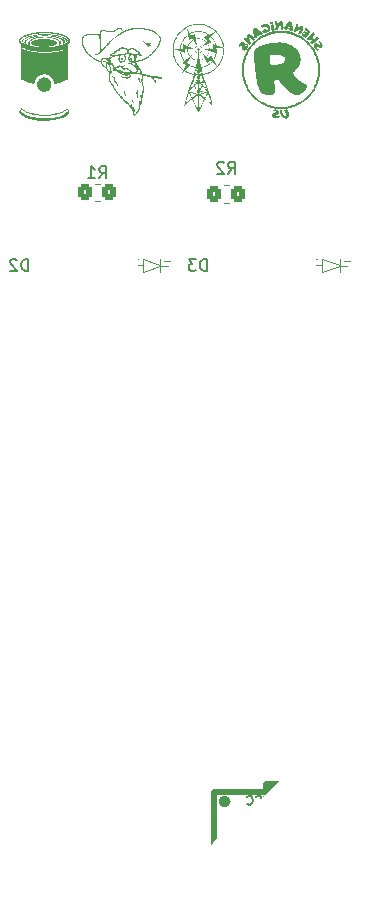
<source format=gbo>
G04 #@! TF.GenerationSoftware,KiCad,Pcbnew,8.0.3*
G04 #@! TF.CreationDate,2024-07-03T11:21:14-05:00*
G04 #@! TF.ProjectId,JiggleBilly,4a696767-6c65-4426-996c-6c792e6b6963,rev?*
G04 #@! TF.SameCoordinates,Original*
G04 #@! TF.FileFunction,Legend,Bot*
G04 #@! TF.FilePolarity,Positive*
%FSLAX46Y46*%
G04 Gerber Fmt 4.6, Leading zero omitted, Abs format (unit mm)*
G04 Created by KiCad (PCBNEW 8.0.3) date 2024-07-03 11:21:14*
%MOMM*%
%LPD*%
G01*
G04 APERTURE LIST*
G04 Aperture macros list*
%AMRoundRect*
0 Rectangle with rounded corners*
0 $1 Rounding radius*
0 $2 $3 $4 $5 $6 $7 $8 $9 X,Y pos of 4 corners*
0 Add a 4 corners polygon primitive as box body*
4,1,4,$2,$3,$4,$5,$6,$7,$8,$9,$2,$3,0*
0 Add four circle primitives for the rounded corners*
1,1,$1+$1,$2,$3*
1,1,$1+$1,$4,$5*
1,1,$1+$1,$6,$7*
1,1,$1+$1,$8,$9*
0 Add four rect primitives between the rounded corners*
20,1,$1+$1,$2,$3,$4,$5,0*
20,1,$1+$1,$4,$5,$6,$7,0*
20,1,$1+$1,$6,$7,$8,$9,0*
20,1,$1+$1,$8,$9,$2,$3,0*%
G04 Aperture macros list end*
%ADD10C,0.000000*%
%ADD11C,0.150000*%
%ADD12C,0.500000*%
%ADD13C,0.120000*%
%ADD14C,0.200000*%
%ADD15C,0.010000*%
%ADD16C,1.152495*%
%ADD17C,0.100000*%
%ADD18O,1.727200X1.727200*%
%ADD19R,1.727200X1.727200*%
%ADD20C,1.727200*%
%ADD21R,1.930400X2.438400*%
%ADD22R,1.955800X2.463800*%
%ADD23RoundRect,0.250000X0.350000X0.450000X-0.350000X0.450000X-0.350000X-0.450000X0.350000X-0.450000X0*%
%ADD24RoundRect,0.250000X-0.350000X-0.450000X0.350000X-0.450000X0.350000X0.450000X-0.350000X0.450000X0*%
G04 APERTURE END LIST*
D10*
G36*
X96014303Y-76424162D02*
G01*
X96012761Y-76422783D01*
X96011290Y-76421423D01*
X96009313Y-76419552D01*
X96014303Y-76424162D01*
G37*
G36*
X111890113Y-70781689D02*
G01*
X111901044Y-70803346D01*
X111911414Y-70825308D01*
X111921216Y-70847567D01*
X111930443Y-70870115D01*
X111939087Y-70892942D01*
X111947142Y-70916040D01*
X111954599Y-70939402D01*
X111961452Y-70963017D01*
X111967693Y-70986879D01*
X111973314Y-71010977D01*
X111978309Y-71035304D01*
X111982670Y-71059851D01*
X111986389Y-71084610D01*
X111989459Y-71109572D01*
X111991873Y-71134728D01*
X111941603Y-71139493D01*
X111939157Y-71115328D01*
X111936092Y-71091359D01*
X111932412Y-71067592D01*
X111928125Y-71044037D01*
X111923236Y-71020702D01*
X111917753Y-70997596D01*
X111911680Y-70974726D01*
X111905024Y-70952103D01*
X111897792Y-70929734D01*
X111889989Y-70907627D01*
X111881621Y-70885792D01*
X111872696Y-70864236D01*
X111863219Y-70842969D01*
X111853196Y-70821999D01*
X111842633Y-70801334D01*
X111831538Y-70780984D01*
X111878630Y-70760346D01*
X111890113Y-70781689D01*
G37*
G36*
X112193533Y-70147760D02*
G01*
X112227585Y-70185322D01*
X112260423Y-70223976D01*
X112292015Y-70263691D01*
X112322331Y-70304437D01*
X112351341Y-70346184D01*
X112379014Y-70388901D01*
X112405319Y-70432556D01*
X112430226Y-70477120D01*
X112453704Y-70522563D01*
X112475722Y-70568852D01*
X112496249Y-70615958D01*
X112515256Y-70663850D01*
X112532712Y-70712497D01*
X112548585Y-70761870D01*
X112562846Y-70811936D01*
X112485854Y-70788922D01*
X112471725Y-70744126D01*
X112456243Y-70699944D01*
X112439433Y-70656402D01*
X112421318Y-70613525D01*
X112401923Y-70571337D01*
X112381272Y-70529864D01*
X112359388Y-70489132D01*
X112336296Y-70449165D01*
X112312019Y-70409989D01*
X112286582Y-70371628D01*
X112260008Y-70334109D01*
X112232323Y-70297455D01*
X112203549Y-70261694D01*
X112173710Y-70226848D01*
X112142832Y-70192945D01*
X112110938Y-70160008D01*
X112158297Y-70111321D01*
X112193533Y-70147760D01*
G37*
G36*
X110700179Y-71164628D02*
G01*
X109936327Y-71169656D01*
X109938441Y-71554097D01*
X108970068Y-71171242D01*
X109734183Y-71166215D01*
X109731802Y-70781773D01*
X110700179Y-71164628D01*
G37*
G36*
X110473074Y-71891197D02*
G01*
X110504915Y-71917321D01*
X110537948Y-71941980D01*
X110572123Y-71965125D01*
X110607391Y-71986705D01*
X110643703Y-72006671D01*
X110681009Y-72024973D01*
X110719260Y-72041561D01*
X110758408Y-72056384D01*
X110798402Y-72069393D01*
X110839194Y-72080538D01*
X110880735Y-72089769D01*
X110922974Y-72097035D01*
X110965864Y-72102287D01*
X111009354Y-72105475D01*
X111053397Y-72106549D01*
X111086442Y-72105942D01*
X111119188Y-72104135D01*
X111151612Y-72101149D01*
X111183695Y-72097007D01*
X111215415Y-72091731D01*
X111246752Y-72085341D01*
X111277684Y-72077859D01*
X111308190Y-72069308D01*
X111338249Y-72059710D01*
X111367842Y-72049084D01*
X111396946Y-72037455D01*
X111425540Y-72024842D01*
X111453605Y-72011268D01*
X111481118Y-71996755D01*
X111508059Y-71981324D01*
X111534407Y-71964997D01*
X111556105Y-72011559D01*
X111528508Y-72028370D01*
X111500299Y-72044259D01*
X111471502Y-72059204D01*
X111442137Y-72073183D01*
X111412226Y-72086172D01*
X111381791Y-72098150D01*
X111350854Y-72109093D01*
X111319436Y-72118981D01*
X111287560Y-72127789D01*
X111255246Y-72135495D01*
X111222517Y-72142078D01*
X111189393Y-72147514D01*
X111155898Y-72151782D01*
X111122052Y-72154858D01*
X111087878Y-72156720D01*
X111053397Y-72157345D01*
X111007631Y-72156250D01*
X110962440Y-72152997D01*
X110917871Y-72147638D01*
X110873970Y-72140222D01*
X110830785Y-72130800D01*
X110788364Y-72119422D01*
X110746754Y-72106139D01*
X110706002Y-72091001D01*
X110666155Y-72074058D01*
X110627260Y-72055361D01*
X110589366Y-72034961D01*
X110552519Y-72012907D01*
X110516766Y-71989250D01*
X110482155Y-71964040D01*
X110448733Y-71937329D01*
X110416548Y-71909165D01*
X110442473Y-71863660D01*
X110473074Y-71891197D01*
G37*
G36*
X111081823Y-71584558D02*
G01*
X111087279Y-71631089D01*
X111096010Y-71692671D01*
X111100822Y-71725148D01*
X111106329Y-71758618D01*
X111118313Y-71828934D01*
X111132159Y-71903244D01*
X111163744Y-72063153D01*
X111170885Y-72098607D01*
X111161711Y-72099753D01*
X111152462Y-72100824D01*
X111133845Y-72102841D01*
X111132893Y-72097093D01*
X111131991Y-72091368D01*
X111131089Y-72085692D01*
X111130137Y-72080090D01*
X111125639Y-72103902D01*
X111120480Y-72104251D01*
X111115321Y-72104527D01*
X111105002Y-72104958D01*
X111116377Y-72040929D01*
X111075632Y-72046220D01*
X111075632Y-72063420D01*
X111090182Y-72105752D01*
X111071759Y-72106614D01*
X111062462Y-72106946D01*
X111057803Y-72107044D01*
X111053141Y-72107079D01*
X111044212Y-72107029D01*
X111035283Y-72106879D01*
X111026353Y-72106630D01*
X111017424Y-72106282D01*
X111030913Y-72067654D01*
X111030913Y-72050721D01*
X110990168Y-72045430D01*
X111001013Y-72105752D01*
X110995855Y-72105506D01*
X110990696Y-72105160D01*
X110985536Y-72104713D01*
X110980376Y-72104165D01*
X110976672Y-72084325D01*
X110975050Y-72093981D01*
X110974178Y-72098834D01*
X110973231Y-72103638D01*
X110964060Y-72102788D01*
X110954841Y-72101816D01*
X110945622Y-72100697D01*
X110936453Y-72099404D01*
X110938043Y-72091121D01*
X110939660Y-72082963D01*
X110941331Y-72074955D01*
X110943079Y-72067120D01*
X110951598Y-72023995D01*
X110986723Y-72023995D01*
X111031176Y-72029549D01*
X111034350Y-71700673D01*
X111030545Y-71733018D01*
X111028432Y-71749637D01*
X111026148Y-71766553D01*
X111017902Y-71826648D01*
X111008418Y-71889719D01*
X110986723Y-72023995D01*
X110951598Y-72023995D01*
X110974665Y-71907212D01*
X110988511Y-71832902D01*
X111000494Y-71762585D01*
X111003343Y-71745733D01*
X111005964Y-71729116D01*
X111010667Y-71696969D01*
X111072447Y-71696969D01*
X111075358Y-72025845D01*
X111119807Y-72020291D01*
X111108437Y-71951859D01*
X111097911Y-71885982D01*
X111088477Y-71822833D01*
X111080382Y-71762585D01*
X111078100Y-71745821D01*
X111076017Y-71729281D01*
X111074132Y-71712989D01*
X111072447Y-71696969D01*
X111010667Y-71696969D01*
X111010715Y-71696639D01*
X111015118Y-71665253D01*
X111019545Y-71635056D01*
X111024935Y-71586540D01*
X111030127Y-71541394D01*
X111041768Y-71542255D01*
X111044694Y-71542439D01*
X111047614Y-71542585D01*
X111050522Y-71542683D01*
X111053412Y-71542718D01*
X111056387Y-71542683D01*
X111059359Y-71542585D01*
X111062326Y-71542439D01*
X111065283Y-71542255D01*
X111076960Y-71541394D01*
X111081823Y-71584558D01*
G37*
G36*
X118212982Y-69627401D02*
G01*
X118381408Y-69640248D01*
X118547412Y-69661403D01*
X118710784Y-69690655D01*
X118871314Y-69727795D01*
X119028791Y-69772611D01*
X119183006Y-69824895D01*
X119333748Y-69884435D01*
X119480806Y-69951022D01*
X119623971Y-70024444D01*
X119763033Y-70104493D01*
X119897781Y-70190958D01*
X120028005Y-70283629D01*
X120153495Y-70382294D01*
X120274040Y-70486745D01*
X120389431Y-70596771D01*
X120499457Y-70712162D01*
X120603908Y-70832708D01*
X120702574Y-70958198D01*
X120795244Y-71088422D01*
X120881709Y-71223169D01*
X120961758Y-71362231D01*
X121035181Y-71505396D01*
X121101768Y-71652455D01*
X121161308Y-71803196D01*
X121213591Y-71957411D01*
X121258408Y-72114888D01*
X121295547Y-72275418D01*
X121324800Y-72438790D01*
X121345954Y-72604794D01*
X121358801Y-72773220D01*
X121363130Y-72943858D01*
X121358801Y-73114495D01*
X121345954Y-73282921D01*
X121324800Y-73448925D01*
X121295547Y-73612297D01*
X121258408Y-73772827D01*
X121213591Y-73930304D01*
X121161308Y-74084519D01*
X121101768Y-74235261D01*
X121035181Y-74382319D01*
X120961758Y-74525484D01*
X120881709Y-74664546D01*
X120795244Y-74799294D01*
X120702574Y-74929518D01*
X120603908Y-75055008D01*
X120499457Y-75175553D01*
X120389431Y-75290944D01*
X120274040Y-75400970D01*
X120153495Y-75505421D01*
X120028005Y-75604087D01*
X119897781Y-75696757D01*
X119763033Y-75783222D01*
X119623971Y-75863271D01*
X119480806Y-75936694D01*
X119333748Y-76003280D01*
X119183006Y-76062821D01*
X119028791Y-76115104D01*
X118871314Y-76159921D01*
X118710784Y-76197060D01*
X118547412Y-76226313D01*
X118381408Y-76247467D01*
X118212982Y-76260314D01*
X118042345Y-76264643D01*
X117871707Y-76260314D01*
X117703281Y-76247467D01*
X117537277Y-76226312D01*
X117373905Y-76197060D01*
X117213375Y-76159921D01*
X117055898Y-76115104D01*
X116901683Y-76062820D01*
X116750942Y-76003280D01*
X116603883Y-75936694D01*
X116460718Y-75863271D01*
X116321656Y-75783222D01*
X116186908Y-75696757D01*
X116056684Y-75604086D01*
X115931194Y-75505420D01*
X115810649Y-75400969D01*
X115695258Y-75290943D01*
X115585232Y-75175552D01*
X115480780Y-75055007D01*
X115382114Y-74929517D01*
X115289444Y-74799293D01*
X115202979Y-74664545D01*
X115122930Y-74525483D01*
X115049507Y-74382318D01*
X114982920Y-74235260D01*
X114923380Y-74084518D01*
X114871097Y-73930304D01*
X114826280Y-73772826D01*
X114789140Y-73612297D01*
X114759888Y-73448925D01*
X114738733Y-73282921D01*
X114725886Y-73114495D01*
X114721557Y-72943858D01*
X114906767Y-72943858D01*
X114910855Y-73104978D01*
X114922988Y-73264008D01*
X114942966Y-73420750D01*
X114970591Y-73575006D01*
X115005665Y-73726577D01*
X115047988Y-73875265D01*
X115097363Y-74020871D01*
X115153590Y-74163198D01*
X115216471Y-74302047D01*
X115285807Y-74437219D01*
X115361400Y-74568517D01*
X115443050Y-74695741D01*
X115530560Y-74818694D01*
X115623731Y-74937178D01*
X115722364Y-75050993D01*
X115826260Y-75159941D01*
X115935221Y-75263825D01*
X116049048Y-75362446D01*
X116167543Y-75455605D01*
X116290506Y-75543105D01*
X116417740Y-75624746D01*
X116549046Y-75700331D01*
X116684224Y-75769660D01*
X116823077Y-75832537D01*
X116965406Y-75888762D01*
X117111012Y-75938137D01*
X117259696Y-75980464D01*
X117411260Y-76015545D01*
X117565506Y-76043180D01*
X117722234Y-76063172D01*
X117881246Y-76075323D01*
X118042343Y-76079434D01*
X118203487Y-76075346D01*
X118362539Y-76063216D01*
X118519302Y-76043241D01*
X118673577Y-76015620D01*
X118825166Y-75980552D01*
X118973870Y-75938235D01*
X119119491Y-75888867D01*
X119261831Y-75832648D01*
X119400692Y-75769775D01*
X119535874Y-75700447D01*
X119667180Y-75624862D01*
X119794412Y-75543220D01*
X119917370Y-75455718D01*
X120035857Y-75362555D01*
X120149675Y-75263929D01*
X120258624Y-75160039D01*
X120362507Y-75051084D01*
X120461126Y-74937262D01*
X120554281Y-74818771D01*
X120641775Y-74695810D01*
X120723409Y-74568577D01*
X120798985Y-74437271D01*
X120868305Y-74302091D01*
X120931170Y-74163234D01*
X120987382Y-74020900D01*
X121036743Y-73875286D01*
X121079054Y-73726592D01*
X121114116Y-73575016D01*
X121141733Y-73420756D01*
X121161704Y-73264010D01*
X121173832Y-73104978D01*
X121177919Y-72943858D01*
X121173832Y-72782760D01*
X121161701Y-72623748D01*
X121141726Y-72467020D01*
X121114105Y-72312775D01*
X121079037Y-72161211D01*
X121036720Y-72012527D01*
X120987352Y-71866921D01*
X120931133Y-71724592D01*
X120868260Y-71585739D01*
X120798932Y-71450561D01*
X120723347Y-71319255D01*
X120641705Y-71192021D01*
X120554203Y-71069058D01*
X120461040Y-70950563D01*
X120362414Y-70836736D01*
X120258525Y-70727775D01*
X120149569Y-70623878D01*
X120035747Y-70525246D01*
X119917256Y-70432075D01*
X119794295Y-70344565D01*
X119667062Y-70262914D01*
X119535757Y-70187322D01*
X119400576Y-70117986D01*
X119261720Y-70055105D01*
X119119385Y-69998878D01*
X118973772Y-69949503D01*
X118825077Y-69907180D01*
X118673501Y-69872106D01*
X118519241Y-69844481D01*
X118362495Y-69824502D01*
X118203463Y-69812370D01*
X118042343Y-69808281D01*
X117881246Y-69812370D01*
X117722234Y-69824502D01*
X117565506Y-69844481D01*
X117411260Y-69872106D01*
X117259696Y-69907180D01*
X117111012Y-69949503D01*
X116965406Y-69998878D01*
X116823077Y-70055105D01*
X116684224Y-70117986D01*
X116549046Y-70187322D01*
X116417740Y-70262914D01*
X116290506Y-70344565D01*
X116167543Y-70432075D01*
X116049048Y-70525246D01*
X115935221Y-70623878D01*
X115826260Y-70727775D01*
X115722364Y-70836736D01*
X115623731Y-70950563D01*
X115530560Y-71069058D01*
X115443050Y-71192021D01*
X115361400Y-71319255D01*
X115285807Y-71450561D01*
X115216471Y-71585739D01*
X115153590Y-71724592D01*
X115097363Y-71866921D01*
X115047988Y-72012527D01*
X115005665Y-72161211D01*
X114970591Y-72312775D01*
X114942966Y-72467020D01*
X114922988Y-72623748D01*
X114910855Y-72782760D01*
X114906767Y-72943858D01*
X114721557Y-72943858D01*
X114725886Y-72773220D01*
X114738733Y-72604794D01*
X114759888Y-72438790D01*
X114789140Y-72275419D01*
X114826280Y-72114889D01*
X114871097Y-71957412D01*
X114923380Y-71803197D01*
X114982920Y-71652456D01*
X115049507Y-71505397D01*
X115122930Y-71362232D01*
X115202979Y-71223170D01*
X115289444Y-71088422D01*
X115382114Y-70958198D01*
X115480780Y-70832709D01*
X115585232Y-70712163D01*
X115695258Y-70596772D01*
X115810649Y-70486746D01*
X115931194Y-70382295D01*
X116056684Y-70283629D01*
X116186908Y-70190959D01*
X116321656Y-70104494D01*
X116460718Y-70024445D01*
X116603883Y-69951022D01*
X116750942Y-69884435D01*
X116901683Y-69824895D01*
X117055898Y-69772611D01*
X117213375Y-69727795D01*
X117373905Y-69690655D01*
X117537277Y-69661403D01*
X117703281Y-69640248D01*
X117871707Y-69627401D01*
X118042345Y-69623072D01*
X118212982Y-69627401D01*
G37*
G36*
X113261607Y-71056943D02*
G01*
X112500670Y-71127057D01*
X112536120Y-71509644D01*
X111538378Y-71210931D01*
X112299323Y-71140816D01*
X112263598Y-70757962D01*
X113261607Y-71056943D01*
G37*
G36*
X111057815Y-71117383D02*
G01*
X111062440Y-71117734D01*
X111066999Y-71118313D01*
X111071486Y-71119114D01*
X111075896Y-71120131D01*
X111080222Y-71121358D01*
X111084459Y-71122790D01*
X111088602Y-71124421D01*
X111092643Y-71126245D01*
X111096578Y-71128258D01*
X111100401Y-71130452D01*
X111104105Y-71132822D01*
X111107685Y-71135364D01*
X111111135Y-71138070D01*
X111114450Y-71140936D01*
X111117623Y-71143955D01*
X111120649Y-71147123D01*
X111123522Y-71150433D01*
X111126236Y-71153880D01*
X111128785Y-71157457D01*
X111131164Y-71161160D01*
X111133366Y-71164983D01*
X111135386Y-71168920D01*
X111137218Y-71172965D01*
X111138857Y-71177113D01*
X111140296Y-71181357D01*
X111141529Y-71185694D01*
X111142551Y-71190115D01*
X111143356Y-71194617D01*
X111143939Y-71199194D01*
X111144292Y-71203838D01*
X111144411Y-71208546D01*
X111144315Y-71212765D01*
X111144029Y-71216934D01*
X111143558Y-71221050D01*
X111142906Y-71225109D01*
X111142076Y-71229105D01*
X111141074Y-71233036D01*
X111139902Y-71236896D01*
X111138566Y-71240682D01*
X111137070Y-71244389D01*
X111135417Y-71248013D01*
X111133613Y-71251550D01*
X111131660Y-71254995D01*
X111129563Y-71258346D01*
X111127327Y-71261596D01*
X111124956Y-71264742D01*
X111122453Y-71267780D01*
X111119823Y-71270706D01*
X111117070Y-71273515D01*
X111114198Y-71276204D01*
X111111212Y-71278767D01*
X111108115Y-71281201D01*
X111104911Y-71283502D01*
X111101606Y-71285665D01*
X111098203Y-71287686D01*
X111094706Y-71289561D01*
X111091119Y-71291286D01*
X111087447Y-71292856D01*
X111083693Y-71294267D01*
X111079863Y-71295516D01*
X111075959Y-71296597D01*
X111071987Y-71297507D01*
X111067950Y-71298241D01*
X111067953Y-71298536D01*
X111067961Y-71298822D01*
X111067974Y-71299099D01*
X111067991Y-71299366D01*
X111068011Y-71299620D01*
X111068033Y-71299860D01*
X111068057Y-71300084D01*
X111068081Y-71300292D01*
X111068130Y-71300649D01*
X111068172Y-71300920D01*
X111068213Y-71301152D01*
X111070055Y-71452752D01*
X111073763Y-71507523D01*
X111063676Y-71508383D01*
X111061116Y-71508567D01*
X111058546Y-71508714D01*
X111055969Y-71508812D01*
X111053389Y-71508847D01*
X111050821Y-71508823D01*
X111048272Y-71508756D01*
X111045735Y-71508651D01*
X111043204Y-71508516D01*
X111038136Y-71508176D01*
X111033019Y-71507786D01*
X111034871Y-71481494D01*
X111035772Y-71468980D01*
X111036723Y-71456986D01*
X111038050Y-71304852D01*
X111038248Y-71303034D01*
X111038496Y-71300948D01*
X111038844Y-71298241D01*
X111034782Y-71297508D01*
X111030785Y-71296600D01*
X111026857Y-71295522D01*
X111023001Y-71294278D01*
X111019224Y-71292872D01*
X111015527Y-71291308D01*
X111011917Y-71289590D01*
X111008396Y-71287722D01*
X111004970Y-71285709D01*
X111001642Y-71283554D01*
X110998417Y-71281262D01*
X110995298Y-71278836D01*
X110992291Y-71276280D01*
X110989399Y-71273599D01*
X110986626Y-71270797D01*
X110983977Y-71267878D01*
X110981456Y-71264845D01*
X110979067Y-71261704D01*
X110976814Y-71258457D01*
X110974702Y-71255109D01*
X110972734Y-71251665D01*
X110970916Y-71248128D01*
X110969250Y-71244502D01*
X110967742Y-71240791D01*
X110966396Y-71237000D01*
X110965216Y-71233132D01*
X110964205Y-71229192D01*
X110963369Y-71225183D01*
X110962712Y-71221110D01*
X110962237Y-71216977D01*
X110961948Y-71212788D01*
X110961852Y-71208546D01*
X110961970Y-71203838D01*
X110962321Y-71199194D01*
X110962900Y-71194617D01*
X110963701Y-71190115D01*
X110964718Y-71185694D01*
X110965945Y-71181357D01*
X110967377Y-71177113D01*
X110969007Y-71172965D01*
X110970832Y-71168920D01*
X110971403Y-71167802D01*
X110994131Y-71167802D01*
X110994178Y-71169477D01*
X110994314Y-71171129D01*
X110994540Y-71172755D01*
X110994851Y-71174354D01*
X110995247Y-71175923D01*
X110995724Y-71177461D01*
X110996280Y-71178965D01*
X110996913Y-71180434D01*
X110997622Y-71181866D01*
X110998402Y-71183259D01*
X110999253Y-71184611D01*
X111000172Y-71185920D01*
X111001157Y-71187184D01*
X111002205Y-71188401D01*
X111003314Y-71189569D01*
X111004482Y-71190686D01*
X111005707Y-71191751D01*
X111006986Y-71192761D01*
X111008317Y-71193714D01*
X111009697Y-71194609D01*
X111011126Y-71195443D01*
X111012599Y-71196215D01*
X111014115Y-71196923D01*
X111015672Y-71197564D01*
X111017268Y-71198138D01*
X111018899Y-71198641D01*
X111020564Y-71199072D01*
X111022261Y-71199429D01*
X111023987Y-71199710D01*
X111025740Y-71199913D01*
X111027518Y-71200036D01*
X111029318Y-71200078D01*
X111031143Y-71200035D01*
X111032943Y-71199910D01*
X111034718Y-71199703D01*
X111036464Y-71199418D01*
X111038179Y-71199055D01*
X111039862Y-71198618D01*
X111041509Y-71198108D01*
X111043119Y-71197527D01*
X111044690Y-71196878D01*
X111046219Y-71196162D01*
X111047703Y-71195382D01*
X111049142Y-71194539D01*
X111050532Y-71193637D01*
X111051872Y-71192676D01*
X111053158Y-71191658D01*
X111054390Y-71190587D01*
X111055564Y-71189464D01*
X111056678Y-71188291D01*
X111057731Y-71187070D01*
X111058720Y-71185804D01*
X111059642Y-71184494D01*
X111060496Y-71183143D01*
X111061279Y-71181752D01*
X111061989Y-71180323D01*
X111062624Y-71178860D01*
X111063182Y-71177363D01*
X111063659Y-71175835D01*
X111064055Y-71174278D01*
X111064367Y-71172694D01*
X111064593Y-71171085D01*
X111064730Y-71169454D01*
X111064776Y-71167802D01*
X111064729Y-71166149D01*
X111064590Y-71164518D01*
X111064361Y-71162909D01*
X111064044Y-71161325D01*
X111063643Y-71159768D01*
X111063159Y-71158240D01*
X111062594Y-71156743D01*
X111061952Y-71155280D01*
X111061233Y-71153852D01*
X111060442Y-71152461D01*
X111059580Y-71151109D01*
X111058649Y-71149799D01*
X111057653Y-71148533D01*
X111056592Y-71147312D01*
X111055470Y-71146139D01*
X111054290Y-71145016D01*
X111053052Y-71143945D01*
X111051761Y-71142928D01*
X111050418Y-71141967D01*
X111049025Y-71141064D01*
X111047585Y-71140221D01*
X111046100Y-71139441D01*
X111044573Y-71138725D01*
X111043007Y-71138076D01*
X111041402Y-71137495D01*
X111039762Y-71136985D01*
X111038090Y-71136548D01*
X111036387Y-71136185D01*
X111034656Y-71135900D01*
X111032899Y-71135693D01*
X111031119Y-71135568D01*
X111029318Y-71135525D01*
X111027518Y-71135567D01*
X111025740Y-71135690D01*
X111023987Y-71135893D01*
X111022261Y-71136174D01*
X111020564Y-71136531D01*
X111018899Y-71136962D01*
X111017268Y-71137465D01*
X111015672Y-71138039D01*
X111014115Y-71138680D01*
X111012599Y-71139388D01*
X111011126Y-71140160D01*
X111009697Y-71140994D01*
X111008317Y-71141889D01*
X111006986Y-71142843D01*
X111005707Y-71143853D01*
X111004482Y-71144917D01*
X111003314Y-71146035D01*
X111002205Y-71147203D01*
X111001157Y-71148420D01*
X111000172Y-71149683D01*
X110999253Y-71150992D01*
X110998402Y-71152344D01*
X110997622Y-71153737D01*
X110996913Y-71155169D01*
X110996280Y-71156638D01*
X110995724Y-71158143D01*
X110995247Y-71159680D01*
X110994851Y-71161250D01*
X110994540Y-71162848D01*
X110994314Y-71164474D01*
X110994178Y-71166126D01*
X110994131Y-71167802D01*
X110971403Y-71167802D01*
X110972844Y-71164983D01*
X110975038Y-71161160D01*
X110977408Y-71157457D01*
X110979949Y-71153880D01*
X110982656Y-71150433D01*
X110985521Y-71147123D01*
X110988541Y-71143955D01*
X110991708Y-71140936D01*
X110995018Y-71138070D01*
X110998464Y-71135364D01*
X111002042Y-71132822D01*
X111005744Y-71130452D01*
X111009567Y-71128258D01*
X111013504Y-71126245D01*
X111017549Y-71124421D01*
X111021696Y-71122790D01*
X111025941Y-71121358D01*
X111030277Y-71120131D01*
X111034699Y-71119114D01*
X111039201Y-71118313D01*
X111043777Y-71117734D01*
X111048422Y-71117383D01*
X111053130Y-71117264D01*
X111057815Y-71117383D01*
G37*
G36*
X110110419Y-72381180D02*
G01*
X110444590Y-72570622D01*
X109629408Y-73218850D01*
X110006442Y-72554486D01*
X109671744Y-72364777D01*
X110487189Y-71716283D01*
X110110419Y-72381180D01*
G37*
G36*
X111312415Y-72825417D02*
G01*
X111335798Y-72929791D01*
X111360966Y-73035529D01*
X111387722Y-73142310D01*
X111415869Y-73249810D01*
X111419971Y-73264261D01*
X111422046Y-73271574D01*
X111424071Y-73278912D01*
X111406605Y-73282104D01*
X111389114Y-73284998D01*
X111371572Y-73287694D01*
X111353957Y-73290291D01*
X111352675Y-73284570D01*
X111351245Y-73278649D01*
X111349715Y-73272728D01*
X111348135Y-73267007D01*
X111326437Y-73173344D01*
X111278284Y-73300343D01*
X111256060Y-73302457D01*
X111318236Y-73137623D01*
X111316996Y-73131231D01*
X111315656Y-73124789D01*
X111314218Y-73118349D01*
X111312682Y-73111958D01*
X111174567Y-73132596D01*
X111253943Y-73302457D01*
X111232245Y-73304574D01*
X111153666Y-73135770D01*
X111084875Y-73146088D01*
X111085932Y-73311719D01*
X111053919Y-73312516D01*
X111021902Y-73311986D01*
X111022700Y-73150059D01*
X110953909Y-73139741D01*
X110876646Y-73305108D01*
X110873968Y-73304734D01*
X110871290Y-73304400D01*
X110865933Y-73303817D01*
X110855219Y-73302724D01*
X110932742Y-73136563D01*
X110826539Y-73120694D01*
X110962115Y-73120694D01*
X111022173Y-73129426D01*
X111022971Y-72990254D01*
X110962115Y-73120694D01*
X110826539Y-73120694D01*
X110794627Y-73115925D01*
X110793203Y-73122433D01*
X110791752Y-73128892D01*
X110790350Y-73135350D01*
X110789691Y-73138595D01*
X110789072Y-73141858D01*
X110849665Y-73302197D01*
X110844220Y-73301755D01*
X110838651Y-73301239D01*
X110827437Y-73300080D01*
X110780875Y-73177048D01*
X110758913Y-73270714D01*
X110757678Y-73275601D01*
X110756368Y-73280636D01*
X110755008Y-73285670D01*
X110753622Y-73290555D01*
X110718465Y-73285298D01*
X110700974Y-73282482D01*
X110683508Y-73279442D01*
X110686881Y-73266775D01*
X110687708Y-73263585D01*
X110688491Y-73260429D01*
X110689210Y-73257329D01*
X110689848Y-73254307D01*
X110718217Y-73147104D01*
X110730868Y-73096616D01*
X110798338Y-73096616D01*
X110941477Y-73117783D01*
X111002860Y-72986550D01*
X110803893Y-73073334D01*
X110802506Y-73079018D01*
X110801118Y-73084875D01*
X110798338Y-73096616D01*
X110730868Y-73096616D01*
X110744949Y-73040423D01*
X110769994Y-72934586D01*
X110793303Y-72829915D01*
X110809180Y-72758740D01*
X110823044Y-72760870D01*
X110837157Y-72762877D01*
X110851370Y-72764734D01*
X110865534Y-72766415D01*
X110851244Y-72841294D01*
X110843960Y-72878534D01*
X110836428Y-72915972D01*
X110820818Y-72991048D01*
X110903632Y-72770119D01*
X110924532Y-72771973D01*
X110823462Y-73042111D01*
X110951596Y-72986283D01*
X111083292Y-72986283D01*
X111084086Y-73125722D01*
X111144148Y-73116990D01*
X111083292Y-72986283D01*
X110951596Y-72986283D01*
X110960702Y-72982316D01*
X111103671Y-72982316D01*
X111165057Y-73113812D01*
X111308196Y-73092381D01*
X111306809Y-73086586D01*
X111305448Y-73080742D01*
X111304137Y-73074897D01*
X111302901Y-73069100D01*
X111103671Y-72982316D01*
X110960702Y-72982316D01*
X111014758Y-72958764D01*
X110965811Y-72775674D01*
X110971165Y-72775682D01*
X110976494Y-72775740D01*
X110979141Y-72775803D01*
X110981773Y-72775897D01*
X110984387Y-72776029D01*
X110986979Y-72776204D01*
X111023489Y-72913521D01*
X111024546Y-72777260D01*
X111052859Y-72777791D01*
X111081168Y-72777260D01*
X111081594Y-72842810D01*
X111082224Y-72909550D01*
X111117678Y-72776204D01*
X111138846Y-72775674D01*
X111090956Y-72955060D01*
X111282252Y-73038403D01*
X111182768Y-72771966D01*
X111203669Y-72770116D01*
X111284895Y-72986809D01*
X111269319Y-72911865D01*
X111261865Y-72874518D01*
X111254733Y-72837319D01*
X111247756Y-72801368D01*
X111240977Y-72765618D01*
X111255219Y-72763981D01*
X111269386Y-72762244D01*
X111283504Y-72760409D01*
X111297598Y-72758473D01*
X111312415Y-72825417D01*
G37*
G36*
X105975603Y-73703557D02*
G01*
X105977034Y-73703642D01*
X105978445Y-73703780D01*
X105979835Y-73703971D01*
X105981205Y-73704213D01*
X105982555Y-73704504D01*
X105983886Y-73704843D01*
X105985198Y-73705228D01*
X105986491Y-73705658D01*
X105987766Y-73706130D01*
X105990262Y-73707198D01*
X105992691Y-73708419D01*
X105995054Y-73709779D01*
X105997355Y-73711267D01*
X105999598Y-73712869D01*
X106001784Y-73714573D01*
X106003918Y-73716365D01*
X106006002Y-73718233D01*
X106008039Y-73720165D01*
X106010034Y-73722147D01*
X106011988Y-73724167D01*
X106027320Y-73740465D01*
X106041964Y-73757212D01*
X106055917Y-73774403D01*
X106069180Y-73792034D01*
X106081752Y-73810101D01*
X106093631Y-73828599D01*
X106104817Y-73847524D01*
X106115310Y-73866873D01*
X106125107Y-73886640D01*
X106134210Y-73906822D01*
X106142616Y-73927413D01*
X106150325Y-73948410D01*
X106157337Y-73969809D01*
X106163650Y-73991606D01*
X106169263Y-74013795D01*
X106174177Y-74036373D01*
X106174428Y-74037697D01*
X106174635Y-74038993D01*
X106174800Y-74040259D01*
X106174924Y-74041496D01*
X106175010Y-74042705D01*
X106175057Y-74043885D01*
X106175069Y-74045037D01*
X106175046Y-74046161D01*
X106174989Y-74047257D01*
X106174900Y-74048325D01*
X106174781Y-74049366D01*
X106174634Y-74050380D01*
X106174458Y-74051366D01*
X106174257Y-74052325D01*
X106173781Y-74054164D01*
X106173219Y-74055897D01*
X106172582Y-74057527D01*
X106171881Y-74059054D01*
X106171128Y-74060481D01*
X106170335Y-74061809D01*
X106169513Y-74063039D01*
X106168674Y-74064172D01*
X106167829Y-74065212D01*
X106157507Y-74076587D01*
X106143751Y-74076587D01*
X106142610Y-74076569D01*
X106141470Y-74076511D01*
X106140330Y-74076415D01*
X106139192Y-74076277D01*
X106138055Y-74076098D01*
X106136920Y-74075876D01*
X106135787Y-74075610D01*
X106134657Y-74075298D01*
X106133530Y-74074940D01*
X106132407Y-74074534D01*
X106131287Y-74074079D01*
X106130172Y-74073575D01*
X106129061Y-74073019D01*
X106127956Y-74072411D01*
X106126855Y-74071749D01*
X106125761Y-74071033D01*
X106121996Y-74068846D01*
X106118341Y-74066453D01*
X106114792Y-74063853D01*
X106111349Y-74061043D01*
X106108007Y-74058022D01*
X106104766Y-74054790D01*
X106101622Y-74051343D01*
X106098574Y-74047681D01*
X106095619Y-74043801D01*
X106092754Y-74039704D01*
X106089978Y-74035386D01*
X106087288Y-74030846D01*
X106084681Y-74026083D01*
X106082156Y-74021096D01*
X106079710Y-74015882D01*
X106077341Y-74010441D01*
X106075492Y-74006163D01*
X106073704Y-74001864D01*
X106070264Y-73993212D01*
X106063581Y-73975780D01*
X106051887Y-73946671D01*
X106045802Y-73932196D01*
X106039471Y-73917935D01*
X106032831Y-73904008D01*
X106029374Y-73897209D01*
X106025816Y-73890538D01*
X106022147Y-73884011D01*
X106018361Y-73877644D01*
X106014448Y-73871451D01*
X106010401Y-73865448D01*
X106008259Y-73862537D01*
X106006015Y-73859570D01*
X106003690Y-73856566D01*
X106001306Y-73853543D01*
X105996447Y-73847516D01*
X105991613Y-73841636D01*
X105984576Y-73832971D01*
X105977479Y-73824004D01*
X105970513Y-73814685D01*
X105967138Y-73809876D01*
X105963867Y-73804959D01*
X105960722Y-73799927D01*
X105957728Y-73794774D01*
X105954909Y-73789494D01*
X105952287Y-73784078D01*
X105949887Y-73778522D01*
X105947733Y-73772818D01*
X105945847Y-73766959D01*
X105944254Y-73760940D01*
X105943580Y-73758133D01*
X105942960Y-73755275D01*
X105942409Y-73752376D01*
X105941943Y-73749448D01*
X105941577Y-73746501D01*
X105941328Y-73743547D01*
X105941212Y-73740596D01*
X105941244Y-73737658D01*
X105941440Y-73734746D01*
X105941817Y-73731869D01*
X105942390Y-73729038D01*
X105943174Y-73726265D01*
X105943651Y-73724903D01*
X105944187Y-73723559D01*
X105944784Y-73722236D01*
X105945444Y-73720933D01*
X105946168Y-73719653D01*
X105946960Y-73718397D01*
X105947820Y-73717166D01*
X105948751Y-73715961D01*
X105960131Y-73703529D01*
X105974150Y-73703529D01*
X105975603Y-73703557D01*
G37*
G36*
X100047532Y-76313508D02*
G01*
X100052985Y-76320558D01*
X100057812Y-76327094D01*
X100061935Y-76332907D01*
X100067760Y-76341536D01*
X100069840Y-76344782D01*
X100070598Y-76345937D01*
X100071297Y-76347037D01*
X100071954Y-76348100D01*
X100072582Y-76349145D01*
X100075131Y-76353514D01*
X100041531Y-76388967D01*
X100041531Y-76306150D01*
X100047532Y-76313508D01*
G37*
G36*
X100084028Y-76368006D02*
G01*
X100091774Y-76382982D01*
X100098177Y-76397885D01*
X100103310Y-76412687D01*
X100107247Y-76427361D01*
X100110062Y-76441876D01*
X100111829Y-76456206D01*
X100112622Y-76470322D01*
X100112514Y-76484195D01*
X100111580Y-76497797D01*
X100109893Y-76511100D01*
X100107528Y-76524075D01*
X100104558Y-76536693D01*
X100101057Y-76548927D01*
X100097098Y-76560748D01*
X100092757Y-76572128D01*
X100088106Y-76583038D01*
X100083220Y-76593450D01*
X100078173Y-76603335D01*
X100073037Y-76612666D01*
X100062799Y-76629548D01*
X100053098Y-76643871D01*
X100044523Y-76655405D01*
X100037666Y-76663926D01*
X100031471Y-76671015D01*
X99993895Y-76720795D01*
X99949433Y-76767605D01*
X99898615Y-76811535D01*
X99841972Y-76852677D01*
X99780033Y-76891121D01*
X99713327Y-76926960D01*
X99642385Y-76960284D01*
X99567736Y-76991185D01*
X99409438Y-77046080D01*
X99242670Y-77092375D01*
X99071670Y-77130799D01*
X98900677Y-77162082D01*
X98733929Y-77186952D01*
X98575663Y-77206140D01*
X98301532Y-77230386D01*
X98041542Y-77242780D01*
X97897774Y-77245315D01*
X97759899Y-77243863D01*
X97627831Y-77238679D01*
X97501482Y-77230022D01*
X97380766Y-77218145D01*
X97265594Y-77203307D01*
X97155881Y-77185763D01*
X97051538Y-77165768D01*
X96952478Y-77143580D01*
X96858615Y-77119455D01*
X96769860Y-77093648D01*
X96686127Y-77066417D01*
X96607329Y-77038016D01*
X96533379Y-77008702D01*
X96464188Y-76978732D01*
X96399671Y-76948362D01*
X96339739Y-76917848D01*
X96284306Y-76887445D01*
X96233284Y-76857411D01*
X96186586Y-76828001D01*
X96144125Y-76799472D01*
X96105814Y-76772079D01*
X96041293Y-76721729D01*
X95992324Y-76679000D01*
X95958209Y-76645942D01*
X95931755Y-76617037D01*
X95920496Y-76605058D01*
X95910636Y-76593195D01*
X95902105Y-76581465D01*
X95894836Y-76569885D01*
X95888760Y-76558472D01*
X95883808Y-76547244D01*
X95879914Y-76536219D01*
X95877007Y-76525414D01*
X95875020Y-76514847D01*
X95873884Y-76504535D01*
X95873531Y-76494495D01*
X95873893Y-76484745D01*
X95874901Y-76475303D01*
X95876487Y-76466186D01*
X95878583Y-76457411D01*
X95881120Y-76448997D01*
X95884030Y-76440960D01*
X95887244Y-76433318D01*
X95890694Y-76426088D01*
X95894312Y-76419288D01*
X95898030Y-76412936D01*
X95901778Y-76407049D01*
X95909095Y-76396740D01*
X95915716Y-76388500D01*
X95921094Y-76382470D01*
X95925934Y-76377600D01*
X95927861Y-76374910D01*
X95929688Y-76372207D01*
X95931441Y-76369505D01*
X95933144Y-76366815D01*
X95936501Y-76361523D01*
X95938204Y-76358946D01*
X95939957Y-76356432D01*
X96046318Y-76454065D01*
X96046418Y-76454212D01*
X96046520Y-76454356D01*
X96046725Y-76454634D01*
X96046932Y-76454898D01*
X96047138Y-76455148D01*
X96047341Y-76455381D01*
X96047538Y-76455599D01*
X96047728Y-76455799D01*
X96047907Y-76455982D01*
X96048074Y-76456146D01*
X96048226Y-76456291D01*
X96048477Y-76456519D01*
X96048701Y-76456709D01*
X96056985Y-76464818D01*
X96065366Y-76472872D01*
X96073839Y-76480865D01*
X96082403Y-76488789D01*
X96091053Y-76496639D01*
X96099787Y-76504409D01*
X96108601Y-76512092D01*
X96117493Y-76519682D01*
X96118122Y-76520267D01*
X96118720Y-76520832D01*
X96119284Y-76521373D01*
X96119813Y-76521889D01*
X96120764Y-76522834D01*
X96121562Y-76523649D01*
X96122200Y-76524315D01*
X96122666Y-76524814D01*
X96123051Y-76525236D01*
X96123579Y-76524706D01*
X96187775Y-76575834D01*
X96255215Y-76623482D01*
X96325552Y-76667773D01*
X96398441Y-76708828D01*
X96473534Y-76746768D01*
X96550486Y-76781715D01*
X96628951Y-76813792D01*
X96708581Y-76843120D01*
X96869952Y-76894015D01*
X97031830Y-76935374D01*
X97191443Y-76968172D01*
X97346019Y-76993382D01*
X97492789Y-77011978D01*
X97628980Y-77024935D01*
X97751821Y-77033227D01*
X97858542Y-77037827D01*
X98012536Y-77039848D01*
X98068794Y-77038790D01*
X98160146Y-77038396D01*
X98248688Y-77036563D01*
X98417496Y-77028825D01*
X98575524Y-77016074D01*
X98723076Y-76998809D01*
X98860458Y-76977527D01*
X98987975Y-76952726D01*
X99105934Y-76924904D01*
X99214639Y-76894560D01*
X99314396Y-76862191D01*
X99405509Y-76828295D01*
X99488285Y-76793370D01*
X99563030Y-76757915D01*
X99630047Y-76722427D01*
X99689643Y-76687405D01*
X99742123Y-76653346D01*
X99787792Y-76620748D01*
X99789379Y-76620748D01*
X99794671Y-76616482D01*
X99800989Y-76611260D01*
X99809490Y-76604078D01*
X99821658Y-76594371D01*
X99833168Y-76584910D01*
X99844034Y-76575714D01*
X99854268Y-76566807D01*
X99863882Y-76558210D01*
X99872888Y-76549944D01*
X99881298Y-76542032D01*
X99889126Y-76534494D01*
X99933998Y-76493556D01*
X99957615Y-76471435D01*
X99981599Y-76448501D01*
X100005631Y-76424973D01*
X100029398Y-76401066D01*
X100052580Y-76376999D01*
X100074864Y-76352987D01*
X100084028Y-76368006D01*
G37*
G36*
X117997652Y-70622905D02*
G01*
X118087601Y-70626759D01*
X118172782Y-70632756D01*
X118253199Y-70640899D01*
X118328861Y-70651190D01*
X118399772Y-70663633D01*
X118465940Y-70678231D01*
X118528796Y-70694588D01*
X118589773Y-70712304D01*
X118648877Y-70731372D01*
X118706115Y-70751785D01*
X118761493Y-70773538D01*
X118815016Y-70796625D01*
X118866692Y-70821038D01*
X118916527Y-70846772D01*
X118964584Y-70873635D01*
X119011126Y-70901246D01*
X119056149Y-70929608D01*
X119099650Y-70958723D01*
X119141625Y-70988595D01*
X119182072Y-71019226D01*
X119220987Y-71050620D01*
X119258367Y-71082779D01*
X119276549Y-71099309D01*
X119294483Y-71116354D01*
X119312169Y-71133915D01*
X119329606Y-71151993D01*
X119346796Y-71170589D01*
X119363738Y-71189703D01*
X119380431Y-71209337D01*
X119396877Y-71229491D01*
X119413074Y-71250165D01*
X119429023Y-71271362D01*
X119444725Y-71293081D01*
X119460178Y-71315323D01*
X119475383Y-71338089D01*
X119490340Y-71361380D01*
X119505049Y-71385196D01*
X119519510Y-71409539D01*
X119533621Y-71434313D01*
X119547181Y-71459323D01*
X119560189Y-71484570D01*
X119572647Y-71510056D01*
X119584554Y-71535780D01*
X119595911Y-71561744D01*
X119606718Y-71587948D01*
X119616977Y-71614393D01*
X119626686Y-71641080D01*
X119635847Y-71668009D01*
X119644460Y-71695182D01*
X119652525Y-71722599D01*
X119660043Y-71750261D01*
X119667014Y-71778169D01*
X119673439Y-71806323D01*
X119679317Y-71834725D01*
X119684560Y-71863194D01*
X119689078Y-71891552D01*
X119692872Y-71919796D01*
X119695941Y-71947926D01*
X119698286Y-71975941D01*
X119699907Y-72003841D01*
X119700805Y-72031624D01*
X119700980Y-72059290D01*
X119700433Y-72086839D01*
X119699164Y-72114269D01*
X119697173Y-72141580D01*
X119694461Y-72168770D01*
X119691028Y-72195839D01*
X119686874Y-72222787D01*
X119682000Y-72249612D01*
X119676407Y-72276314D01*
X119670193Y-72302902D01*
X119663461Y-72329187D01*
X119656210Y-72355171D01*
X119648444Y-72380854D01*
X119640162Y-72406238D01*
X119631368Y-72431324D01*
X119622062Y-72456113D01*
X119612246Y-72480606D01*
X119601921Y-72504805D01*
X119591090Y-72528710D01*
X119579753Y-72552323D01*
X119567912Y-72575646D01*
X119555569Y-72598678D01*
X119542725Y-72621421D01*
X119529382Y-72643877D01*
X119515541Y-72666047D01*
X119500223Y-72688641D01*
X119482747Y-72712370D01*
X119463110Y-72737238D01*
X119441312Y-72763243D01*
X119417351Y-72790388D01*
X119391227Y-72818673D01*
X119362937Y-72848101D01*
X119332481Y-72878671D01*
X119299858Y-72910386D01*
X119265067Y-72943245D01*
X119228106Y-72977252D01*
X119188974Y-73012406D01*
X119104193Y-73086161D01*
X119010715Y-73164521D01*
X119025922Y-73190293D01*
X119043168Y-73218397D01*
X119062461Y-73248832D01*
X119083807Y-73281599D01*
X119107211Y-73316698D01*
X119132681Y-73354128D01*
X119160222Y-73393890D01*
X119189840Y-73435984D01*
X119221122Y-73478649D01*
X119253464Y-73519935D01*
X119286885Y-73559850D01*
X119321403Y-73598405D01*
X119339080Y-73617174D01*
X119357039Y-73635607D01*
X119375280Y-73653705D01*
X119393808Y-73671467D01*
X119412625Y-73688897D01*
X119431732Y-73705994D01*
X119451132Y-73722761D01*
X119470827Y-73739197D01*
X119510774Y-73771158D01*
X119551632Y-73802148D01*
X119593396Y-73832164D01*
X119636059Y-73861203D01*
X119679615Y-73889263D01*
X119724058Y-73916340D01*
X119769381Y-73942431D01*
X119815578Y-73967534D01*
X119861579Y-73992375D01*
X119906318Y-74017688D01*
X119949798Y-74043473D01*
X119992023Y-74069728D01*
X120032994Y-74096455D01*
X120072717Y-74123654D01*
X120111193Y-74151324D01*
X120148426Y-74179465D01*
X120159109Y-74189030D01*
X120169181Y-74198676D01*
X120178642Y-74208403D01*
X120187493Y-74218210D01*
X120195732Y-74228099D01*
X120203360Y-74238068D01*
X120210377Y-74248118D01*
X120216783Y-74258249D01*
X120222578Y-74268461D01*
X120227761Y-74278754D01*
X120232333Y-74289128D01*
X120236294Y-74299583D01*
X120239644Y-74310120D01*
X120242382Y-74320738D01*
X120244508Y-74331437D01*
X120246023Y-74342217D01*
X120246927Y-74353079D01*
X120247218Y-74364022D01*
X120246898Y-74375046D01*
X120245967Y-74386153D01*
X120244423Y-74397340D01*
X120242268Y-74408610D01*
X120239501Y-74419961D01*
X120236122Y-74431393D01*
X120232131Y-74442908D01*
X120227528Y-74454504D01*
X120222313Y-74466182D01*
X120216486Y-74477943D01*
X120210047Y-74489785D01*
X120202995Y-74501709D01*
X120195331Y-74513715D01*
X120187055Y-74525803D01*
X120155259Y-74565460D01*
X120123368Y-74603767D01*
X120091382Y-74640723D01*
X120059299Y-74676332D01*
X120027119Y-74710593D01*
X119994840Y-74743507D01*
X119962461Y-74775077D01*
X119929980Y-74805304D01*
X119897398Y-74834187D01*
X119864711Y-74861729D01*
X119831920Y-74887931D01*
X119799024Y-74912794D01*
X119766020Y-74936319D01*
X119732908Y-74958508D01*
X119699687Y-74979361D01*
X119666355Y-74998879D01*
X119633191Y-75016810D01*
X119600571Y-75032898D01*
X119568495Y-75047144D01*
X119536961Y-75059547D01*
X119505968Y-75070107D01*
X119475515Y-75078823D01*
X119445601Y-75085695D01*
X119416224Y-75090722D01*
X119387384Y-75093905D01*
X119359079Y-75095242D01*
X119331308Y-75094734D01*
X119304070Y-75092380D01*
X119277363Y-75088179D01*
X119251188Y-75082132D01*
X119225542Y-75074238D01*
X119200424Y-75064496D01*
X119151646Y-75042915D01*
X119104533Y-75020637D01*
X119059088Y-74997659D01*
X119015315Y-74973976D01*
X118973215Y-74949586D01*
X118932793Y-74924487D01*
X118894052Y-74898674D01*
X118856994Y-74872145D01*
X118820446Y-74844154D01*
X118783035Y-74813961D01*
X118744769Y-74781574D01*
X118705653Y-74746997D01*
X118665693Y-74710237D01*
X118624897Y-74671301D01*
X118583269Y-74630195D01*
X118540817Y-74586924D01*
X118181249Y-74213595D01*
X118135993Y-74166033D01*
X118094284Y-74120975D01*
X118056122Y-74078423D01*
X118021507Y-74038376D01*
X117990439Y-74000834D01*
X117962918Y-73965797D01*
X117938945Y-73933266D01*
X117918518Y-73903241D01*
X117909157Y-73889263D01*
X117899728Y-73876005D01*
X117890229Y-73863466D01*
X117880662Y-73851646D01*
X117871024Y-73840546D01*
X117861317Y-73830166D01*
X117851538Y-73820504D01*
X117841689Y-73811562D01*
X117831769Y-73803339D01*
X117821777Y-73795836D01*
X117811713Y-73789052D01*
X117801576Y-73782988D01*
X117791367Y-73777642D01*
X117781084Y-73773017D01*
X117770728Y-73769110D01*
X117760298Y-73765923D01*
X117749833Y-73763297D01*
X117739374Y-73760973D01*
X117728920Y-73758954D01*
X117718469Y-73757236D01*
X117708021Y-73755822D01*
X117697576Y-73754709D01*
X117687133Y-73753897D01*
X117676690Y-73753387D01*
X117666247Y-73753178D01*
X117655803Y-73753268D01*
X117645358Y-73753659D01*
X117634910Y-73754350D01*
X117624459Y-73755340D01*
X117614004Y-73756628D01*
X117603545Y-73758215D01*
X117593080Y-73760100D01*
X117582923Y-73762351D01*
X117573287Y-73765036D01*
X117564172Y-73768156D01*
X117555580Y-73771709D01*
X117547510Y-73775696D01*
X117539962Y-73780118D01*
X117532939Y-73784973D01*
X117526438Y-73790263D01*
X117520462Y-73795986D01*
X117515010Y-73802144D01*
X117510083Y-73808736D01*
X117505681Y-73815762D01*
X117501804Y-73823222D01*
X117498454Y-73831116D01*
X117495629Y-73839444D01*
X117493332Y-73848206D01*
X117491384Y-73857713D01*
X117489710Y-73868274D01*
X117488307Y-73879891D01*
X117487176Y-73892565D01*
X117486317Y-73906296D01*
X117485728Y-73921085D01*
X117485410Y-73936934D01*
X117485362Y-73953841D01*
X117486075Y-73990839D01*
X117487863Y-74032084D01*
X117490724Y-74077583D01*
X117494655Y-74127343D01*
X117504077Y-74230435D01*
X117514465Y-74332163D01*
X117525797Y-74432552D01*
X117538048Y-74531626D01*
X117543344Y-74579859D01*
X117545202Y-74603166D01*
X117546535Y-74625934D01*
X117547342Y-74648162D01*
X117547623Y-74669850D01*
X117547380Y-74690999D01*
X117546613Y-74711608D01*
X117545322Y-74731678D01*
X117543507Y-74751209D01*
X117541169Y-74770200D01*
X117538308Y-74788652D01*
X117534924Y-74806564D01*
X117531019Y-74823937D01*
X117526592Y-74840770D01*
X117521644Y-74857064D01*
X117516144Y-74872744D01*
X117510060Y-74887737D01*
X117503393Y-74902042D01*
X117496141Y-74915662D01*
X117488305Y-74928596D01*
X117479884Y-74940846D01*
X117470878Y-74952412D01*
X117461286Y-74963295D01*
X117451108Y-74973496D01*
X117440344Y-74983016D01*
X117428993Y-74991855D01*
X117417054Y-75000014D01*
X117404529Y-75007494D01*
X117391415Y-75014296D01*
X117377713Y-75020420D01*
X117363422Y-75025868D01*
X117348598Y-75030727D01*
X117333199Y-75035183D01*
X117317224Y-75039236D01*
X117300675Y-75042888D01*
X117283552Y-75046138D01*
X117265857Y-75048987D01*
X117247589Y-75051436D01*
X117228750Y-75053484D01*
X117209341Y-75055132D01*
X117189361Y-75056380D01*
X117168813Y-75057229D01*
X117147697Y-75057680D01*
X117126013Y-75057732D01*
X117103763Y-75057386D01*
X117080947Y-75056642D01*
X117057565Y-75055501D01*
X116963659Y-75049593D01*
X116871663Y-75042173D01*
X116781601Y-75033214D01*
X116693498Y-75022692D01*
X116650922Y-75016354D01*
X116630372Y-75012670D01*
X116610315Y-75008641D01*
X116590753Y-75004267D01*
X116571686Y-74999546D01*
X116553117Y-74994477D01*
X116535045Y-74989058D01*
X116517472Y-74983289D01*
X116500400Y-74977169D01*
X116483830Y-74970696D01*
X116467762Y-74963869D01*
X116452198Y-74956687D01*
X116437139Y-74949149D01*
X116422586Y-74941253D01*
X116408540Y-74932999D01*
X116394957Y-74924296D01*
X116381790Y-74914953D01*
X116369038Y-74904972D01*
X116356704Y-74894350D01*
X116344786Y-74883088D01*
X116333286Y-74871185D01*
X116322203Y-74858641D01*
X116311539Y-74845456D01*
X116301293Y-74831629D01*
X116291466Y-74817160D01*
X116282058Y-74802048D01*
X116273070Y-74786293D01*
X116264503Y-74769895D01*
X116256355Y-74752852D01*
X116248629Y-74735166D01*
X116241323Y-74716836D01*
X116225882Y-74673626D01*
X116207932Y-74618613D01*
X116187471Y-74551799D01*
X116164495Y-74473188D01*
X116139002Y-74382781D01*
X116110987Y-74280584D01*
X116047384Y-74040825D01*
X116014269Y-73906794D01*
X115983582Y-73768031D01*
X115955319Y-73624543D01*
X115929478Y-73476336D01*
X115906056Y-73323416D01*
X115885049Y-73165790D01*
X115866454Y-73003463D01*
X115850269Y-72836442D01*
X115822194Y-72502566D01*
X115797914Y-72178389D01*
X115777454Y-71863885D01*
X115769621Y-71720160D01*
X117109688Y-71720160D01*
X117111730Y-71924608D01*
X117114292Y-72023462D01*
X117117889Y-72120077D01*
X117122529Y-72214460D01*
X117128217Y-72306617D01*
X117134958Y-72396553D01*
X117142761Y-72484276D01*
X117272478Y-72491977D01*
X117391556Y-72497220D01*
X117500000Y-72500000D01*
X117597811Y-72500316D01*
X117684994Y-72498164D01*
X117761550Y-72493541D01*
X117827484Y-72486443D01*
X117882799Y-72476868D01*
X117931639Y-72465445D01*
X117978144Y-72452807D01*
X118022311Y-72438953D01*
X118043517Y-72431571D01*
X118064138Y-72423885D01*
X118084172Y-72415895D01*
X118103620Y-72407601D01*
X118122481Y-72399003D01*
X118140755Y-72390101D01*
X118158441Y-72380896D01*
X118175540Y-72371386D01*
X118192050Y-72361573D01*
X118207971Y-72351456D01*
X118223378Y-72340979D01*
X118238246Y-72330086D01*
X118252575Y-72318777D01*
X118266366Y-72307051D01*
X118279618Y-72294908D01*
X118292334Y-72282348D01*
X118304512Y-72269370D01*
X118316153Y-72255974D01*
X118327258Y-72242159D01*
X118337826Y-72227925D01*
X118347860Y-72213272D01*
X118357357Y-72198200D01*
X118366321Y-72182707D01*
X118374749Y-72166793D01*
X118382644Y-72150459D01*
X118390005Y-72133704D01*
X118396352Y-72116725D01*
X118401205Y-72099722D01*
X118403072Y-72091211D01*
X118404565Y-72082693D01*
X118405684Y-72074170D01*
X118406431Y-72065640D01*
X118406804Y-72057104D01*
X118406804Y-72048562D01*
X118406430Y-72040014D01*
X118405684Y-72031459D01*
X118404565Y-72022898D01*
X118403072Y-72014332D01*
X118398968Y-71997179D01*
X118393373Y-71980002D01*
X118386287Y-71962800D01*
X118377711Y-71945573D01*
X118367644Y-71928321D01*
X118356087Y-71911045D01*
X118343041Y-71893743D01*
X118328506Y-71876417D01*
X118312483Y-71859066D01*
X118295308Y-71842171D01*
X118277420Y-71826212D01*
X118258816Y-71811189D01*
X118239495Y-71797100D01*
X118219457Y-71783947D01*
X118198699Y-71771727D01*
X118177222Y-71760442D01*
X118155023Y-71750091D01*
X118132102Y-71740672D01*
X118108457Y-71732187D01*
X118084087Y-71724634D01*
X118058991Y-71718013D01*
X118033169Y-71712324D01*
X118006618Y-71707567D01*
X117979337Y-71703740D01*
X117951326Y-71700844D01*
X117888596Y-71696812D01*
X117813718Y-71694635D01*
X117726698Y-71694305D01*
X117627542Y-71695817D01*
X117516257Y-71699165D01*
X117392849Y-71704342D01*
X117257323Y-71711343D01*
X117109688Y-71720160D01*
X115769621Y-71720160D01*
X115760839Y-71559031D01*
X115764610Y-71515737D01*
X115770066Y-71473962D01*
X115777207Y-71433706D01*
X115786033Y-71394968D01*
X115796543Y-71357747D01*
X115808735Y-71322044D01*
X115822609Y-71287858D01*
X115838165Y-71255188D01*
X115855401Y-71224035D01*
X115874317Y-71194397D01*
X115894912Y-71166275D01*
X115917185Y-71139668D01*
X115941135Y-71114576D01*
X115966762Y-71090998D01*
X115994065Y-71068935D01*
X116023042Y-71048384D01*
X116054188Y-71028742D01*
X116087895Y-71009305D01*
X116124164Y-70990073D01*
X116162995Y-70971047D01*
X116204388Y-70952227D01*
X116248345Y-70933614D01*
X116294865Y-70915208D01*
X116343949Y-70897009D01*
X116395597Y-70879018D01*
X116449810Y-70861235D01*
X116506588Y-70843660D01*
X116565931Y-70826295D01*
X116627839Y-70809138D01*
X116692314Y-70792192D01*
X116828964Y-70758929D01*
X116968254Y-70728047D01*
X117102556Y-70701084D01*
X117231865Y-70678041D01*
X117356179Y-70658917D01*
X117475495Y-70643712D01*
X117589810Y-70632426D01*
X117699120Y-70625059D01*
X117803423Y-70621611D01*
X117902928Y-70621190D01*
X117997652Y-70622905D01*
G37*
G36*
X114804786Y-70586832D02*
G01*
X114809093Y-70587027D01*
X114813308Y-70587331D01*
X114817434Y-70587747D01*
X114821469Y-70588274D01*
X114825415Y-70588914D01*
X114829272Y-70589667D01*
X114833040Y-70590533D01*
X114836720Y-70591515D01*
X114840311Y-70592612D01*
X114843816Y-70593826D01*
X114847233Y-70595156D01*
X114853867Y-70597883D01*
X114860474Y-70600700D01*
X114867050Y-70603597D01*
X114873592Y-70606565D01*
X114886560Y-70612680D01*
X114899355Y-70618968D01*
X114902539Y-70620741D01*
X114905742Y-70622788D01*
X114908962Y-70625110D01*
X114912200Y-70627707D01*
X114915455Y-70630579D01*
X114918727Y-70633729D01*
X114922014Y-70637156D01*
X114925318Y-70640861D01*
X114928637Y-70644846D01*
X114931971Y-70649110D01*
X114935320Y-70653655D01*
X114938683Y-70658481D01*
X114942060Y-70663589D01*
X114945451Y-70668981D01*
X114948855Y-70674656D01*
X114952272Y-70680615D01*
X114955611Y-70687043D01*
X114958784Y-70694123D01*
X114961791Y-70701855D01*
X114964633Y-70710241D01*
X114967310Y-70719280D01*
X114969824Y-70728975D01*
X114972175Y-70739326D01*
X114974364Y-70750333D01*
X114976392Y-70761998D01*
X114978259Y-70774320D01*
X114979967Y-70787301D01*
X114981515Y-70800942D01*
X114982906Y-70815244D01*
X114984139Y-70830206D01*
X114985216Y-70845831D01*
X114986137Y-70862118D01*
X114987981Y-70896448D01*
X114989974Y-70924031D01*
X114991041Y-70935293D01*
X114992164Y-70944867D01*
X114993350Y-70952755D01*
X114994604Y-70958956D01*
X114995277Y-70961548D01*
X114996005Y-70964065D01*
X114996788Y-70966506D01*
X114997626Y-70968870D01*
X114998518Y-70971156D01*
X114999464Y-70973364D01*
X115000463Y-70975494D01*
X115001516Y-70977543D01*
X115002621Y-70979512D01*
X115003779Y-70981399D01*
X115004989Y-70983204D01*
X115006250Y-70984926D01*
X115007562Y-70986565D01*
X115008925Y-70988119D01*
X115010339Y-70989588D01*
X115011802Y-70990971D01*
X115013309Y-70992270D01*
X115014852Y-70993489D01*
X115016431Y-70994628D01*
X115018044Y-70995688D01*
X115019692Y-70996668D01*
X115021373Y-70997570D01*
X115023087Y-70998394D01*
X115024832Y-70999139D01*
X115026609Y-70999807D01*
X115028416Y-71000399D01*
X115030252Y-71000913D01*
X115032117Y-71001351D01*
X115034010Y-71001713D01*
X115035930Y-71001999D01*
X115037876Y-71002210D01*
X115039848Y-71002347D01*
X115041820Y-71002418D01*
X115043767Y-71002434D01*
X115045688Y-71002394D01*
X115047583Y-71002298D01*
X115049452Y-71002146D01*
X115051294Y-71001938D01*
X115053109Y-71001675D01*
X115054896Y-71001355D01*
X115056656Y-71000980D01*
X115058387Y-71000549D01*
X115060089Y-71000062D01*
X115061763Y-70999519D01*
X115063407Y-70998921D01*
X115065021Y-70998267D01*
X115066605Y-70997556D01*
X115068159Y-70996790D01*
X115069697Y-70995956D01*
X115071235Y-70995041D01*
X115072770Y-70994045D01*
X115074303Y-70992969D01*
X115075833Y-70991813D01*
X115077360Y-70990576D01*
X115078881Y-70989258D01*
X115080397Y-70987860D01*
X115081907Y-70986381D01*
X115083409Y-70984822D01*
X115084904Y-70983182D01*
X115086391Y-70981461D01*
X115087868Y-70979660D01*
X115089336Y-70977778D01*
X115090792Y-70975816D01*
X115092237Y-70973773D01*
X115093713Y-70971602D01*
X115095164Y-70969357D01*
X115096591Y-70967036D01*
X115097992Y-70964640D01*
X115099369Y-70962168D01*
X115100721Y-70959619D01*
X115102048Y-70956994D01*
X115103350Y-70954292D01*
X115104628Y-70951512D01*
X115105880Y-70948654D01*
X115107108Y-70945718D01*
X115108311Y-70942703D01*
X115110644Y-70936436D01*
X115112877Y-70929850D01*
X115113940Y-70926331D01*
X115114947Y-70922521D01*
X115115898Y-70918419D01*
X115116792Y-70914025D01*
X115117628Y-70909341D01*
X115118407Y-70904364D01*
X115119789Y-70893537D01*
X115120935Y-70881544D01*
X115121843Y-70868385D01*
X115122509Y-70854061D01*
X115122930Y-70838570D01*
X115119756Y-70813306D01*
X115117375Y-70792234D01*
X115115787Y-70775280D01*
X115115291Y-70768324D01*
X115114994Y-70762370D01*
X115114957Y-70759725D01*
X115115043Y-70757149D01*
X115115253Y-70754641D01*
X115115585Y-70752204D01*
X115116040Y-70749836D01*
X115116617Y-70747538D01*
X115117316Y-70745310D01*
X115118136Y-70743154D01*
X115119077Y-70741069D01*
X115120138Y-70739055D01*
X115121320Y-70737114D01*
X115122621Y-70735245D01*
X115124042Y-70733449D01*
X115125581Y-70731727D01*
X115127240Y-70730078D01*
X115129017Y-70728503D01*
X115129948Y-70727733D01*
X115130905Y-70727011D01*
X115131889Y-70726338D01*
X115132898Y-70725712D01*
X115133934Y-70725134D01*
X115134996Y-70724604D01*
X115136084Y-70724121D01*
X115137199Y-70723687D01*
X115138339Y-70723300D01*
X115139505Y-70722960D01*
X115140697Y-70722669D01*
X115141914Y-70722424D01*
X115143158Y-70722228D01*
X115144427Y-70722078D01*
X115145722Y-70721976D01*
X115147042Y-70721922D01*
X115149760Y-70721954D01*
X115152579Y-70722175D01*
X115155501Y-70722585D01*
X115158523Y-70723183D01*
X115161646Y-70723968D01*
X115164869Y-70724940D01*
X115168192Y-70726099D01*
X115171615Y-70727444D01*
X115178511Y-70730296D01*
X115185307Y-70733290D01*
X115192005Y-70736420D01*
X115198603Y-70739681D01*
X115205102Y-70743066D01*
X115211501Y-70746568D01*
X115217802Y-70750183D01*
X115224003Y-70753903D01*
X115226997Y-70755872D01*
X115229830Y-70757909D01*
X115232499Y-70760016D01*
X115235003Y-70762192D01*
X115237341Y-70764437D01*
X115239513Y-70766753D01*
X115241516Y-70769139D01*
X115243350Y-70771596D01*
X115245013Y-70774125D01*
X115246505Y-70776725D01*
X115247824Y-70779398D01*
X115248969Y-70782143D01*
X115249938Y-70784961D01*
X115250732Y-70787852D01*
X115251348Y-70790817D01*
X115251785Y-70793856D01*
X115254675Y-70804548D01*
X115257192Y-70814998D01*
X115259337Y-70825212D01*
X115261111Y-70835197D01*
X115262512Y-70844959D01*
X115263541Y-70854504D01*
X115264199Y-70863838D01*
X115264484Y-70872967D01*
X115264410Y-70882282D01*
X115263991Y-70892174D01*
X115263232Y-70902649D01*
X115262135Y-70913713D01*
X115260703Y-70925372D01*
X115258939Y-70937633D01*
X115256847Y-70950501D01*
X115254429Y-70963984D01*
X115251688Y-70977626D01*
X115248628Y-70990963D01*
X115245252Y-71003991D01*
X115241563Y-71016702D01*
X115237564Y-71029091D01*
X115233258Y-71041151D01*
X115228648Y-71052877D01*
X115223737Y-71064261D01*
X115218416Y-71075634D01*
X115212762Y-71087134D01*
X115206767Y-71098765D01*
X115200422Y-71110529D01*
X115193717Y-71122430D01*
X115186643Y-71134470D01*
X115179191Y-71146653D01*
X115171350Y-71158982D01*
X115167345Y-71165127D01*
X115163266Y-71171161D01*
X115154893Y-71182894D01*
X115146241Y-71194180D01*
X115137319Y-71205020D01*
X115128136Y-71215413D01*
X115118703Y-71225359D01*
X115109027Y-71234859D01*
X115099119Y-71243912D01*
X115094009Y-71248244D01*
X115088898Y-71252408D01*
X115083785Y-71256406D01*
X115078668Y-71260238D01*
X115073547Y-71263904D01*
X115068419Y-71267404D01*
X115063285Y-71270739D01*
X115058142Y-71273910D01*
X115052991Y-71276916D01*
X115047828Y-71279758D01*
X115042654Y-71282437D01*
X115037468Y-71284952D01*
X115032267Y-71287304D01*
X115027052Y-71289494D01*
X115021820Y-71291523D01*
X115016571Y-71293389D01*
X115006251Y-71296738D01*
X114996127Y-71299644D01*
X114986195Y-71302109D01*
X114976452Y-71304138D01*
X114966896Y-71305732D01*
X114957522Y-71306895D01*
X114948328Y-71307630D01*
X114939312Y-71307940D01*
X114934888Y-71307934D01*
X114930445Y-71307817D01*
X114925985Y-71307590D01*
X114921507Y-71307254D01*
X114917012Y-71306809D01*
X114912500Y-71306257D01*
X114907972Y-71305597D01*
X114903428Y-71304832D01*
X114898869Y-71303961D01*
X114894294Y-71302985D01*
X114889705Y-71301905D01*
X114885101Y-71300722D01*
X114875852Y-71298051D01*
X114866550Y-71294976D01*
X114861837Y-71293255D01*
X114857222Y-71291466D01*
X114852704Y-71289609D01*
X114848282Y-71287683D01*
X114843954Y-71285690D01*
X114839719Y-71283628D01*
X114835577Y-71281498D01*
X114831526Y-71279299D01*
X114827565Y-71277033D01*
X114823693Y-71274698D01*
X114819908Y-71272295D01*
X114816210Y-71269824D01*
X114812597Y-71267284D01*
X114809068Y-71264677D01*
X114805622Y-71262001D01*
X114802257Y-71259257D01*
X114799024Y-71256417D01*
X114795871Y-71253453D01*
X114792799Y-71250365D01*
X114789810Y-71247155D01*
X114786902Y-71243823D01*
X114784078Y-71240368D01*
X114781336Y-71236792D01*
X114778677Y-71233095D01*
X114776102Y-71229276D01*
X114773611Y-71225338D01*
X114771205Y-71221279D01*
X114768883Y-71217100D01*
X114766647Y-71212802D01*
X114764497Y-71208385D01*
X114762432Y-71203850D01*
X114760454Y-71199196D01*
X114756621Y-71189710D01*
X114753055Y-71180105D01*
X114749749Y-71170389D01*
X114746697Y-71160568D01*
X114743893Y-71150647D01*
X114741331Y-71140633D01*
X114739005Y-71130533D01*
X114736908Y-71120352D01*
X114735962Y-71115131D01*
X114735109Y-71109686D01*
X114733679Y-71098127D01*
X114732615Y-71085675D01*
X114731914Y-71072330D01*
X114731572Y-71058092D01*
X114731588Y-71042961D01*
X114731956Y-71026937D01*
X114732675Y-71010020D01*
X114734765Y-70984214D01*
X114736706Y-70962724D01*
X114738549Y-70945501D01*
X114739449Y-70938474D01*
X114740343Y-70932496D01*
X114740653Y-70929817D01*
X114740888Y-70927138D01*
X114741045Y-70924460D01*
X114741125Y-70921784D01*
X114741126Y-70919109D01*
X114741046Y-70916436D01*
X114740885Y-70913765D01*
X114740642Y-70911097D01*
X114740315Y-70908432D01*
X114739902Y-70905770D01*
X114739404Y-70903113D01*
X114738819Y-70900460D01*
X114738145Y-70897811D01*
X114737382Y-70895167D01*
X114736528Y-70892529D01*
X114735582Y-70889897D01*
X114734565Y-70887317D01*
X114733499Y-70884836D01*
X114732383Y-70882454D01*
X114731217Y-70880170D01*
X114730001Y-70877983D01*
X114728736Y-70875893D01*
X114727422Y-70873901D01*
X114726058Y-70872005D01*
X114724644Y-70870205D01*
X114723180Y-70868501D01*
X114721667Y-70866892D01*
X114720104Y-70865378D01*
X114718491Y-70863959D01*
X114716829Y-70862634D01*
X114715117Y-70861402D01*
X114713356Y-70860264D01*
X114711508Y-70859269D01*
X114709634Y-70858368D01*
X114707734Y-70857562D01*
X114705807Y-70856853D01*
X114703852Y-70856241D01*
X114701869Y-70855729D01*
X114699855Y-70855316D01*
X114697812Y-70855005D01*
X114695738Y-70854795D01*
X114693631Y-70854690D01*
X114691493Y-70854689D01*
X114689321Y-70854794D01*
X114687115Y-70855006D01*
X114684874Y-70855326D01*
X114682597Y-70855755D01*
X114680284Y-70856295D01*
X114677959Y-70856869D01*
X114675646Y-70857498D01*
X114673347Y-70858183D01*
X114671061Y-70858924D01*
X114668789Y-70859721D01*
X114666531Y-70860574D01*
X114664288Y-70861482D01*
X114662060Y-70862447D01*
X114659848Y-70863467D01*
X114657651Y-70864542D01*
X114655471Y-70865674D01*
X114653308Y-70866862D01*
X114651161Y-70868105D01*
X114649032Y-70869404D01*
X114646921Y-70870759D01*
X114644829Y-70872170D01*
X114642723Y-70873630D01*
X114640673Y-70875134D01*
X114638678Y-70876683D01*
X114636738Y-70878275D01*
X114634852Y-70879913D01*
X114633020Y-70881597D01*
X114631241Y-70883326D01*
X114629515Y-70885101D01*
X114627843Y-70886923D01*
X114626222Y-70888791D01*
X114624654Y-70890707D01*
X114623137Y-70892671D01*
X114621671Y-70894682D01*
X114620257Y-70896742D01*
X114618892Y-70898851D01*
X114617578Y-70901009D01*
X114616362Y-70903207D01*
X114615196Y-70905437D01*
X114614080Y-70907700D01*
X114613013Y-70909996D01*
X114611996Y-70912326D01*
X114611029Y-70914692D01*
X114610111Y-70917092D01*
X114609243Y-70919530D01*
X114608425Y-70922004D01*
X114607656Y-70924517D01*
X114606937Y-70927068D01*
X114606267Y-70929659D01*
X114605647Y-70932290D01*
X114605076Y-70934962D01*
X114604555Y-70937676D01*
X114604084Y-70940432D01*
X114600776Y-70961467D01*
X114599395Y-70971092D01*
X114598261Y-70980120D01*
X114597693Y-70984437D01*
X114596991Y-70988657D01*
X114596172Y-70992785D01*
X114595251Y-70996822D01*
X114594243Y-71000773D01*
X114593164Y-71004640D01*
X114592028Y-71008426D01*
X114590852Y-71012135D01*
X114590149Y-71013943D01*
X114589327Y-71015695D01*
X114588386Y-71017391D01*
X114587326Y-71019031D01*
X114586147Y-71020616D01*
X114584849Y-71022144D01*
X114583430Y-71023617D01*
X114581890Y-71025034D01*
X114580230Y-71026395D01*
X114578448Y-71027701D01*
X114576545Y-71028950D01*
X114574519Y-71030144D01*
X114572372Y-71031282D01*
X114570101Y-71032364D01*
X114567707Y-71033391D01*
X114565189Y-71034361D01*
X114562619Y-71035301D01*
X114559969Y-71036135D01*
X114557241Y-71036866D01*
X114554436Y-71037494D01*
X114551555Y-71038019D01*
X114548599Y-71038443D01*
X114545569Y-71038767D01*
X114542467Y-71038990D01*
X114539294Y-71039115D01*
X114536051Y-71039140D01*
X114532738Y-71039069D01*
X114529358Y-71038900D01*
X114525911Y-71038635D01*
X114522399Y-71038275D01*
X114518822Y-71037820D01*
X114515182Y-71037272D01*
X114511527Y-71036518D01*
X114508002Y-71035548D01*
X114504608Y-71034362D01*
X114501345Y-71032959D01*
X114498214Y-71031342D01*
X114495216Y-71029509D01*
X114492350Y-71027461D01*
X114489616Y-71025200D01*
X114487017Y-71022724D01*
X114484550Y-71020035D01*
X114482218Y-71017132D01*
X114480021Y-71014017D01*
X114477958Y-71010689D01*
X114476031Y-71007150D01*
X114474239Y-71003398D01*
X114472584Y-70999436D01*
X114471651Y-70990991D01*
X114471032Y-70982131D01*
X114470717Y-70972862D01*
X114470697Y-70963189D01*
X114470962Y-70953119D01*
X114471504Y-70942659D01*
X114472312Y-70931815D01*
X114473377Y-70920592D01*
X114474727Y-70909270D01*
X114476390Y-70898128D01*
X114478357Y-70887171D01*
X114480619Y-70876407D01*
X114483166Y-70865841D01*
X114485989Y-70855480D01*
X114489079Y-70845330D01*
X114492426Y-70835396D01*
X114495948Y-70825635D01*
X114499566Y-70816193D01*
X114503277Y-70807068D01*
X114507077Y-70798255D01*
X114510965Y-70789753D01*
X114514936Y-70781558D01*
X114518988Y-70773666D01*
X114523117Y-70766076D01*
X114527594Y-70758596D01*
X114532493Y-70751040D01*
X114537813Y-70743402D01*
X114543555Y-70735681D01*
X114549719Y-70727873D01*
X114556305Y-70719976D01*
X114563312Y-70711985D01*
X114570741Y-70703898D01*
X114578569Y-70695836D01*
X114586576Y-70687924D01*
X114594769Y-70680160D01*
X114603154Y-70672545D01*
X114611737Y-70665079D01*
X114620525Y-70657762D01*
X114629524Y-70650594D01*
X114638740Y-70643574D01*
X114648017Y-70636865D01*
X114657191Y-70630631D01*
X114666260Y-70624873D01*
X114675220Y-70619596D01*
X114684068Y-70614803D01*
X114692802Y-70610497D01*
X114697125Y-70608528D01*
X114701418Y-70606681D01*
X114705681Y-70604958D01*
X114709913Y-70603358D01*
X114718344Y-70600332D01*
X114726962Y-70597603D01*
X114735753Y-70595172D01*
X114744706Y-70593039D01*
X114753808Y-70591203D01*
X114763046Y-70589665D01*
X114772408Y-70588425D01*
X114781881Y-70587483D01*
X114786647Y-70587139D01*
X114791319Y-70586901D01*
X114795900Y-70586770D01*
X114800389Y-70586747D01*
X114804786Y-70586832D01*
G37*
G36*
X96004569Y-76415170D02*
G01*
X96004027Y-76414690D01*
X96002398Y-76413313D01*
X96002398Y-76413165D01*
X96004569Y-76415170D01*
G37*
G36*
X118089296Y-68817262D02*
G01*
X118095618Y-68817597D01*
X118101785Y-68818156D01*
X118107794Y-68818937D01*
X118113641Y-68819942D01*
X118119324Y-68821170D01*
X118124839Y-68822621D01*
X118130184Y-68824296D01*
X118132401Y-68825130D01*
X118134586Y-68826046D01*
X118136740Y-68827044D01*
X118138861Y-68828127D01*
X118140950Y-68829296D01*
X118143006Y-68830550D01*
X118145029Y-68831893D01*
X118147018Y-68833324D01*
X118148973Y-68834845D01*
X118150893Y-68836457D01*
X118152779Y-68838161D01*
X118154629Y-68839959D01*
X118156444Y-68841851D01*
X118158223Y-68843839D01*
X118159965Y-68845924D01*
X118161670Y-68848107D01*
X118163931Y-68851183D01*
X118166148Y-68854358D01*
X118168323Y-68857635D01*
X118170455Y-68861013D01*
X118172546Y-68864493D01*
X118174595Y-68868077D01*
X118176603Y-68871765D01*
X118178570Y-68875557D01*
X118180498Y-68879454D01*
X118182385Y-68883458D01*
X118184232Y-68887569D01*
X118186040Y-68891787D01*
X118187810Y-68896114D01*
X118189541Y-68900551D01*
X118191234Y-68905097D01*
X118192890Y-68909754D01*
X118196920Y-68920992D01*
X118200873Y-68933075D01*
X118204746Y-68946009D01*
X118208534Y-68959794D01*
X118212235Y-68974436D01*
X118215847Y-68989936D01*
X118219365Y-69006298D01*
X118222788Y-69023526D01*
X118226174Y-69041187D01*
X118229387Y-69059046D01*
X118232425Y-69077104D01*
X118235290Y-69095360D01*
X118237981Y-69113815D01*
X118240499Y-69132468D01*
X118242842Y-69151319D01*
X118245012Y-69170369D01*
X118248783Y-69208378D01*
X118251760Y-69245842D01*
X118253942Y-69282809D01*
X118255333Y-69319331D01*
X118255593Y-69337079D01*
X118255580Y-69354016D01*
X118255295Y-69370146D01*
X118254737Y-69385476D01*
X118253906Y-69400013D01*
X118252802Y-69413762D01*
X118251425Y-69426730D01*
X118249775Y-69438923D01*
X118248806Y-69445000D01*
X118247686Y-69451127D01*
X118246411Y-69457303D01*
X118244978Y-69463529D01*
X118243384Y-69469805D01*
X118241626Y-69476130D01*
X118239700Y-69482506D01*
X118237604Y-69488930D01*
X118236463Y-69492111D01*
X118235223Y-69495205D01*
X118233882Y-69498210D01*
X118232441Y-69501126D01*
X118230899Y-69503952D01*
X118229256Y-69506687D01*
X118227512Y-69509331D01*
X118225665Y-69511883D01*
X118223717Y-69514342D01*
X118221665Y-69516707D01*
X118219510Y-69518977D01*
X118217252Y-69521152D01*
X118214890Y-69523231D01*
X118212424Y-69525213D01*
X118209854Y-69527097D01*
X118207178Y-69528883D01*
X118203935Y-69530927D01*
X118200258Y-69532889D01*
X118196148Y-69534771D01*
X118191605Y-69536573D01*
X118186630Y-69538294D01*
X118181222Y-69539934D01*
X118175382Y-69541493D01*
X118169111Y-69542972D01*
X118162410Y-69544371D01*
X118155277Y-69545688D01*
X118147714Y-69546925D01*
X118139722Y-69548082D01*
X118131300Y-69549158D01*
X118122449Y-69550153D01*
X118113170Y-69551067D01*
X118103462Y-69551901D01*
X118093829Y-69552478D01*
X118084773Y-69552620D01*
X118076295Y-69552329D01*
X118068397Y-69551603D01*
X118061078Y-69550443D01*
X118054340Y-69548850D01*
X118048183Y-69546822D01*
X118042608Y-69544360D01*
X118040040Y-69542966D01*
X118037617Y-69541464D01*
X118035340Y-69539853D01*
X118033208Y-69538134D01*
X118031224Y-69536306D01*
X118029385Y-69534369D01*
X118027692Y-69532325D01*
X118026146Y-69530171D01*
X118024747Y-69527909D01*
X118023494Y-69525539D01*
X118022387Y-69523060D01*
X118021428Y-69520472D01*
X118020615Y-69517777D01*
X118019950Y-69514972D01*
X118019060Y-69509038D01*
X118018999Y-69505763D01*
X118019018Y-69502481D01*
X118019124Y-69499188D01*
X118019324Y-69495875D01*
X118019623Y-69492538D01*
X118020027Y-69489170D01*
X118020543Y-69485764D01*
X118021177Y-69482316D01*
X118022521Y-69475573D01*
X118023790Y-69468855D01*
X118026203Y-69455594D01*
X118029689Y-69433665D01*
X118032607Y-69411139D01*
X118034961Y-69388011D01*
X118036754Y-69364279D01*
X118037988Y-69339939D01*
X118038667Y-69314988D01*
X118038795Y-69289423D01*
X118038374Y-69263241D01*
X118037456Y-69236798D01*
X118036095Y-69210445D01*
X118034294Y-69184173D01*
X118032056Y-69157971D01*
X118029384Y-69131832D01*
X118026281Y-69105745D01*
X118022750Y-69079702D01*
X118018795Y-69053692D01*
X118001022Y-69078014D01*
X117983816Y-69102165D01*
X117967175Y-69126149D01*
X117951095Y-69149968D01*
X117935573Y-69173625D01*
X117920606Y-69197125D01*
X117906190Y-69220470D01*
X117892324Y-69243662D01*
X117878980Y-69267164D01*
X117865932Y-69291429D01*
X117853183Y-69316449D01*
X117840731Y-69342221D01*
X117828576Y-69368736D01*
X117816719Y-69395989D01*
X117805160Y-69423974D01*
X117793899Y-69452685D01*
X117792833Y-69458551D01*
X117791617Y-69464442D01*
X117790253Y-69470358D01*
X117788740Y-69476299D01*
X117787078Y-69482265D01*
X117785267Y-69488255D01*
X117783308Y-69494270D01*
X117781200Y-69500309D01*
X117780062Y-69503246D01*
X117778832Y-69506101D01*
X117777511Y-69508876D01*
X117776099Y-69511571D01*
X117774597Y-69514185D01*
X117773005Y-69516718D01*
X117771326Y-69519170D01*
X117769559Y-69521542D01*
X117767705Y-69523834D01*
X117765765Y-69526044D01*
X117763739Y-69528174D01*
X117761630Y-69530224D01*
X117759436Y-69532193D01*
X117757160Y-69534081D01*
X117754801Y-69535888D01*
X117752361Y-69537615D01*
X117750798Y-69538648D01*
X117749088Y-69539663D01*
X117747231Y-69540661D01*
X117745229Y-69541643D01*
X117743083Y-69542609D01*
X117740794Y-69543560D01*
X117738363Y-69544497D01*
X117735791Y-69545421D01*
X117733080Y-69546333D01*
X117730231Y-69547233D01*
X117727244Y-69548122D01*
X117724121Y-69549001D01*
X117717472Y-69550732D01*
X117710293Y-69552432D01*
X117702826Y-69554007D01*
X117695307Y-69555363D01*
X117687732Y-69556501D01*
X117680098Y-69557426D01*
X117672401Y-69558139D01*
X117664639Y-69558645D01*
X117656810Y-69558947D01*
X117648908Y-69559046D01*
X117641082Y-69558921D01*
X117633472Y-69558538D01*
X117626073Y-69557888D01*
X117618879Y-69556963D01*
X117611883Y-69555752D01*
X117608457Y-69555037D01*
X117605079Y-69554247D01*
X117601747Y-69553381D01*
X117598461Y-69552438D01*
X117595220Y-69551417D01*
X117592024Y-69550316D01*
X117588982Y-69549166D01*
X117586110Y-69547897D01*
X117583408Y-69546508D01*
X117580878Y-69544999D01*
X117578522Y-69543370D01*
X117576341Y-69541619D01*
X117575317Y-69540697D01*
X117574337Y-69539745D01*
X117573402Y-69538762D01*
X117572511Y-69537748D01*
X117571665Y-69536703D01*
X117570865Y-69535627D01*
X117570110Y-69534520D01*
X117569400Y-69533381D01*
X117568736Y-69532211D01*
X117568118Y-69531010D01*
X117567547Y-69529777D01*
X117567021Y-69528512D01*
X117566542Y-69527216D01*
X117566110Y-69525887D01*
X117565725Y-69524527D01*
X117565386Y-69523135D01*
X117565095Y-69521710D01*
X117564852Y-69520254D01*
X117564508Y-69517243D01*
X117564378Y-69515606D01*
X117564283Y-69513968D01*
X117564198Y-69510687D01*
X117564243Y-69507393D01*
X117564409Y-69504081D01*
X117564686Y-69500744D01*
X117565066Y-69497375D01*
X117565539Y-69493970D01*
X117566095Y-69490521D01*
X117567440Y-69483824D01*
X117568709Y-69477226D01*
X117571121Y-69464327D01*
X117576008Y-69433049D01*
X117579758Y-69400729D01*
X117582372Y-69367366D01*
X117583855Y-69332962D01*
X117584209Y-69297516D01*
X117583437Y-69261029D01*
X117581543Y-69223499D01*
X117578529Y-69184927D01*
X117574610Y-69146245D01*
X117569996Y-69108381D01*
X117564688Y-69071336D01*
X117558686Y-69035109D01*
X117551989Y-68999700D01*
X117544597Y-68965110D01*
X117536510Y-68931338D01*
X117527729Y-68898385D01*
X117526588Y-68893861D01*
X117525646Y-68889517D01*
X117524903Y-68885353D01*
X117524360Y-68881368D01*
X117524017Y-68877564D01*
X117523874Y-68873939D01*
X117523932Y-68870494D01*
X117524191Y-68867229D01*
X117524652Y-68864144D01*
X117525314Y-68861239D01*
X117526179Y-68858514D01*
X117527247Y-68855968D01*
X117528518Y-68853602D01*
X117529992Y-68851417D01*
X117531670Y-68849410D01*
X117533552Y-68847584D01*
X117535595Y-68845882D01*
X117537755Y-68844248D01*
X117540032Y-68842682D01*
X117542424Y-68841184D01*
X117544931Y-68839755D01*
X117547551Y-68838394D01*
X117550285Y-68837101D01*
X117553131Y-68835876D01*
X117556089Y-68834720D01*
X117559158Y-68833631D01*
X117562337Y-68832611D01*
X117565625Y-68831659D01*
X117569021Y-68830776D01*
X117572526Y-68829960D01*
X117576137Y-68829213D01*
X117579855Y-68828534D01*
X117585201Y-68827877D01*
X117590723Y-68827298D01*
X117596426Y-68826799D01*
X117602311Y-68826384D01*
X117608383Y-68826056D01*
X117614643Y-68825817D01*
X117621096Y-68825672D01*
X117627744Y-68825623D01*
X117634305Y-68825723D01*
X117640692Y-68826028D01*
X117646906Y-68826544D01*
X117652946Y-68827277D01*
X117658812Y-68828233D01*
X117664505Y-68829419D01*
X117667286Y-68830099D01*
X117670024Y-68830840D01*
X117672718Y-68831641D01*
X117675369Y-68832503D01*
X117677490Y-68833340D01*
X117679586Y-68834264D01*
X117681657Y-68835276D01*
X117683704Y-68836376D01*
X117685725Y-68837565D01*
X117687722Y-68838842D01*
X117689694Y-68840208D01*
X117691641Y-68841664D01*
X117693563Y-68843210D01*
X117695461Y-68844846D01*
X117697333Y-68846573D01*
X117699181Y-68848391D01*
X117701004Y-68850300D01*
X117702802Y-68852301D01*
X117704575Y-68854395D01*
X117706323Y-68856581D01*
X117708447Y-68859471D01*
X117710553Y-68862484D01*
X117712639Y-68865622D01*
X117714708Y-68868884D01*
X117716757Y-68872269D01*
X117718788Y-68875779D01*
X117720801Y-68879413D01*
X117722794Y-68883171D01*
X117724769Y-68887053D01*
X117726726Y-68891059D01*
X117730583Y-68899443D01*
X117734366Y-68908324D01*
X117738075Y-68917700D01*
X117740939Y-68925452D01*
X117743772Y-68933629D01*
X117746568Y-68942233D01*
X117749320Y-68951269D01*
X117752023Y-68960738D01*
X117754670Y-68970645D01*
X117757254Y-68980993D01*
X117759771Y-68991784D01*
X117764782Y-69014364D01*
X117769495Y-69037689D01*
X117773910Y-69061808D01*
X117778026Y-69086770D01*
X117796084Y-69060465D01*
X117814142Y-69034932D01*
X117832200Y-69010174D01*
X117850258Y-68986194D01*
X117868316Y-68962996D01*
X117886374Y-68940582D01*
X117904431Y-68918956D01*
X117922489Y-68898121D01*
X117925887Y-68894264D01*
X117929335Y-68890432D01*
X117932832Y-68886624D01*
X117936379Y-68882841D01*
X117939976Y-68879083D01*
X117943623Y-68875350D01*
X117947319Y-68871642D01*
X117951065Y-68867959D01*
X117954846Y-68864250D01*
X117958647Y-68860662D01*
X117962460Y-68857193D01*
X117966279Y-68853838D01*
X117970097Y-68850594D01*
X117973910Y-68847459D01*
X117977710Y-68844429D01*
X117981491Y-68841502D01*
X117983475Y-68840050D01*
X117985459Y-68838669D01*
X117987444Y-68837357D01*
X117989428Y-68836110D01*
X117991413Y-68834925D01*
X117993397Y-68833799D01*
X117995381Y-68832729D01*
X117997366Y-68831711D01*
X117998857Y-68830969D01*
X118000454Y-68830233D01*
X118002159Y-68829503D01*
X118003971Y-68828780D01*
X118005892Y-68828063D01*
X118007922Y-68827352D01*
X118010062Y-68826648D01*
X118012313Y-68825950D01*
X118017151Y-68824573D01*
X118022441Y-68823220D01*
X118028190Y-68821894D01*
X118034405Y-68820591D01*
X118039925Y-68819846D01*
X118045579Y-68819197D01*
X118051376Y-68818641D01*
X118057324Y-68818176D01*
X118063433Y-68817797D01*
X118069713Y-68817502D01*
X118076173Y-68817288D01*
X118082823Y-68817151D01*
X118089296Y-68817262D01*
G37*
G36*
X117358683Y-69081049D02*
G01*
X117363726Y-69082284D01*
X117368727Y-69084161D01*
X117373687Y-69086681D01*
X117378606Y-69089844D01*
X117383484Y-69093649D01*
X117388320Y-69098097D01*
X117393115Y-69103188D01*
X117397868Y-69108921D01*
X117402579Y-69115296D01*
X117407248Y-69122314D01*
X117411875Y-69129974D01*
X117416459Y-69138275D01*
X117421001Y-69147219D01*
X117425500Y-69156804D01*
X117429957Y-69167032D01*
X117434370Y-69177900D01*
X117438741Y-69189411D01*
X117443068Y-69201563D01*
X117447352Y-69214356D01*
X117451593Y-69227790D01*
X117455790Y-69241866D01*
X117459943Y-69256582D01*
X117464052Y-69271940D01*
X117472137Y-69304577D01*
X117480046Y-69339777D01*
X117487776Y-69377539D01*
X117504179Y-69508774D01*
X117506185Y-69521062D01*
X117506832Y-69526970D01*
X117507242Y-69532722D01*
X117507414Y-69538318D01*
X117507349Y-69543756D01*
X117507046Y-69549038D01*
X117506506Y-69554162D01*
X117505729Y-69559130D01*
X117504713Y-69563940D01*
X117503460Y-69568594D01*
X117501970Y-69573090D01*
X117500241Y-69577430D01*
X117498275Y-69581612D01*
X117496071Y-69585637D01*
X117493629Y-69589504D01*
X117490949Y-69593214D01*
X117488031Y-69596767D01*
X117484874Y-69600162D01*
X117481480Y-69603400D01*
X117477848Y-69606480D01*
X117473977Y-69609403D01*
X117469868Y-69612168D01*
X117465521Y-69614775D01*
X117460936Y-69617225D01*
X117456112Y-69619517D01*
X117451049Y-69621651D01*
X117445748Y-69623627D01*
X117440209Y-69625445D01*
X117434431Y-69627106D01*
X117422159Y-69629952D01*
X117367124Y-69640801D01*
X117355447Y-69642828D01*
X117344229Y-69644248D01*
X117333467Y-69645059D01*
X117323162Y-69645261D01*
X117313313Y-69644854D01*
X117303919Y-69643837D01*
X117294979Y-69642211D01*
X117286493Y-69639973D01*
X117278459Y-69637125D01*
X117270877Y-69633666D01*
X117263747Y-69629596D01*
X117257066Y-69624913D01*
X117250835Y-69619618D01*
X117245053Y-69613710D01*
X117239719Y-69607189D01*
X117234833Y-69600054D01*
X117212608Y-69393151D01*
X117171333Y-69182808D01*
X117170808Y-69179707D01*
X117170422Y-69176654D01*
X117170175Y-69173649D01*
X117170068Y-69170692D01*
X117170101Y-69167782D01*
X117170273Y-69164921D01*
X117170585Y-69162108D01*
X117171036Y-69159343D01*
X117171627Y-69156627D01*
X117172357Y-69153958D01*
X117173227Y-69151337D01*
X117174236Y-69148764D01*
X117175385Y-69146239D01*
X117176673Y-69143763D01*
X117178101Y-69141334D01*
X117179668Y-69138954D01*
X117181375Y-69136621D01*
X117183221Y-69134337D01*
X117185207Y-69132100D01*
X117187333Y-69129912D01*
X117189598Y-69127772D01*
X117192002Y-69125680D01*
X117194546Y-69123636D01*
X117197230Y-69121640D01*
X117200053Y-69119692D01*
X117203015Y-69117792D01*
X117209359Y-69114136D01*
X117216261Y-69110673D01*
X117223720Y-69107401D01*
X117239223Y-69101511D01*
X117254574Y-69096350D01*
X117262192Y-69094045D01*
X117269770Y-69091926D01*
X117277309Y-69089994D01*
X117284808Y-69088250D01*
X117292266Y-69086696D01*
X117299684Y-69085331D01*
X117307060Y-69084158D01*
X117314395Y-69083178D01*
X117321689Y-69082391D01*
X117328939Y-69081799D01*
X117336148Y-69081404D01*
X117343313Y-69081206D01*
X117348477Y-69080510D01*
X117353601Y-69080458D01*
X117358683Y-69081049D01*
G37*
G36*
X110120737Y-70048352D02*
G01*
X110061563Y-70098276D01*
X110005068Y-70151135D01*
X109951369Y-70206809D01*
X109900583Y-70265182D01*
X109852828Y-70326136D01*
X109808221Y-70389555D01*
X109766880Y-70455319D01*
X109728922Y-70523313D01*
X109694465Y-70593418D01*
X109663625Y-70665517D01*
X109636521Y-70739492D01*
X109613270Y-70815227D01*
X109593990Y-70892604D01*
X109578797Y-70971504D01*
X109567809Y-71051812D01*
X109561144Y-71133408D01*
X109492884Y-71133675D01*
X109499906Y-71045592D01*
X109511752Y-70958935D01*
X109528286Y-70873840D01*
X109549372Y-70790445D01*
X109574874Y-70708884D01*
X109604654Y-70629296D01*
X109638576Y-70551817D01*
X109676505Y-70476582D01*
X109718302Y-70403728D01*
X109763833Y-70333392D01*
X109812961Y-70265710D01*
X109865549Y-70200819D01*
X109921461Y-70138854D01*
X109980560Y-70079953D01*
X110042710Y-70024251D01*
X110107775Y-69971886D01*
X110120737Y-70048352D01*
G37*
G36*
X98283582Y-69925108D02*
G01*
X98462355Y-69934107D01*
X98635520Y-69948654D01*
X98802263Y-69968377D01*
X98961765Y-69992906D01*
X99113211Y-70021871D01*
X99255785Y-70054900D01*
X99388670Y-70091623D01*
X99511051Y-70131671D01*
X99622110Y-70174671D01*
X99673140Y-70197163D01*
X99721033Y-70220255D01*
X99765687Y-70243899D01*
X99807001Y-70268051D01*
X99844873Y-70292662D01*
X99879200Y-70317688D01*
X99909881Y-70343082D01*
X99936813Y-70368797D01*
X99959895Y-70394787D01*
X99979024Y-70421006D01*
X99994099Y-70447408D01*
X100005017Y-70473945D01*
X100005333Y-70475212D01*
X100005201Y-70476818D01*
X100004640Y-70478745D01*
X100003666Y-70480976D01*
X100000551Y-70486279D01*
X99995996Y-70492587D01*
X99990142Y-70499757D01*
X99983130Y-70507651D01*
X99975099Y-70516127D01*
X99966189Y-70525044D01*
X99956542Y-70534262D01*
X99946297Y-70543640D01*
X99935595Y-70553037D01*
X99924575Y-70562313D01*
X99913380Y-70571327D01*
X99902147Y-70579938D01*
X99891019Y-70588006D01*
X99880135Y-70595390D01*
X99879970Y-70591813D01*
X99879868Y-70588556D01*
X99879816Y-70585516D01*
X99879801Y-70582591D01*
X99879868Y-70569990D01*
X99877467Y-70540040D01*
X99870341Y-70510491D01*
X99858604Y-70481379D01*
X99842371Y-70452739D01*
X99796877Y-70397021D01*
X99734776Y-70343627D01*
X99656986Y-70292844D01*
X99564425Y-70244963D01*
X99458011Y-70200272D01*
X99338660Y-70159059D01*
X99207293Y-70121613D01*
X99064825Y-70088223D01*
X98912174Y-70059178D01*
X98750260Y-70034766D01*
X98579998Y-70015277D01*
X98402308Y-70000998D01*
X98218107Y-69992219D01*
X98028313Y-69989229D01*
X97838458Y-69992234D01*
X97654088Y-70001055D01*
X97476137Y-70015397D01*
X97305537Y-70034969D01*
X97143222Y-70059477D01*
X96990125Y-70088627D01*
X96847179Y-70122128D01*
X96779804Y-70140419D01*
X96715318Y-70159687D01*
X96653836Y-70179896D01*
X96595474Y-70201009D01*
X96540351Y-70222990D01*
X96488582Y-70245802D01*
X96440285Y-70269409D01*
X96395575Y-70293774D01*
X96354569Y-70318859D01*
X96317385Y-70344630D01*
X96284138Y-70371049D01*
X96254946Y-70398079D01*
X96229924Y-70425683D01*
X96209191Y-70453826D01*
X96192862Y-70482471D01*
X96181054Y-70511580D01*
X96173883Y-70541117D01*
X96171467Y-70571047D01*
X96171473Y-70571540D01*
X96171490Y-70572027D01*
X96171554Y-70572986D01*
X96171648Y-70573926D01*
X96171764Y-70574851D01*
X96172025Y-70576665D01*
X96172150Y-70577562D01*
X96172261Y-70578455D01*
X96161496Y-70570949D01*
X96151031Y-70563413D01*
X96140868Y-70555850D01*
X96131010Y-70548260D01*
X96121460Y-70540645D01*
X96112218Y-70533007D01*
X96103288Y-70525347D01*
X96094672Y-70517668D01*
X96086373Y-70509969D01*
X96078392Y-70502254D01*
X96070732Y-70494523D01*
X96063395Y-70486778D01*
X96056384Y-70479021D01*
X96049700Y-70471253D01*
X96043347Y-70463475D01*
X96037327Y-70455690D01*
X96094519Y-70398770D01*
X96164006Y-70344033D01*
X96245202Y-70291685D01*
X96337522Y-70241931D01*
X96440380Y-70194978D01*
X96553193Y-70151029D01*
X96675374Y-70110292D01*
X96806338Y-70072970D01*
X96945500Y-70039270D01*
X97092275Y-70009397D01*
X97246077Y-69983556D01*
X97406322Y-69961953D01*
X97572423Y-69944793D01*
X97743797Y-69932281D01*
X97919857Y-69924624D01*
X98100018Y-69922025D01*
X98283582Y-69925108D01*
G37*
G36*
X103829063Y-73409540D02*
G01*
X103832418Y-73409966D01*
X103835787Y-73410637D01*
X103837577Y-73411125D01*
X103839325Y-73411697D01*
X103841029Y-73412348D01*
X103842687Y-73413077D01*
X103844297Y-73413880D01*
X103845858Y-73414755D01*
X103847366Y-73415700D01*
X103848822Y-73416711D01*
X103850222Y-73417786D01*
X103851564Y-73418922D01*
X103852848Y-73420117D01*
X103854070Y-73421367D01*
X103855229Y-73422671D01*
X103856324Y-73424026D01*
X103857351Y-73425429D01*
X103858311Y-73426877D01*
X103859199Y-73428367D01*
X103860015Y-73429898D01*
X103860757Y-73431466D01*
X103861422Y-73433068D01*
X103862010Y-73434702D01*
X103862517Y-73436366D01*
X103862943Y-73438056D01*
X103863285Y-73439771D01*
X103863541Y-73441506D01*
X103863709Y-73443261D01*
X103863788Y-73445031D01*
X103863776Y-73446814D01*
X103863671Y-73448609D01*
X103863470Y-73450411D01*
X103863172Y-73452219D01*
X103862776Y-73454029D01*
X103861219Y-73461252D01*
X103860019Y-73468636D01*
X103859176Y-73476177D01*
X103858686Y-73483876D01*
X103858548Y-73491729D01*
X103858761Y-73499736D01*
X103859321Y-73507894D01*
X103860227Y-73516204D01*
X103861478Y-73524662D01*
X103863071Y-73533267D01*
X103865005Y-73542018D01*
X103867276Y-73550913D01*
X103869885Y-73559951D01*
X103872828Y-73569130D01*
X103876103Y-73578449D01*
X103879709Y-73587906D01*
X103880342Y-73589649D01*
X103880903Y-73591356D01*
X103881395Y-73593028D01*
X103881821Y-73594663D01*
X103882182Y-73596263D01*
X103882481Y-73597826D01*
X103882722Y-73599354D01*
X103882906Y-73600845D01*
X103883036Y-73602299D01*
X103883115Y-73603717D01*
X103883145Y-73605099D01*
X103883129Y-73606443D01*
X103883069Y-73607751D01*
X103882969Y-73609022D01*
X103882830Y-73610256D01*
X103882655Y-73611453D01*
X103882207Y-73613735D01*
X103881647Y-73615868D01*
X103880994Y-73617850D01*
X103880270Y-73619681D01*
X103879494Y-73621360D01*
X103878688Y-73622886D01*
X103877871Y-73624258D01*
X103877066Y-73625477D01*
X103876208Y-73626663D01*
X103875221Y-73627928D01*
X103874098Y-73629250D01*
X103872834Y-73630606D01*
X103871423Y-73631977D01*
X103869859Y-73633340D01*
X103868136Y-73634675D01*
X103866248Y-73635960D01*
X103864190Y-73637173D01*
X103861955Y-73638294D01*
X103859539Y-73639301D01*
X103856934Y-73640172D01*
X103854135Y-73640887D01*
X103851137Y-73641424D01*
X103849561Y-73641620D01*
X103847934Y-73641762D01*
X103846253Y-73641850D01*
X103844519Y-73641880D01*
X103836317Y-73641349D01*
X103832306Y-73640938D01*
X103828411Y-73640299D01*
X103824637Y-73639435D01*
X103822797Y-73638919D01*
X103820989Y-73638349D01*
X103819213Y-73637723D01*
X103817470Y-73637042D01*
X103815761Y-73636307D01*
X103814087Y-73635518D01*
X103812447Y-73634675D01*
X103810843Y-73633778D01*
X103809275Y-73632829D01*
X103807743Y-73631826D01*
X103806249Y-73630770D01*
X103804793Y-73629662D01*
X103803374Y-73628502D01*
X103801995Y-73627290D01*
X103800655Y-73626026D01*
X103799356Y-73624711D01*
X103798097Y-73623345D01*
X103796879Y-73621929D01*
X103795704Y-73620462D01*
X103794570Y-73618945D01*
X103793480Y-73617378D01*
X103792433Y-73615761D01*
X103791431Y-73614096D01*
X103790473Y-73612381D01*
X103789561Y-73610618D01*
X103788694Y-73608806D01*
X103785649Y-73601734D01*
X103782865Y-73594409D01*
X103780339Y-73586832D01*
X103778074Y-73579004D01*
X103776067Y-73570927D01*
X103774318Y-73562601D01*
X103772828Y-73554027D01*
X103771595Y-73545208D01*
X103770619Y-73536144D01*
X103769901Y-73526836D01*
X103769439Y-73517285D01*
X103769233Y-73507493D01*
X103769283Y-73497461D01*
X103769588Y-73487190D01*
X103770149Y-73476680D01*
X103770964Y-73465934D01*
X103771310Y-73463268D01*
X103771754Y-73460628D01*
X103772296Y-73458016D01*
X103772934Y-73455433D01*
X103773666Y-73452882D01*
X103774491Y-73450363D01*
X103775409Y-73447878D01*
X103776419Y-73445429D01*
X103777518Y-73443017D01*
X103778705Y-73440644D01*
X103779981Y-73438312D01*
X103781343Y-73436021D01*
X103782790Y-73433773D01*
X103784321Y-73431571D01*
X103785934Y-73429415D01*
X103787630Y-73427307D01*
X103790023Y-73424674D01*
X103792533Y-73422237D01*
X103795152Y-73420000D01*
X103797873Y-73417965D01*
X103800688Y-73416137D01*
X103803590Y-73414519D01*
X103806572Y-73413113D01*
X103809627Y-73411925D01*
X103812746Y-73410957D01*
X103815924Y-73410212D01*
X103819151Y-73409695D01*
X103822422Y-73409408D01*
X103825728Y-73409355D01*
X103829063Y-73409540D01*
G37*
G36*
X110936186Y-70946877D02*
G01*
X110920711Y-70954474D01*
X110905759Y-70962955D01*
X110891367Y-70972287D01*
X110877568Y-70982437D01*
X110864397Y-70993372D01*
X110851889Y-71005058D01*
X110840077Y-71017462D01*
X110828997Y-71030550D01*
X110818682Y-71044290D01*
X110809168Y-71058647D01*
X110800488Y-71073589D01*
X110792678Y-71089082D01*
X110785771Y-71105093D01*
X110779803Y-71121588D01*
X110774807Y-71138535D01*
X110770819Y-71155900D01*
X110738806Y-71143464D01*
X110743501Y-71124870D01*
X110749228Y-71106713D01*
X110755952Y-71089027D01*
X110763640Y-71071846D01*
X110772256Y-71055205D01*
X110781766Y-71039137D01*
X110792136Y-71023677D01*
X110803331Y-71008858D01*
X110815317Y-70994716D01*
X110828059Y-70981284D01*
X110841523Y-70968595D01*
X110855674Y-70956685D01*
X110870477Y-70945588D01*
X110885899Y-70935337D01*
X110901905Y-70925967D01*
X110918459Y-70917512D01*
X110936186Y-70946877D01*
G37*
G36*
X115299902Y-69888840D02*
G01*
X115302502Y-69888950D01*
X115305139Y-69889143D01*
X115307812Y-69889418D01*
X115310522Y-69889775D01*
X115314308Y-69890469D01*
X115318126Y-69891263D01*
X115321977Y-69892158D01*
X115325863Y-69893152D01*
X115329785Y-69894247D01*
X115333743Y-69895444D01*
X115337740Y-69896742D01*
X115341776Y-69898142D01*
X115349969Y-69901249D01*
X115358333Y-69904768D01*
X115366877Y-69908703D01*
X115375610Y-69913056D01*
X115386289Y-69918440D01*
X115397488Y-69924475D01*
X115409209Y-69931167D01*
X115421450Y-69938523D01*
X115434211Y-69946548D01*
X115447494Y-69955249D01*
X115461298Y-69964633D01*
X115475622Y-69974705D01*
X115490208Y-69985248D01*
X115504801Y-69996042D01*
X115519406Y-70007090D01*
X115534029Y-70018395D01*
X115548677Y-70029960D01*
X115563356Y-70041789D01*
X115578073Y-70053885D01*
X115592832Y-70066250D01*
X115607405Y-70078678D01*
X115621751Y-70091154D01*
X115635868Y-70103681D01*
X115649752Y-70116257D01*
X115663400Y-70128882D01*
X115676810Y-70141557D01*
X115689977Y-70154282D01*
X115702900Y-70167056D01*
X115715315Y-70179680D01*
X115726964Y-70191948D01*
X115737851Y-70203850D01*
X115747978Y-70215376D01*
X115757348Y-70226518D01*
X115765966Y-70237266D01*
X115773833Y-70247612D01*
X115780952Y-70257544D01*
X115784399Y-70262581D01*
X115787790Y-70267769D01*
X115791118Y-70273112D01*
X115794379Y-70278613D01*
X115797565Y-70284275D01*
X115800671Y-70290102D01*
X115803690Y-70296096D01*
X115806616Y-70302260D01*
X115807986Y-70305385D01*
X115809220Y-70308510D01*
X115810318Y-70311635D01*
X115811279Y-70314760D01*
X115812104Y-70317886D01*
X115812792Y-70321011D01*
X115813344Y-70324136D01*
X115813760Y-70327262D01*
X115814039Y-70330387D01*
X115814182Y-70333513D01*
X115814188Y-70336639D01*
X115814058Y-70339764D01*
X115813791Y-70342890D01*
X115813389Y-70346015D01*
X115812849Y-70349141D01*
X115812174Y-70352267D01*
X115811243Y-70356006D01*
X115809942Y-70359981D01*
X115808269Y-70364191D01*
X115806225Y-70368637D01*
X115803810Y-70373319D01*
X115801026Y-70378236D01*
X115797871Y-70383389D01*
X115794348Y-70388778D01*
X115790455Y-70394403D01*
X115786194Y-70400263D01*
X115781564Y-70406359D01*
X115776567Y-70412690D01*
X115771202Y-70419257D01*
X115765470Y-70426060D01*
X115759371Y-70433099D01*
X115752907Y-70440373D01*
X115746321Y-70447408D01*
X115739859Y-70453731D01*
X115733520Y-70459341D01*
X115727304Y-70464239D01*
X115721211Y-70468426D01*
X115718210Y-70470252D01*
X115715239Y-70471901D01*
X115712299Y-70473372D01*
X115709390Y-70474666D01*
X115706510Y-70475781D01*
X115703661Y-70476720D01*
X115700842Y-70477480D01*
X115698054Y-70478064D01*
X115695295Y-70478470D01*
X115692567Y-70478698D01*
X115689868Y-70478749D01*
X115687200Y-70478623D01*
X115684562Y-70478320D01*
X115681953Y-70477839D01*
X115679374Y-70477182D01*
X115676825Y-70476347D01*
X115674306Y-70475335D01*
X115671817Y-70474147D01*
X115669357Y-70472781D01*
X115666927Y-70471239D01*
X115664526Y-70469519D01*
X115662155Y-70467623D01*
X115659887Y-70465303D01*
X115657652Y-70462906D01*
X115655461Y-70460427D01*
X115653323Y-70457866D01*
X115652277Y-70456553D01*
X115651247Y-70455217D01*
X115650236Y-70453860D01*
X115649243Y-70452479D01*
X115648270Y-70451075D01*
X115647319Y-70449648D01*
X115646390Y-70448196D01*
X115645485Y-70446721D01*
X115643686Y-70443757D01*
X115641866Y-70440822D01*
X115640028Y-70437917D01*
X115638175Y-70435047D01*
X115634434Y-70429420D01*
X115630668Y-70423968D01*
X115618066Y-70405686D01*
X115604664Y-70387352D01*
X115590456Y-70368962D01*
X115575436Y-70350513D01*
X115559597Y-70332002D01*
X115542933Y-70313426D01*
X115525438Y-70294782D01*
X115507107Y-70276066D01*
X115488306Y-70257575D01*
X115469213Y-70239412D01*
X115449835Y-70221585D01*
X115430179Y-70204098D01*
X115410249Y-70186960D01*
X115390053Y-70170174D01*
X115369597Y-70153748D01*
X115348886Y-70137688D01*
X115352706Y-70167504D01*
X115356824Y-70196826D01*
X115361239Y-70225659D01*
X115365952Y-70254005D01*
X115370962Y-70281867D01*
X115376271Y-70309249D01*
X115381877Y-70336153D01*
X115387781Y-70362584D01*
X115394216Y-70388916D01*
X115401411Y-70415533D01*
X115409357Y-70442448D01*
X115418043Y-70469673D01*
X115427461Y-70497221D01*
X115437601Y-70525104D01*
X115448455Y-70553334D01*
X115460012Y-70581923D01*
X115463324Y-70586935D01*
X115466519Y-70592052D01*
X115469602Y-70597280D01*
X115472580Y-70602626D01*
X115475459Y-70608097D01*
X115478244Y-70613698D01*
X115480943Y-70619435D01*
X115483560Y-70625315D01*
X115484788Y-70628242D01*
X115485892Y-70631169D01*
X115486871Y-70634096D01*
X115487727Y-70637023D01*
X115488458Y-70639949D01*
X115489066Y-70642876D01*
X115489549Y-70645803D01*
X115489909Y-70648730D01*
X115490144Y-70651657D01*
X115490256Y-70654584D01*
X115490244Y-70657511D01*
X115490107Y-70660438D01*
X115489847Y-70663365D01*
X115489462Y-70666292D01*
X115488954Y-70669219D01*
X115488321Y-70672146D01*
X115487871Y-70673976D01*
X115487315Y-70675892D01*
X115486652Y-70677894D01*
X115485882Y-70679982D01*
X115485003Y-70682154D01*
X115484014Y-70684412D01*
X115482916Y-70686754D01*
X115481707Y-70689180D01*
X115480386Y-70691690D01*
X115478952Y-70694283D01*
X115477406Y-70696959D01*
X115475745Y-70699718D01*
X115473970Y-70702559D01*
X115472079Y-70705482D01*
X115470071Y-70708486D01*
X115467947Y-70711571D01*
X115463593Y-70717871D01*
X115459063Y-70724069D01*
X115454353Y-70730161D01*
X115449460Y-70736144D01*
X115444380Y-70742016D01*
X115439112Y-70747773D01*
X115433651Y-70753412D01*
X115427995Y-70758931D01*
X115425161Y-70761616D01*
X115422315Y-70764215D01*
X115419455Y-70766728D01*
X115416581Y-70769155D01*
X115413694Y-70771497D01*
X115410792Y-70773754D01*
X115407875Y-70775926D01*
X115404944Y-70778014D01*
X115401997Y-70780019D01*
X115399033Y-70781940D01*
X115396054Y-70783778D01*
X115393058Y-70785534D01*
X115390045Y-70787207D01*
X115387014Y-70788799D01*
X115383966Y-70790310D01*
X115380899Y-70791739D01*
X115377851Y-70793020D01*
X115374859Y-70794084D01*
X115371920Y-70794931D01*
X115369035Y-70795563D01*
X115366202Y-70795980D01*
X115363422Y-70796181D01*
X115360692Y-70796168D01*
X115358013Y-70795940D01*
X115355384Y-70795498D01*
X115352803Y-70794843D01*
X115350271Y-70793975D01*
X115347785Y-70792893D01*
X115345346Y-70791600D01*
X115342953Y-70790094D01*
X115340605Y-70788377D01*
X115338300Y-70786448D01*
X115337070Y-70785344D01*
X115335858Y-70784216D01*
X115334665Y-70783062D01*
X115333493Y-70781884D01*
X115332340Y-70780681D01*
X115331208Y-70779454D01*
X115330097Y-70778201D01*
X115329007Y-70776924D01*
X115327939Y-70775622D01*
X115326893Y-70774295D01*
X115325870Y-70772943D01*
X115324869Y-70771566D01*
X115323891Y-70770165D01*
X115322938Y-70768738D01*
X115322008Y-70767287D01*
X115321102Y-70765811D01*
X115313727Y-70754401D01*
X115310125Y-70748882D01*
X115308335Y-70746202D01*
X115306549Y-70743586D01*
X115297772Y-70730542D01*
X115288604Y-70717504D01*
X115279048Y-70704472D01*
X115269103Y-70691446D01*
X115258771Y-70678427D01*
X115248051Y-70665414D01*
X115236946Y-70652407D01*
X115225455Y-70639406D01*
X115213580Y-70626411D01*
X115201321Y-70613423D01*
X115175655Y-70587465D01*
X115148464Y-70561531D01*
X115119753Y-70535622D01*
X115090310Y-70510260D01*
X115060917Y-70485968D01*
X115031573Y-70462748D01*
X115002279Y-70440604D01*
X114973034Y-70419540D01*
X114943838Y-70399557D01*
X114914693Y-70380659D01*
X114885597Y-70362849D01*
X114881616Y-70360362D01*
X114877908Y-70357864D01*
X114874473Y-70355353D01*
X114871313Y-70352832D01*
X114868427Y-70350300D01*
X114865816Y-70347757D01*
X114863480Y-70345204D01*
X114861420Y-70342642D01*
X114859636Y-70340070D01*
X114858128Y-70337490D01*
X114856897Y-70334900D01*
X114856385Y-70333603D01*
X114855943Y-70332303D01*
X114855570Y-70331001D01*
X114855266Y-70329698D01*
X114855032Y-70328392D01*
X114854868Y-70327085D01*
X114854773Y-70325776D01*
X114854747Y-70324465D01*
X114854792Y-70323153D01*
X114854906Y-70321839D01*
X114855219Y-70319194D01*
X114855662Y-70316519D01*
X114856234Y-70313815D01*
X114856935Y-70311082D01*
X114857765Y-70308321D01*
X114858724Y-70305533D01*
X114859810Y-70302719D01*
X114861024Y-70299879D01*
X114862365Y-70297014D01*
X114863833Y-70294126D01*
X114865427Y-70291214D01*
X114867147Y-70288279D01*
X114868993Y-70285323D01*
X114870964Y-70282346D01*
X114873060Y-70279348D01*
X114875280Y-70276331D01*
X114878654Y-70272139D01*
X114882229Y-70267894D01*
X114886009Y-70263593D01*
X114889996Y-70259233D01*
X114894195Y-70254811D01*
X114898608Y-70250324D01*
X114903238Y-70245768D01*
X114908088Y-70241141D01*
X114912962Y-70236703D01*
X114915407Y-70234580D01*
X114917857Y-70232522D01*
X114920312Y-70230531D01*
X114922771Y-70228608D01*
X114925234Y-70226753D01*
X114927701Y-70224969D01*
X114930170Y-70223256D01*
X114932642Y-70221615D01*
X114935117Y-70220049D01*
X114937594Y-70218557D01*
X114940072Y-70217141D01*
X114942551Y-70215802D01*
X114945031Y-70214541D01*
X114947511Y-70213360D01*
X114949617Y-70212508D01*
X114951765Y-70211736D01*
X114953958Y-70211046D01*
X114956193Y-70210437D01*
X114958472Y-70209911D01*
X114960795Y-70209467D01*
X114963160Y-70209106D01*
X114965570Y-70208829D01*
X114968022Y-70208635D01*
X114970518Y-70208525D01*
X114973058Y-70208500D01*
X114975641Y-70208559D01*
X114978267Y-70208704D01*
X114980937Y-70208935D01*
X114983650Y-70209251D01*
X114986406Y-70209654D01*
X114989962Y-70210299D01*
X114993587Y-70211044D01*
X114997280Y-70211889D01*
X115001041Y-70212834D01*
X115008768Y-70215027D01*
X115016767Y-70217625D01*
X115025040Y-70220633D01*
X115033585Y-70224054D01*
X115042403Y-70227890D01*
X115051494Y-70232144D01*
X115058961Y-70235779D01*
X115066679Y-70239743D01*
X115074651Y-70244042D01*
X115082880Y-70248682D01*
X115091370Y-70253668D01*
X115100123Y-70259009D01*
X115109143Y-70264709D01*
X115118433Y-70270775D01*
X115127908Y-70277125D01*
X115137479Y-70283674D01*
X115147144Y-70290420D01*
X115156898Y-70297365D01*
X115166738Y-70304509D01*
X115176662Y-70311851D01*
X115186667Y-70319391D01*
X115196748Y-70327130D01*
X115191762Y-70295653D01*
X115187315Y-70264722D01*
X115183401Y-70234337D01*
X115180014Y-70204497D01*
X115177148Y-70175202D01*
X115174797Y-70146454D01*
X115172954Y-70118251D01*
X115171613Y-70090594D01*
X115171316Y-70080382D01*
X115171217Y-70070023D01*
X115171316Y-70059563D01*
X115171613Y-70049054D01*
X115171838Y-70043820D01*
X115172122Y-70038640D01*
X115172473Y-70033515D01*
X115172903Y-70028450D01*
X115173419Y-70023446D01*
X115174032Y-70018507D01*
X115174750Y-70013637D01*
X115175583Y-70008837D01*
X115176004Y-70006469D01*
X115176475Y-70004125D01*
X115176996Y-70001806D01*
X115177566Y-69999511D01*
X115178186Y-69997242D01*
X115178856Y-69994997D01*
X115179575Y-69992777D01*
X115180343Y-69990582D01*
X115180926Y-69989056D01*
X115181585Y-69987456D01*
X115182319Y-69985781D01*
X115183130Y-69984032D01*
X115184985Y-69980310D01*
X115187157Y-69976291D01*
X115189651Y-69971975D01*
X115192474Y-69967361D01*
X115195632Y-69962450D01*
X115199131Y-69957242D01*
X115202602Y-69952951D01*
X115206266Y-69948614D01*
X115210116Y-69944234D01*
X115214145Y-69939813D01*
X115218349Y-69935355D01*
X115222719Y-69930862D01*
X115227252Y-69926339D01*
X115231939Y-69921788D01*
X115234329Y-69919493D01*
X115236736Y-69917274D01*
X115239159Y-69915129D01*
X115241596Y-69913060D01*
X115244045Y-69911068D01*
X115246505Y-69909151D01*
X115248975Y-69907311D01*
X115251452Y-69905549D01*
X115253935Y-69903864D01*
X115256424Y-69902257D01*
X115258915Y-69900728D01*
X115261408Y-69899278D01*
X115263901Y-69897907D01*
X115266392Y-69896615D01*
X115268880Y-69895404D01*
X115271364Y-69894272D01*
X115273562Y-69893327D01*
X115275792Y-69892473D01*
X115278053Y-69891711D01*
X115280347Y-69891039D01*
X115282673Y-69890458D01*
X115285032Y-69889965D01*
X115287425Y-69889561D01*
X115289851Y-69889245D01*
X115292312Y-69889015D01*
X115294807Y-69888872D01*
X115297337Y-69888813D01*
X115299902Y-69888840D01*
G37*
G36*
X119374715Y-69029235D02*
G01*
X119377793Y-69029352D01*
X119380941Y-69029582D01*
X119384161Y-69029924D01*
X119387451Y-69030379D01*
X119390812Y-69030948D01*
X119394242Y-69031632D01*
X119397741Y-69032432D01*
X119401310Y-69033347D01*
X119404947Y-69034380D01*
X119410069Y-69036054D01*
X119415316Y-69037898D01*
X119420686Y-69039910D01*
X119426180Y-69042086D01*
X119431798Y-69044424D01*
X119437540Y-69046919D01*
X119443406Y-69049570D01*
X119449396Y-69052372D01*
X119455313Y-69055311D01*
X119460963Y-69058370D01*
X119466353Y-69061548D01*
X119471489Y-69064840D01*
X119476376Y-69068244D01*
X119481022Y-69071757D01*
X119485432Y-69075374D01*
X119489612Y-69079094D01*
X119491125Y-69080768D01*
X119492587Y-69082516D01*
X119493996Y-69084337D01*
X119495350Y-69086229D01*
X119496649Y-69088193D01*
X119497891Y-69090228D01*
X119499074Y-69092333D01*
X119500196Y-69094506D01*
X119501256Y-69096748D01*
X119502253Y-69099057D01*
X119503184Y-69101433D01*
X119504049Y-69103875D01*
X119504846Y-69106381D01*
X119505573Y-69108953D01*
X119506228Y-69111587D01*
X119506811Y-69114285D01*
X119507518Y-69117810D01*
X119508150Y-69121440D01*
X119508709Y-69125175D01*
X119509192Y-69129014D01*
X119509602Y-69132957D01*
X119509937Y-69137004D01*
X119510383Y-69145406D01*
X119510532Y-69154217D01*
X119510383Y-69163435D01*
X119509937Y-69173056D01*
X119509193Y-69183077D01*
X119508398Y-69191300D01*
X119507399Y-69199895D01*
X119506189Y-69208862D01*
X119504761Y-69218201D01*
X119503111Y-69227912D01*
X119501231Y-69237995D01*
X119499116Y-69248450D01*
X119496759Y-69259278D01*
X119491501Y-69281647D01*
X119485647Y-69304686D01*
X119479198Y-69328370D01*
X119472152Y-69352675D01*
X119499772Y-69336750D01*
X119527070Y-69321520D01*
X119554045Y-69306984D01*
X119580697Y-69293143D01*
X119607027Y-69279997D01*
X119633035Y-69267545D01*
X119658721Y-69255787D01*
X119684084Y-69244725D01*
X119693506Y-69240810D01*
X119703101Y-69237019D01*
X119712846Y-69233377D01*
X119717766Y-69231619D01*
X119722715Y-69229908D01*
X119727675Y-69228260D01*
X119732624Y-69226688D01*
X119737556Y-69225197D01*
X119742459Y-69223790D01*
X119747326Y-69222470D01*
X119752146Y-69221240D01*
X119756910Y-69220103D01*
X119761610Y-69219061D01*
X119763914Y-69218677D01*
X119766252Y-69218321D01*
X119768608Y-69217996D01*
X119770968Y-69217704D01*
X119773315Y-69217450D01*
X119775635Y-69217236D01*
X119777912Y-69217066D01*
X119780130Y-69216942D01*
X119781857Y-69216917D01*
X119783666Y-69216941D01*
X119785560Y-69217016D01*
X119787541Y-69217142D01*
X119791769Y-69217548D01*
X119796366Y-69218162D01*
X119801348Y-69218987D01*
X119806730Y-69220026D01*
X119812527Y-69221282D01*
X119818756Y-69222758D01*
X119824042Y-69224507D01*
X119829393Y-69226384D01*
X119834825Y-69228390D01*
X119840353Y-69230531D01*
X119845992Y-69232807D01*
X119851759Y-69235224D01*
X119857668Y-69237782D01*
X119863735Y-69240487D01*
X119866724Y-69241894D01*
X119869640Y-69243339D01*
X119872483Y-69244821D01*
X119875256Y-69246340D01*
X119877959Y-69247897D01*
X119880594Y-69249490D01*
X119883161Y-69251121D01*
X119885662Y-69252789D01*
X119888098Y-69254495D01*
X119890470Y-69256237D01*
X119892779Y-69258017D01*
X119895026Y-69259834D01*
X119897213Y-69261688D01*
X119899341Y-69263579D01*
X119901410Y-69265508D01*
X119903423Y-69267474D01*
X119905078Y-69269191D01*
X119906670Y-69270970D01*
X119908197Y-69272812D01*
X119909657Y-69274716D01*
X119911049Y-69276681D01*
X119912371Y-69278709D01*
X119913621Y-69280799D01*
X119914799Y-69282951D01*
X119915903Y-69285165D01*
X119916931Y-69287441D01*
X119917881Y-69289779D01*
X119918752Y-69292179D01*
X119919542Y-69294641D01*
X119920251Y-69297165D01*
X119920876Y-69299751D01*
X119921415Y-69302399D01*
X119922165Y-69306157D01*
X119922829Y-69309989D01*
X119923405Y-69313897D01*
X119923895Y-69317881D01*
X119924298Y-69321940D01*
X119924614Y-69326076D01*
X119924843Y-69330289D01*
X119924986Y-69334578D01*
X119925041Y-69338946D01*
X119925010Y-69343391D01*
X119924687Y-69352517D01*
X119924017Y-69361959D01*
X119923000Y-69371720D01*
X119921796Y-69383601D01*
X119920164Y-69396222D01*
X119918098Y-69409582D01*
X119915592Y-69423677D01*
X119912639Y-69438503D01*
X119909234Y-69454058D01*
X119905370Y-69470339D01*
X119901041Y-69487341D01*
X119896442Y-69504755D01*
X119891582Y-69522267D01*
X119886475Y-69539878D01*
X119881131Y-69557589D01*
X119869787Y-69593307D01*
X119857649Y-69629424D01*
X119851312Y-69647482D01*
X119844811Y-69665341D01*
X119838156Y-69683002D01*
X119831355Y-69700465D01*
X119824417Y-69717729D01*
X119817352Y-69734794D01*
X119802879Y-69768330D01*
X119795487Y-69784467D01*
X119788191Y-69799741D01*
X119780988Y-69814160D01*
X119773875Y-69827729D01*
X119766848Y-69840455D01*
X119759906Y-69852344D01*
X119753044Y-69863402D01*
X119746259Y-69873635D01*
X119742799Y-69878694D01*
X119739162Y-69883747D01*
X119735345Y-69888788D01*
X119731344Y-69893810D01*
X119727158Y-69898807D01*
X119722783Y-69903773D01*
X119718215Y-69908702D01*
X119713451Y-69913588D01*
X119711045Y-69916003D01*
X119708589Y-69918289D01*
X119706083Y-69920444D01*
X119703526Y-69922468D01*
X119700917Y-69924363D01*
X119698257Y-69926127D01*
X119695546Y-69927761D01*
X119692781Y-69929265D01*
X119689965Y-69930638D01*
X119687095Y-69931882D01*
X119684171Y-69932995D01*
X119681194Y-69933977D01*
X119678162Y-69934830D01*
X119675075Y-69935552D01*
X119671934Y-69936144D01*
X119668737Y-69936606D01*
X119664939Y-69937025D01*
X119660787Y-69937189D01*
X119656281Y-69937099D01*
X119651420Y-69936755D01*
X119646204Y-69936157D01*
X119640632Y-69935304D01*
X119634705Y-69934197D01*
X119628421Y-69932836D01*
X119621781Y-69931221D01*
X119614784Y-69929351D01*
X119607430Y-69927228D01*
X119599718Y-69924850D01*
X119591648Y-69922217D01*
X119583219Y-69919331D01*
X119574431Y-69916190D01*
X119565284Y-69912795D01*
X119556318Y-69909198D01*
X119548069Y-69905453D01*
X119540537Y-69901560D01*
X119533721Y-69897519D01*
X119527620Y-69893331D01*
X119524837Y-69891182D01*
X119522232Y-69888996D01*
X119519805Y-69886774D01*
X119517556Y-69884515D01*
X119515485Y-69882219D01*
X119513592Y-69879887D01*
X119511876Y-69877519D01*
X119510338Y-69875114D01*
X119508976Y-69872673D01*
X119507792Y-69870195D01*
X119506785Y-69867681D01*
X119505954Y-69865132D01*
X119505301Y-69862546D01*
X119504823Y-69859923D01*
X119504522Y-69857265D01*
X119504397Y-69854571D01*
X119504449Y-69851841D01*
X119504676Y-69849075D01*
X119505079Y-69846273D01*
X119505658Y-69843435D01*
X119506412Y-69840562D01*
X119507341Y-69837653D01*
X119508757Y-69834689D01*
X119510235Y-69831750D01*
X119511787Y-69828835D01*
X119513426Y-69825946D01*
X119515164Y-69823081D01*
X119517014Y-69820241D01*
X119518988Y-69817425D01*
X119520026Y-69816027D01*
X119521099Y-69814635D01*
X119525221Y-69809083D01*
X119529269Y-69803556D01*
X119537239Y-69792676D01*
X119549739Y-69774419D01*
X119562031Y-69755369D01*
X119574106Y-69735525D01*
X119585955Y-69714888D01*
X119597568Y-69693456D01*
X119608936Y-69671232D01*
X119620050Y-69648213D01*
X119630899Y-69624400D01*
X119641329Y-69600216D01*
X119651380Y-69575886D01*
X119661046Y-69551414D01*
X119670322Y-69526802D01*
X119679202Y-69502053D01*
X119687678Y-69477171D01*
X119695744Y-69452159D01*
X119703396Y-69427020D01*
X119676893Y-69441258D01*
X119650963Y-69455598D01*
X119625610Y-69470044D01*
X119600837Y-69484599D01*
X119576647Y-69499266D01*
X119553042Y-69514047D01*
X119530027Y-69528946D01*
X119507604Y-69543967D01*
X119485442Y-69559445D01*
X119463212Y-69575717D01*
X119440920Y-69592782D01*
X119418572Y-69610641D01*
X119396175Y-69629295D01*
X119373734Y-69648741D01*
X119351256Y-69668982D01*
X119328747Y-69690016D01*
X119325288Y-69694854D01*
X119321661Y-69699641D01*
X119317873Y-69704379D01*
X119313930Y-69709067D01*
X119309838Y-69713705D01*
X119305604Y-69718294D01*
X119301233Y-69722833D01*
X119296732Y-69727322D01*
X119294428Y-69729499D01*
X119292080Y-69731563D01*
X119289690Y-69733515D01*
X119287256Y-69735355D01*
X119284778Y-69737081D01*
X119282257Y-69738693D01*
X119279693Y-69740192D01*
X119277086Y-69741577D01*
X119274435Y-69742846D01*
X119271741Y-69744001D01*
X119269003Y-69745040D01*
X119266222Y-69745963D01*
X119263397Y-69746770D01*
X119260529Y-69747461D01*
X119257618Y-69748034D01*
X119254663Y-69748490D01*
X119252815Y-69748704D01*
X119250844Y-69748849D01*
X119248749Y-69748925D01*
X119246531Y-69748932D01*
X119244191Y-69748869D01*
X119241728Y-69748736D01*
X119239145Y-69748532D01*
X119236439Y-69748258D01*
X119233613Y-69747912D01*
X119230666Y-69747495D01*
X119227600Y-69747005D01*
X119224413Y-69746444D01*
X119217682Y-69745101D01*
X119210478Y-69743464D01*
X119202973Y-69741677D01*
X119195533Y-69739685D01*
X119188149Y-69737483D01*
X119180812Y-69735063D01*
X119173511Y-69732420D01*
X119166239Y-69729547D01*
X119158985Y-69726439D01*
X119151741Y-69723090D01*
X119144822Y-69719630D01*
X119138160Y-69716000D01*
X119134928Y-69714122D01*
X119131765Y-69712202D01*
X119128670Y-69710241D01*
X119125645Y-69708240D01*
X119122692Y-69706198D01*
X119119811Y-69704117D01*
X119117004Y-69701995D01*
X119114272Y-69699835D01*
X119111615Y-69697636D01*
X119109036Y-69695398D01*
X119106536Y-69693123D01*
X119104114Y-69690810D01*
X119101839Y-69688459D01*
X119099775Y-69686072D01*
X119097925Y-69683649D01*
X119096289Y-69681189D01*
X119094868Y-69678694D01*
X119093664Y-69676164D01*
X119093144Y-69674886D01*
X119092678Y-69673599D01*
X119092267Y-69672303D01*
X119091911Y-69670999D01*
X119091610Y-69669686D01*
X119091364Y-69668365D01*
X119091173Y-69667035D01*
X119091038Y-69665697D01*
X119090959Y-69664351D01*
X119090935Y-69662997D01*
X119090967Y-69661634D01*
X119091055Y-69660263D01*
X119091199Y-69658884D01*
X119091400Y-69657497D01*
X119091657Y-69656101D01*
X119091971Y-69654698D01*
X119092769Y-69651868D01*
X119093796Y-69649006D01*
X119094950Y-69646031D01*
X119096231Y-69643062D01*
X119097642Y-69640105D01*
X119098398Y-69638633D01*
X119099187Y-69637167D01*
X119100011Y-69635706D01*
X119100868Y-69634253D01*
X119101761Y-69632808D01*
X119102689Y-69631371D01*
X119103653Y-69629943D01*
X119104653Y-69628525D01*
X119105689Y-69627118D01*
X119106762Y-69625723D01*
X119110879Y-69620213D01*
X119114897Y-69614777D01*
X119118816Y-69609390D01*
X119122637Y-69604027D01*
X119131647Y-69591148D01*
X119140520Y-69577909D01*
X119149256Y-69564311D01*
X119157855Y-69550355D01*
X119174638Y-69521368D01*
X119190866Y-69490952D01*
X119206536Y-69459109D01*
X119221644Y-69425843D01*
X119236189Y-69391157D01*
X119250166Y-69355053D01*
X119263350Y-69318467D01*
X119275524Y-69282327D01*
X119286694Y-69246633D01*
X119296865Y-69211386D01*
X119306043Y-69176585D01*
X119314236Y-69142230D01*
X119321449Y-69108322D01*
X119327688Y-69074860D01*
X119328631Y-69070271D01*
X119329673Y-69065931D01*
X119330817Y-69061840D01*
X119332062Y-69057997D01*
X119333409Y-69054405D01*
X119334860Y-69051062D01*
X119336414Y-69047970D01*
X119338073Y-69045128D01*
X119339838Y-69042538D01*
X119341708Y-69040199D01*
X119343685Y-69038112D01*
X119345771Y-69036278D01*
X119347964Y-69034696D01*
X119350267Y-69033367D01*
X119352680Y-69032291D01*
X119355203Y-69031470D01*
X119357771Y-69030828D01*
X119360412Y-69030293D01*
X119363127Y-69029864D01*
X119365915Y-69029543D01*
X119368776Y-69029331D01*
X119371710Y-69029228D01*
X119374715Y-69029235D01*
G37*
G36*
X115873029Y-69402356D02*
G01*
X115883177Y-69403282D01*
X115893960Y-69404955D01*
X115905378Y-69407376D01*
X115917433Y-69410543D01*
X115930125Y-69414459D01*
X115943457Y-69419124D01*
X115957429Y-69424537D01*
X115972043Y-69430699D01*
X115987299Y-69437611D01*
X116003198Y-69445273D01*
X116071770Y-69486286D01*
X116138574Y-69528757D01*
X116203604Y-69572678D01*
X116266855Y-69618045D01*
X116328320Y-69664850D01*
X116387993Y-69713088D01*
X116445868Y-69762752D01*
X116501938Y-69813836D01*
X116507496Y-69822566D01*
X116503403Y-69835731D01*
X116498666Y-69848636D01*
X116493283Y-69861282D01*
X116487256Y-69873668D01*
X116480583Y-69885796D01*
X116473266Y-69897665D01*
X116465304Y-69909275D01*
X116456697Y-69920628D01*
X116447444Y-69931724D01*
X116437547Y-69942563D01*
X116427005Y-69953145D01*
X116415818Y-69963470D01*
X116403986Y-69973540D01*
X116391509Y-69983355D01*
X116378387Y-69992914D01*
X116364620Y-70002219D01*
X116355360Y-70008040D01*
X116354117Y-70008722D01*
X116352771Y-70009230D01*
X116351321Y-70009565D01*
X116349767Y-70009725D01*
X116348109Y-70009712D01*
X116346348Y-70009525D01*
X116344483Y-70009163D01*
X116342515Y-70008627D01*
X116340443Y-70007916D01*
X116338268Y-70007031D01*
X116335989Y-70005972D01*
X116333607Y-70004738D01*
X116331122Y-70003329D01*
X116328534Y-70001745D01*
X116325842Y-69999986D01*
X116323047Y-69998052D01*
X116317148Y-69993658D01*
X116310837Y-69988563D01*
X116304114Y-69982765D01*
X116296980Y-69976265D01*
X116289436Y-69969061D01*
X116281481Y-69961152D01*
X116273116Y-69952537D01*
X116264341Y-69943217D01*
X116255845Y-69949976D01*
X116246431Y-69956959D01*
X116236098Y-69964165D01*
X116224844Y-69971594D01*
X116212670Y-69979246D01*
X116199574Y-69987122D01*
X116185555Y-69995220D01*
X116170613Y-70003542D01*
X116137957Y-70020856D01*
X116101598Y-70039062D01*
X116061531Y-70058162D01*
X116017750Y-70078154D01*
X116023845Y-70092250D01*
X116029334Y-70105566D01*
X116034214Y-70118103D01*
X116038487Y-70129864D01*
X116042152Y-70140850D01*
X116045209Y-70151062D01*
X116047659Y-70160502D01*
X116049501Y-70169171D01*
X116050735Y-70177072D01*
X116051362Y-70184205D01*
X116051380Y-70190573D01*
X116050791Y-70196176D01*
X116049595Y-70201016D01*
X116047790Y-70205095D01*
X116045378Y-70208415D01*
X116043944Y-70209790D01*
X116042358Y-70210976D01*
X116033626Y-70216532D01*
X116024529Y-70221958D01*
X116014799Y-70226827D01*
X116004436Y-70231139D01*
X115993439Y-70234896D01*
X115981808Y-70238097D01*
X115969542Y-70240745D01*
X115956642Y-70242839D01*
X115943106Y-70244380D01*
X115928935Y-70245369D01*
X115914128Y-70245807D01*
X115898684Y-70245695D01*
X115882604Y-70245034D01*
X115865886Y-70243823D01*
X115848531Y-70242065D01*
X115830538Y-70239759D01*
X115811907Y-70236907D01*
X115811043Y-70236848D01*
X115810189Y-70236724D01*
X115809344Y-70236532D01*
X115808508Y-70236274D01*
X115807682Y-70235949D01*
X115806866Y-70235558D01*
X115806059Y-70235100D01*
X115805262Y-70234575D01*
X115804475Y-70233983D01*
X115803697Y-70233325D01*
X115802930Y-70232600D01*
X115802172Y-70231809D01*
X115801424Y-70230951D01*
X115800685Y-70230026D01*
X115799957Y-70229035D01*
X115799239Y-70227977D01*
X115798531Y-70226852D01*
X115797833Y-70225661D01*
X115797146Y-70224403D01*
X115796468Y-70223078D01*
X115795801Y-70221687D01*
X115795144Y-70220228D01*
X115794498Y-70218704D01*
X115793861Y-70217112D01*
X115792621Y-70213730D01*
X115791422Y-70210080D01*
X115790267Y-70206164D01*
X115789154Y-70201981D01*
X115749392Y-70045264D01*
X115718216Y-69907300D01*
X115695629Y-69788089D01*
X115687556Y-69735515D01*
X115684677Y-69712237D01*
X115941551Y-69712237D01*
X115988384Y-69936869D01*
X116012693Y-69923734D01*
X116035021Y-69911121D01*
X116055371Y-69899029D01*
X116073745Y-69887457D01*
X116090148Y-69876407D01*
X116104582Y-69865877D01*
X116117050Y-69855869D01*
X116122548Y-69851060D01*
X116127556Y-69846381D01*
X115941551Y-69712237D01*
X115684677Y-69712237D01*
X115681633Y-69687630D01*
X115677858Y-69644433D01*
X115676232Y-69605924D01*
X115676755Y-69572103D01*
X115679429Y-69542970D01*
X115684253Y-69518525D01*
X115691227Y-69498768D01*
X115700353Y-69483699D01*
X115711630Y-69473319D01*
X115725720Y-69463954D01*
X115739824Y-69455103D01*
X115753952Y-69446761D01*
X115768117Y-69438922D01*
X115782333Y-69431578D01*
X115796610Y-69424725D01*
X115810961Y-69418355D01*
X115825399Y-69412463D01*
X115828504Y-69410596D01*
X115831765Y-69408916D01*
X115835183Y-69407421D01*
X115838758Y-69406113D01*
X115842491Y-69404991D01*
X115846380Y-69404056D01*
X115850427Y-69403306D01*
X115854632Y-69402743D01*
X115858994Y-69402367D01*
X115863515Y-69402177D01*
X115868193Y-69402173D01*
X115873029Y-69402356D01*
G37*
G36*
X98092922Y-70330649D02*
G01*
X98203968Y-70335629D01*
X98311149Y-70343726D01*
X98413902Y-70354777D01*
X98511666Y-70368614D01*
X98603877Y-70385075D01*
X98689975Y-70403992D01*
X98769397Y-70425201D01*
X98841580Y-70448537D01*
X98905962Y-70473835D01*
X98961982Y-70500929D01*
X99009077Y-70529654D01*
X99046685Y-70559845D01*
X99074244Y-70591338D01*
X99084080Y-70607520D01*
X99091192Y-70623966D01*
X99095511Y-70640654D01*
X99096966Y-70657564D01*
X99095511Y-70674474D01*
X99091192Y-70691163D01*
X99084080Y-70707609D01*
X99074244Y-70723791D01*
X99061756Y-70739690D01*
X99046685Y-70755283D01*
X99029102Y-70770552D01*
X99009077Y-70785475D01*
X98986680Y-70800031D01*
X98961982Y-70814201D01*
X98935053Y-70827962D01*
X98905962Y-70841295D01*
X98874781Y-70854179D01*
X98841580Y-70866593D01*
X98806428Y-70878516D01*
X98769397Y-70889929D01*
X98689975Y-70911138D01*
X98603877Y-70930055D01*
X98511666Y-70946515D01*
X98413902Y-70960353D01*
X98311149Y-70971403D01*
X98203968Y-70979501D01*
X98092922Y-70984481D01*
X97978573Y-70986177D01*
X97864223Y-70984481D01*
X97753177Y-70979501D01*
X97645995Y-70971403D01*
X97543242Y-70960353D01*
X97445478Y-70946515D01*
X97353266Y-70930055D01*
X97267169Y-70911138D01*
X97187747Y-70889929D01*
X97115564Y-70866593D01*
X97051182Y-70841295D01*
X96995162Y-70814201D01*
X96948067Y-70785475D01*
X96910459Y-70755283D01*
X96882900Y-70723791D01*
X96873065Y-70707609D01*
X96865952Y-70691163D01*
X96861633Y-70674474D01*
X96860178Y-70657564D01*
X96861633Y-70640654D01*
X96865952Y-70623966D01*
X96873065Y-70607520D01*
X96882900Y-70591338D01*
X96895388Y-70575439D01*
X96910459Y-70559845D01*
X96928042Y-70544577D01*
X96948067Y-70529654D01*
X96970464Y-70515098D01*
X96995162Y-70500929D01*
X97022091Y-70487167D01*
X97051182Y-70473835D01*
X97082363Y-70460951D01*
X97115564Y-70448537D01*
X97150716Y-70436613D01*
X97187747Y-70425201D01*
X97267169Y-70403992D01*
X97353266Y-70385075D01*
X97445478Y-70368614D01*
X97543242Y-70354777D01*
X97645995Y-70343726D01*
X97753177Y-70335629D01*
X97864223Y-70330649D01*
X97978573Y-70328953D01*
X98092922Y-70330649D01*
G37*
G36*
X111159150Y-69034880D02*
G01*
X111263620Y-69042396D01*
X111366687Y-69054780D01*
X111468236Y-69071917D01*
X111568150Y-69093691D01*
X111666315Y-69119986D01*
X111762615Y-69150686D01*
X111856934Y-69185675D01*
X111949158Y-69224838D01*
X112039170Y-69268058D01*
X112126855Y-69315220D01*
X112212097Y-69366208D01*
X112294781Y-69420906D01*
X112374792Y-69479197D01*
X112452014Y-69540967D01*
X112526331Y-69606098D01*
X112597629Y-69674476D01*
X112665791Y-69745985D01*
X112730702Y-69820508D01*
X112792246Y-69897930D01*
X112850308Y-69978134D01*
X112904773Y-70061005D01*
X112955525Y-70146428D01*
X113002449Y-70234285D01*
X113045429Y-70324462D01*
X113084349Y-70416842D01*
X113119094Y-70511310D01*
X113149549Y-70607749D01*
X113175597Y-70706043D01*
X113197125Y-70806078D01*
X113214015Y-70907737D01*
X113226153Y-71010903D01*
X113138052Y-70984448D01*
X113126024Y-70893466D01*
X113110139Y-70803738D01*
X113090485Y-70715351D01*
X113067148Y-70628393D01*
X113040216Y-70542950D01*
X113009776Y-70459112D01*
X112975916Y-70376965D01*
X112938722Y-70296597D01*
X112898281Y-70218095D01*
X112854682Y-70141548D01*
X112808010Y-70067042D01*
X112758354Y-69994666D01*
X112705800Y-69924507D01*
X112650436Y-69856653D01*
X112592349Y-69791190D01*
X112531626Y-69728207D01*
X112586131Y-69672642D01*
X112508868Y-69706509D01*
X112436508Y-69639852D01*
X112361096Y-69576588D01*
X112282754Y-69516843D01*
X112201604Y-69460740D01*
X112117768Y-69408407D01*
X112031371Y-69359967D01*
X111942533Y-69315547D01*
X111851377Y-69275271D01*
X111758026Y-69239264D01*
X111662602Y-69207652D01*
X111565229Y-69180560D01*
X111466027Y-69158113D01*
X111365120Y-69140436D01*
X111262630Y-69127655D01*
X111158681Y-69119894D01*
X111053393Y-69117280D01*
X110986516Y-69118335D01*
X110920147Y-69121478D01*
X110854319Y-69126679D01*
X110789063Y-69133903D01*
X110724410Y-69143120D01*
X110660391Y-69154296D01*
X110597038Y-69167401D01*
X110534382Y-69182400D01*
X110472455Y-69199264D01*
X110411287Y-69217958D01*
X110350911Y-69238452D01*
X110291358Y-69260712D01*
X110232660Y-69284708D01*
X110174846Y-69310405D01*
X110117950Y-69337774D01*
X110062003Y-69366780D01*
X110017813Y-69294022D01*
X110076124Y-69263614D01*
X110135444Y-69234921D01*
X110195739Y-69207977D01*
X110256977Y-69182815D01*
X110319126Y-69159470D01*
X110382151Y-69137976D01*
X110446020Y-69118368D01*
X110510701Y-69100678D01*
X110576159Y-69084942D01*
X110642363Y-69071194D01*
X110709279Y-69059467D01*
X110776875Y-69049795D01*
X110845117Y-69042214D01*
X110913973Y-69036756D01*
X110983409Y-69033457D01*
X111053393Y-69032349D01*
X111159150Y-69034880D01*
G37*
G36*
X111066170Y-70887877D02*
G01*
X111079070Y-70888665D01*
X111091827Y-70889965D01*
X111104432Y-70891766D01*
X111116876Y-70894060D01*
X111129149Y-70896834D01*
X111141243Y-70900079D01*
X111153148Y-70903784D01*
X111164854Y-70907938D01*
X111176352Y-70912532D01*
X111187633Y-70917554D01*
X111198688Y-70922995D01*
X111209508Y-70928843D01*
X111220082Y-70935089D01*
X111230402Y-70941722D01*
X111240458Y-70948731D01*
X111216643Y-70973336D01*
X111207798Y-70967347D01*
X111198733Y-70961689D01*
X111189454Y-70956368D01*
X111179970Y-70951393D01*
X111170289Y-70946772D01*
X111160419Y-70942511D01*
X111150369Y-70938620D01*
X111140146Y-70935105D01*
X111129759Y-70931975D01*
X111119216Y-70929237D01*
X111108524Y-70926899D01*
X111097693Y-70924968D01*
X111086729Y-70923453D01*
X111075642Y-70922362D01*
X111064440Y-70921701D01*
X111053130Y-70921479D01*
X111044249Y-70921626D01*
X111035462Y-70922058D01*
X111026761Y-70922762D01*
X111018141Y-70923727D01*
X111009596Y-70924940D01*
X111001118Y-70926389D01*
X110992703Y-70928061D01*
X110984343Y-70929944D01*
X110978785Y-70896607D01*
X110987765Y-70894548D01*
X110996840Y-70892744D01*
X111006009Y-70891201D01*
X111015267Y-70889925D01*
X111024612Y-70888922D01*
X111034041Y-70888198D01*
X111043550Y-70887760D01*
X111053137Y-70887612D01*
X111066170Y-70887877D01*
G37*
G36*
X112637720Y-72713761D02*
G01*
X112561201Y-72790770D01*
X112480971Y-72863934D01*
X112397182Y-72933099D01*
X112309986Y-72998108D01*
X112219537Y-73058808D01*
X112125986Y-73115042D01*
X112029486Y-73166657D01*
X111930189Y-73213497D01*
X111828247Y-73255407D01*
X111723812Y-73292231D01*
X111617037Y-73323816D01*
X111508075Y-73350006D01*
X111397077Y-73370645D01*
X111284196Y-73385580D01*
X111169584Y-73394654D01*
X111053393Y-73397713D01*
X110973279Y-73396259D01*
X110893900Y-73391929D01*
X110815304Y-73384776D01*
X110737539Y-73374851D01*
X110660651Y-73362208D01*
X110584687Y-73346897D01*
X110509696Y-73328971D01*
X110435724Y-73308482D01*
X110362819Y-73285481D01*
X110291027Y-73260021D01*
X110220397Y-73232153D01*
X110150975Y-73201929D01*
X110082809Y-73169402D01*
X110015945Y-73134623D01*
X109950432Y-73097645D01*
X109886317Y-73058518D01*
X109956694Y-73002156D01*
X110017220Y-73038039D01*
X110079011Y-73071935D01*
X110142027Y-73103799D01*
X110206225Y-73133586D01*
X110271562Y-73161251D01*
X110337996Y-73186748D01*
X110405485Y-73210032D01*
X110473987Y-73231057D01*
X110543460Y-73249779D01*
X110613860Y-73266151D01*
X110685147Y-73280129D01*
X110757278Y-73291668D01*
X110830210Y-73300721D01*
X110903901Y-73307243D01*
X110978310Y-73311190D01*
X111053393Y-73312516D01*
X111165092Y-73309577D01*
X111275264Y-73300858D01*
X111383763Y-73286510D01*
X111490444Y-73266680D01*
X111595163Y-73241520D01*
X111697774Y-73211177D01*
X111798132Y-73175801D01*
X111896092Y-73135541D01*
X111991510Y-73090547D01*
X112084241Y-73040967D01*
X112174139Y-72986951D01*
X112261060Y-72928648D01*
X112344859Y-72866208D01*
X112425390Y-72799779D01*
X112502509Y-72729511D01*
X112576071Y-72655553D01*
X112637720Y-72713761D01*
G37*
G36*
X104564627Y-71948331D02*
G01*
X104569035Y-71948759D01*
X104573420Y-71949402D01*
X104577773Y-71950259D01*
X104582086Y-71951325D01*
X104586352Y-71952600D01*
X104590563Y-71954080D01*
X104594711Y-71955763D01*
X104598787Y-71957646D01*
X104602785Y-71959726D01*
X104606697Y-71962002D01*
X104610514Y-71964470D01*
X104614228Y-71967128D01*
X104617833Y-71969973D01*
X104621319Y-71973003D01*
X104624679Y-71976216D01*
X104627906Y-71979608D01*
X104630991Y-71983177D01*
X104633927Y-71986921D01*
X104636706Y-71990838D01*
X104639319Y-71994923D01*
X104641760Y-71999176D01*
X104643992Y-72003540D01*
X104645990Y-72007959D01*
X104647756Y-72012424D01*
X104649292Y-72016926D01*
X104650601Y-72021459D01*
X104651683Y-72026014D01*
X104652542Y-72030582D01*
X104653179Y-72035157D01*
X104653597Y-72039730D01*
X104653798Y-72044293D01*
X104653784Y-72048838D01*
X104653557Y-72053357D01*
X104653120Y-72057843D01*
X104652473Y-72062287D01*
X104651621Y-72066681D01*
X104650564Y-72071017D01*
X104649304Y-72075288D01*
X104647845Y-72079484D01*
X104646188Y-72083600D01*
X104644335Y-72087625D01*
X104642289Y-72091554D01*
X104640051Y-72095376D01*
X104637624Y-72099085D01*
X104635010Y-72102672D01*
X104632210Y-72106130D01*
X104629228Y-72109451D01*
X104626065Y-72112626D01*
X104622724Y-72115648D01*
X104619206Y-72118508D01*
X104615513Y-72121199D01*
X104611649Y-72123713D01*
X104607614Y-72126041D01*
X104603461Y-72128152D01*
X104599246Y-72130020D01*
X104594976Y-72131646D01*
X104590659Y-72133034D01*
X104586303Y-72134186D01*
X104581916Y-72135105D01*
X104577506Y-72135793D01*
X104573081Y-72136252D01*
X104568648Y-72136486D01*
X104564215Y-72136497D01*
X104559791Y-72136287D01*
X104555382Y-72135859D01*
X104550997Y-72135216D01*
X104546645Y-72134360D01*
X104542331Y-72133293D01*
X104538065Y-72132018D01*
X104533855Y-72130538D01*
X104529707Y-72128856D01*
X104525631Y-72126973D01*
X104521633Y-72124892D01*
X104517722Y-72122617D01*
X104513905Y-72120149D01*
X104510191Y-72117491D01*
X104506587Y-72114645D01*
X104503101Y-72111615D01*
X104499741Y-72108403D01*
X104496514Y-72105010D01*
X104493430Y-72101441D01*
X104490495Y-72097696D01*
X104487717Y-72093780D01*
X104485104Y-72089694D01*
X104482664Y-72085441D01*
X104480431Y-72081076D01*
X104478433Y-72076658D01*
X104476666Y-72072193D01*
X104475130Y-72067691D01*
X104473821Y-72063158D01*
X104472739Y-72058604D01*
X104471879Y-72054035D01*
X104471242Y-72049460D01*
X104470823Y-72044888D01*
X104470622Y-72040325D01*
X104470636Y-72035780D01*
X104470863Y-72031261D01*
X104471300Y-72026775D01*
X104471946Y-72022332D01*
X104472799Y-72017938D01*
X104473855Y-72013601D01*
X104475114Y-72009331D01*
X104476573Y-72005134D01*
X104478230Y-72001019D01*
X104480083Y-71996993D01*
X104482129Y-71993065D01*
X104484367Y-71989243D01*
X104486794Y-71985534D01*
X104489409Y-71981946D01*
X104492208Y-71978488D01*
X104495190Y-71975167D01*
X104498353Y-71971992D01*
X104501695Y-71968970D01*
X104505213Y-71966110D01*
X104508906Y-71963418D01*
X104512771Y-71960905D01*
X104516805Y-71958576D01*
X104520958Y-71956465D01*
X104525173Y-71954597D01*
X104529443Y-71952971D01*
X104533760Y-71951583D01*
X104538115Y-71950431D01*
X104542502Y-71949512D01*
X104546912Y-71948825D01*
X104551337Y-71948365D01*
X104555770Y-71948131D01*
X104560202Y-71948121D01*
X104564627Y-71948331D01*
G37*
G36*
X118507242Y-76273660D02*
G01*
X118511663Y-76274028D01*
X118515948Y-76274763D01*
X118520096Y-76275863D01*
X118524108Y-76277329D01*
X118527984Y-76279159D01*
X118531723Y-76281353D01*
X118535326Y-76283909D01*
X118538792Y-76286828D01*
X118542121Y-76290107D01*
X118545315Y-76293747D01*
X118564418Y-76321646D01*
X118582437Y-76349681D01*
X118599373Y-76377850D01*
X118615227Y-76406153D01*
X118630001Y-76434590D01*
X118643695Y-76463160D01*
X118656311Y-76491861D01*
X118667850Y-76520693D01*
X118678314Y-76549656D01*
X118687702Y-76578748D01*
X118696017Y-76607968D01*
X118703259Y-76637317D01*
X118709431Y-76666792D01*
X118714532Y-76696394D01*
X118718564Y-76726122D01*
X118721529Y-76755974D01*
X118719882Y-76791284D01*
X118716331Y-76824484D01*
X118710876Y-76855575D01*
X118703516Y-76884554D01*
X118699121Y-76898252D01*
X118694250Y-76911422D01*
X118688903Y-76924064D01*
X118683079Y-76936178D01*
X118676779Y-76947764D01*
X118670002Y-76958821D01*
X118662748Y-76969350D01*
X118655018Y-76979350D01*
X118646811Y-76988821D01*
X118638128Y-76997764D01*
X118628967Y-77006178D01*
X118619330Y-77014063D01*
X118609216Y-77021419D01*
X118598625Y-77028246D01*
X118587557Y-77034543D01*
X118576011Y-77040311D01*
X118563989Y-77045550D01*
X118551490Y-77050259D01*
X118538513Y-77054439D01*
X118525059Y-77058089D01*
X118511128Y-77061209D01*
X118496720Y-77063799D01*
X118466470Y-77067389D01*
X118455860Y-77068043D01*
X118445065Y-77068221D01*
X118434085Y-77067921D01*
X118422922Y-77067145D01*
X118411575Y-77065894D01*
X118400047Y-77064166D01*
X118388337Y-77061964D01*
X118376446Y-77059287D01*
X118364375Y-77056135D01*
X118352126Y-77052509D01*
X118339698Y-77048410D01*
X118327093Y-77043838D01*
X118314311Y-77038792D01*
X118301353Y-77033274D01*
X118288219Y-77027285D01*
X118274912Y-77020823D01*
X118244157Y-77000148D01*
X118214996Y-76978011D01*
X118187429Y-76954412D01*
X118161456Y-76929351D01*
X118137076Y-76902830D01*
X118114290Y-76874850D01*
X118093097Y-76845411D01*
X118073498Y-76814513D01*
X118055493Y-76782159D01*
X118039082Y-76748348D01*
X118024264Y-76713081D01*
X118011040Y-76676360D01*
X117999410Y-76638184D01*
X117989373Y-76598554D01*
X117980930Y-76557473D01*
X117974081Y-76514939D01*
X117958206Y-76378150D01*
X117958271Y-76371220D01*
X117958765Y-76364717D01*
X117959173Y-76361627D01*
X117959689Y-76358642D01*
X117960312Y-76355765D01*
X117961042Y-76352994D01*
X117961881Y-76350329D01*
X117962827Y-76347772D01*
X117963881Y-76345320D01*
X117965043Y-76342975D01*
X117966313Y-76340737D01*
X117967692Y-76338605D01*
X117969179Y-76336579D01*
X117970774Y-76334659D01*
X117972478Y-76332846D01*
X117974290Y-76331138D01*
X117976211Y-76329537D01*
X117978241Y-76328042D01*
X117980380Y-76326653D01*
X117982628Y-76325370D01*
X117984985Y-76324192D01*
X117987451Y-76323121D01*
X117990026Y-76322155D01*
X117992711Y-76321295D01*
X117995505Y-76320541D01*
X117998409Y-76319893D01*
X118001422Y-76319350D01*
X118004545Y-76318912D01*
X118011122Y-76318354D01*
X118026277Y-76316658D01*
X118040490Y-76315538D01*
X118053760Y-76314992D01*
X118066085Y-76315022D01*
X118077467Y-76315625D01*
X118087904Y-76316800D01*
X118097396Y-76318548D01*
X118105942Y-76320867D01*
X118113543Y-76323757D01*
X118120198Y-76327216D01*
X118125907Y-76331244D01*
X118128406Y-76333471D01*
X118130668Y-76335841D01*
X118132694Y-76338352D01*
X118134483Y-76341004D01*
X118136035Y-76343799D01*
X118137350Y-76346735D01*
X118138428Y-76349812D01*
X118139269Y-76353031D01*
X118139873Y-76356391D01*
X118140239Y-76359892D01*
X118148523Y-76424995D01*
X118158292Y-76484776D01*
X118163733Y-76512676D01*
X118169543Y-76539250D01*
X118175724Y-76564500D01*
X118182274Y-76588427D01*
X118189192Y-76611034D01*
X118196480Y-76632321D01*
X118204135Y-76652291D01*
X118212159Y-76670944D01*
X118220549Y-76688283D01*
X118229307Y-76704308D01*
X118238432Y-76719022D01*
X118247923Y-76732426D01*
X118257581Y-76744701D01*
X118267109Y-76756127D01*
X118276506Y-76766703D01*
X118285771Y-76776429D01*
X118294905Y-76785306D01*
X118303906Y-76793333D01*
X118312775Y-76800511D01*
X118321511Y-76806839D01*
X118330113Y-76812318D01*
X118338582Y-76816947D01*
X118346917Y-76820727D01*
X118355117Y-76823657D01*
X118363183Y-76825738D01*
X118367165Y-76826459D01*
X118371113Y-76826969D01*
X118375027Y-76827266D01*
X118378907Y-76827350D01*
X118382754Y-76827222D01*
X118386566Y-76826882D01*
X118391688Y-76826391D01*
X118396636Y-76825710D01*
X118401411Y-76824840D01*
X118406012Y-76823781D01*
X118410439Y-76822533D01*
X118414692Y-76821095D01*
X118418771Y-76819468D01*
X118422677Y-76817651D01*
X118426408Y-76815645D01*
X118429965Y-76813449D01*
X118433349Y-76811063D01*
X118436557Y-76808488D01*
X118439592Y-76805724D01*
X118442453Y-76802769D01*
X118445139Y-76799624D01*
X118447651Y-76796290D01*
X118449988Y-76792766D01*
X118452151Y-76789052D01*
X118454140Y-76785148D01*
X118455954Y-76781053D01*
X118457593Y-76776769D01*
X118459058Y-76772294D01*
X118460348Y-76767630D01*
X118461463Y-76762775D01*
X118462404Y-76757729D01*
X118463169Y-76752494D01*
X118463760Y-76747068D01*
X118464176Y-76741451D01*
X118464416Y-76735644D01*
X118464482Y-76729647D01*
X118464373Y-76723458D01*
X118464088Y-76717080D01*
X118463859Y-76705152D01*
X118462574Y-76692089D01*
X118460235Y-76677892D01*
X118456841Y-76662559D01*
X118452391Y-76646092D01*
X118446885Y-76628490D01*
X118440322Y-76609753D01*
X118432702Y-76589882D01*
X118424025Y-76568875D01*
X118414291Y-76546734D01*
X118403498Y-76523458D01*
X118391647Y-76499047D01*
X118378737Y-76473501D01*
X118364768Y-76446821D01*
X118349739Y-76419005D01*
X118333650Y-76390055D01*
X118332193Y-76385404D01*
X118331096Y-76380878D01*
X118330361Y-76376475D01*
X118329987Y-76372196D01*
X118329936Y-76370103D01*
X118329976Y-76368041D01*
X118330107Y-76366010D01*
X118330329Y-76364011D01*
X118330642Y-76362042D01*
X118331046Y-76360104D01*
X118331542Y-76358197D01*
X118332129Y-76356321D01*
X118332807Y-76354476D01*
X118333577Y-76352662D01*
X118334438Y-76350880D01*
X118335391Y-76349128D01*
X118336436Y-76347407D01*
X118337573Y-76345717D01*
X118338803Y-76344058D01*
X118340124Y-76342431D01*
X118343043Y-76339268D01*
X118346332Y-76336230D01*
X118349992Y-76333315D01*
X118354023Y-76330525D01*
X118367765Y-76322687D01*
X118382003Y-76315248D01*
X118396737Y-76308213D01*
X118411967Y-76301584D01*
X118427694Y-76295365D01*
X118443916Y-76289558D01*
X118460635Y-76284167D01*
X118477850Y-76279194D01*
X118483089Y-76277346D01*
X118488193Y-76275870D01*
X118493160Y-76274764D01*
X118497990Y-76274027D01*
X118502684Y-76273659D01*
X118507242Y-76273660D01*
G37*
G36*
X113233935Y-71124155D02*
G01*
X113235019Y-71154375D01*
X113235705Y-71184694D01*
X113235945Y-71215161D01*
X113233385Y-71321455D01*
X113225785Y-71426442D01*
X113213265Y-71530006D01*
X113195943Y-71632030D01*
X113173940Y-71732399D01*
X113147373Y-71830995D01*
X113116364Y-71927703D01*
X113081031Y-72022407D01*
X113041493Y-72114990D01*
X112997871Y-72205336D01*
X112950282Y-72293329D01*
X112898848Y-72378851D01*
X112843686Y-72461788D01*
X112784917Y-72542023D01*
X112722660Y-72619439D01*
X112657034Y-72693921D01*
X112617873Y-72610051D01*
X112678450Y-72539180D01*
X112735889Y-72465642D01*
X112790083Y-72389543D01*
X112840925Y-72310988D01*
X112888311Y-72230083D01*
X112932133Y-72146934D01*
X112972286Y-72061645D01*
X113008663Y-71974322D01*
X113041157Y-71885070D01*
X113069664Y-71793995D01*
X113094077Y-71701203D01*
X113114288Y-71606798D01*
X113130194Y-71510886D01*
X113141686Y-71413573D01*
X113148659Y-71314964D01*
X113151007Y-71215165D01*
X113150809Y-71186641D01*
X113150215Y-71158214D01*
X113149224Y-71129887D01*
X113147837Y-71101659D01*
X113232504Y-71093983D01*
X113233935Y-71124155D01*
G37*
G36*
X110765295Y-71202401D02*
G01*
X110765033Y-71206596D01*
X110764822Y-71210841D01*
X110764758Y-71212990D01*
X110764735Y-71215161D01*
X110765111Y-71230250D01*
X110766227Y-71245144D01*
X110768064Y-71259824D01*
X110770605Y-71274271D01*
X110773831Y-71288467D01*
X110777725Y-71302394D01*
X110782267Y-71316032D01*
X110787439Y-71329363D01*
X110793225Y-71342368D01*
X110799604Y-71355030D01*
X110806559Y-71367328D01*
X110814072Y-71379245D01*
X110822124Y-71390763D01*
X110830698Y-71401861D01*
X110839774Y-71412523D01*
X110849336Y-71422728D01*
X110859364Y-71432460D01*
X110869841Y-71441698D01*
X110880748Y-71450424D01*
X110892067Y-71458621D01*
X110903779Y-71466269D01*
X110915867Y-71473349D01*
X110928313Y-71479843D01*
X110941097Y-71485733D01*
X110954203Y-71490999D01*
X110967611Y-71495624D01*
X110981304Y-71499588D01*
X110995263Y-71502873D01*
X111009470Y-71505460D01*
X111023906Y-71507331D01*
X111038555Y-71508468D01*
X111053397Y-71508851D01*
X111069804Y-71508381D01*
X111085971Y-71506987D01*
X111101872Y-71504696D01*
X111117485Y-71501533D01*
X111132784Y-71497524D01*
X111147746Y-71492693D01*
X111162346Y-71487068D01*
X111176562Y-71480672D01*
X111190368Y-71473532D01*
X111203741Y-71465674D01*
X111216656Y-71457123D01*
X111229090Y-71447904D01*
X111241018Y-71438043D01*
X111252418Y-71427566D01*
X111263263Y-71416499D01*
X111273531Y-71404866D01*
X111289145Y-71438206D01*
X111277797Y-71449932D01*
X111265894Y-71461081D01*
X111253459Y-71471628D01*
X111240513Y-71481549D01*
X111227080Y-71490819D01*
X111213180Y-71499412D01*
X111198836Y-71507306D01*
X111184070Y-71514473D01*
X111168903Y-71520890D01*
X111153360Y-71526532D01*
X111137460Y-71531375D01*
X111121226Y-71535392D01*
X111104681Y-71538560D01*
X111087846Y-71540853D01*
X111070744Y-71542247D01*
X111053397Y-71542718D01*
X111036827Y-71542290D01*
X111020471Y-71541022D01*
X111004348Y-71538933D01*
X110988479Y-71536044D01*
X110972884Y-71532377D01*
X110957584Y-71527952D01*
X110942600Y-71522791D01*
X110927951Y-71516913D01*
X110913659Y-71510340D01*
X110899745Y-71503092D01*
X110886228Y-71495191D01*
X110873129Y-71486656D01*
X110860469Y-71477510D01*
X110848268Y-71467773D01*
X110836547Y-71457465D01*
X110825326Y-71446608D01*
X110814626Y-71435222D01*
X110804468Y-71423329D01*
X110794871Y-71410948D01*
X110785857Y-71398102D01*
X110777446Y-71384809D01*
X110769659Y-71371093D01*
X110762516Y-71356972D01*
X110756038Y-71342469D01*
X110750245Y-71327604D01*
X110745157Y-71312398D01*
X110740796Y-71296871D01*
X110737182Y-71281045D01*
X110734335Y-71264940D01*
X110732276Y-71248577D01*
X110731026Y-71231977D01*
X110730605Y-71215161D01*
X110730650Y-71210841D01*
X110730770Y-71206596D01*
X110730939Y-71202401D01*
X110731135Y-71198231D01*
X110765532Y-71198231D01*
X110765295Y-71202401D01*
G37*
G36*
X116741439Y-69062708D02*
G01*
X116760742Y-69063576D01*
X116780305Y-69064890D01*
X116800123Y-69066651D01*
X116810120Y-69067805D01*
X116820068Y-69069183D01*
X116829967Y-69070787D01*
X116839820Y-69072617D01*
X116849626Y-69074676D01*
X116859386Y-69076963D01*
X116869101Y-69079481D01*
X116878772Y-69082230D01*
X116888399Y-69085211D01*
X116897984Y-69088427D01*
X116907526Y-69091877D01*
X116917028Y-69095563D01*
X116926489Y-69099486D01*
X116935911Y-69103648D01*
X116945294Y-69108049D01*
X116954639Y-69112690D01*
X116972682Y-69122420D01*
X116989702Y-69132856D01*
X117005700Y-69143998D01*
X117020678Y-69155846D01*
X117034636Y-69168400D01*
X117047574Y-69181658D01*
X117059493Y-69195621D01*
X117065071Y-69202866D01*
X117070395Y-69210288D01*
X117075465Y-69217885D01*
X117080280Y-69225659D01*
X117089149Y-69241733D01*
X117097002Y-69258510D01*
X117103840Y-69275991D01*
X117109665Y-69294173D01*
X117114476Y-69313057D01*
X117118275Y-69332643D01*
X117121063Y-69352931D01*
X117122412Y-69366195D01*
X117123383Y-69379397D01*
X117123978Y-69392539D01*
X117124196Y-69405620D01*
X117124040Y-69418640D01*
X117123509Y-69431600D01*
X117122604Y-69444501D01*
X117121327Y-69457342D01*
X117119678Y-69470124D01*
X117117657Y-69482848D01*
X117115266Y-69495514D01*
X117112505Y-69508122D01*
X117109375Y-69520672D01*
X117105877Y-69533166D01*
X117102012Y-69545603D01*
X117097780Y-69557984D01*
X117095290Y-69564734D01*
X117092682Y-69571391D01*
X117089955Y-69577955D01*
X117087109Y-69584425D01*
X117084144Y-69590803D01*
X117081059Y-69597088D01*
X117077854Y-69603280D01*
X117074529Y-69609379D01*
X117071083Y-69615385D01*
X117067515Y-69621297D01*
X117063825Y-69627117D01*
X117060014Y-69632844D01*
X117056080Y-69638477D01*
X117052023Y-69644018D01*
X117047843Y-69649466D01*
X117043539Y-69654820D01*
X117039189Y-69660082D01*
X117034772Y-69665251D01*
X117030288Y-69670329D01*
X117025738Y-69675317D01*
X117021123Y-69680214D01*
X117016444Y-69685023D01*
X117011701Y-69689742D01*
X117006895Y-69694375D01*
X116997098Y-69703380D01*
X116987060Y-69712044D01*
X116976785Y-69720374D01*
X116966282Y-69728375D01*
X116952417Y-69738047D01*
X116938211Y-69747218D01*
X116923670Y-69755879D01*
X116908801Y-69764027D01*
X116893609Y-69771653D01*
X116878101Y-69778752D01*
X116862283Y-69785318D01*
X116846161Y-69791344D01*
X116833720Y-69795672D01*
X116821203Y-69799728D01*
X116808604Y-69803511D01*
X116795922Y-69807021D01*
X116783153Y-69810258D01*
X116770295Y-69813222D01*
X116757343Y-69815913D01*
X116744295Y-69818331D01*
X116737669Y-69819339D01*
X116730986Y-69820178D01*
X116724247Y-69820849D01*
X116717451Y-69821349D01*
X116710598Y-69821679D01*
X116703687Y-69821838D01*
X116696718Y-69821825D01*
X116689691Y-69821639D01*
X116682604Y-69821279D01*
X116675458Y-69820745D01*
X116668253Y-69820035D01*
X116660987Y-69819150D01*
X116653661Y-69818088D01*
X116646275Y-69816848D01*
X116638827Y-69815431D01*
X116631317Y-69813834D01*
X116625946Y-69812692D01*
X116620543Y-69811448D01*
X116615104Y-69810099D01*
X116609621Y-69808641D01*
X116604089Y-69807072D01*
X116598500Y-69805387D01*
X116592850Y-69803586D01*
X116587131Y-69801663D01*
X116582887Y-69800054D01*
X116578390Y-69798203D01*
X116573640Y-69796112D01*
X116568640Y-69793780D01*
X116557892Y-69788394D01*
X116546155Y-69782051D01*
X116533438Y-69774753D01*
X116519750Y-69766502D01*
X116505101Y-69757303D01*
X116489500Y-69747159D01*
X116481835Y-69741928D01*
X116474914Y-69736755D01*
X116468738Y-69731639D01*
X116465928Y-69729104D01*
X116463305Y-69726583D01*
X116460868Y-69724078D01*
X116458617Y-69721587D01*
X116456552Y-69719113D01*
X116454673Y-69716653D01*
X116452980Y-69714210D01*
X116451473Y-69711782D01*
X116450153Y-69709370D01*
X116449018Y-69706975D01*
X116448069Y-69704595D01*
X116447306Y-69702233D01*
X116446730Y-69699886D01*
X116446339Y-69697557D01*
X116446134Y-69695244D01*
X116446116Y-69692948D01*
X116446283Y-69690670D01*
X116446637Y-69688408D01*
X116447177Y-69686164D01*
X116447902Y-69683938D01*
X116448814Y-69681730D01*
X116449912Y-69679539D01*
X116451196Y-69677366D01*
X116452665Y-69675212D01*
X116454321Y-69673076D01*
X116456163Y-69670958D01*
X116459684Y-69667212D01*
X116464092Y-69662719D01*
X116469380Y-69657476D01*
X116475543Y-69651479D01*
X116490467Y-69637212D01*
X116508814Y-69619895D01*
X116518945Y-69610431D01*
X116529298Y-69601093D01*
X116539867Y-69591878D01*
X116550650Y-69582787D01*
X116561645Y-69573819D01*
X116572847Y-69564976D01*
X116584254Y-69556257D01*
X116595863Y-69547661D01*
X116607510Y-69539353D01*
X116619035Y-69531501D01*
X116630443Y-69524114D01*
X116641735Y-69517202D01*
X116652916Y-69510773D01*
X116663989Y-69504837D01*
X116674955Y-69499404D01*
X116685819Y-69494483D01*
X116691127Y-69492324D01*
X116696236Y-69490514D01*
X116701145Y-69489050D01*
X116705853Y-69487934D01*
X116710359Y-69487165D01*
X116714664Y-69486743D01*
X116718765Y-69486668D01*
X116722662Y-69486941D01*
X116726355Y-69487561D01*
X116729842Y-69488528D01*
X116731508Y-69489142D01*
X116733123Y-69489843D01*
X116734686Y-69490631D01*
X116736197Y-69491505D01*
X116737656Y-69492466D01*
X116739063Y-69493514D01*
X116740418Y-69494649D01*
X116741721Y-69495871D01*
X116744170Y-69498574D01*
X116746408Y-69501626D01*
X116749022Y-69505595D01*
X116751505Y-69509565D01*
X116753857Y-69513539D01*
X116756078Y-69517518D01*
X116758167Y-69521502D01*
X116760124Y-69525494D01*
X116761948Y-69529496D01*
X116763639Y-69533509D01*
X116765197Y-69537533D01*
X116766621Y-69541572D01*
X116767911Y-69545627D01*
X116769067Y-69549698D01*
X116770087Y-69553788D01*
X116770973Y-69557898D01*
X116771723Y-69562030D01*
X116772337Y-69566185D01*
X116772659Y-69567766D01*
X116772932Y-69569334D01*
X116773152Y-69570886D01*
X116773321Y-69572423D01*
X116773438Y-69573943D01*
X116773500Y-69575444D01*
X116773509Y-69576927D01*
X116773462Y-69578388D01*
X116773359Y-69579828D01*
X116773200Y-69581245D01*
X116772984Y-69582639D01*
X116772709Y-69584007D01*
X116772376Y-69585348D01*
X116771983Y-69586662D01*
X116771529Y-69587948D01*
X116771015Y-69589203D01*
X116770441Y-69590840D01*
X116769812Y-69592477D01*
X116769128Y-69594112D01*
X116768390Y-69595747D01*
X116767597Y-69597380D01*
X116766750Y-69599011D01*
X116765850Y-69600640D01*
X116764897Y-69602266D01*
X116763891Y-69603889D01*
X116762832Y-69605509D01*
X116761722Y-69607125D01*
X116760560Y-69608736D01*
X116759347Y-69610343D01*
X116758083Y-69611945D01*
X116756769Y-69613541D01*
X116755405Y-69615132D01*
X116753136Y-69617674D01*
X116750296Y-69620730D01*
X116746885Y-69624294D01*
X116742903Y-69628361D01*
X116738352Y-69632924D01*
X116733230Y-69637977D01*
X116727537Y-69643513D01*
X116721275Y-69649527D01*
X116730543Y-69647859D01*
X116739693Y-69645932D01*
X116748725Y-69643745D01*
X116757639Y-69641301D01*
X116766435Y-69638599D01*
X116775114Y-69635640D01*
X116783674Y-69632426D01*
X116792117Y-69628956D01*
X116800442Y-69625233D01*
X116808649Y-69621255D01*
X116816739Y-69617026D01*
X116824710Y-69612544D01*
X116832564Y-69607811D01*
X116840300Y-69602827D01*
X116847918Y-69597594D01*
X116855419Y-69592112D01*
X116862678Y-69586364D01*
X116869472Y-69580430D01*
X116875801Y-69574312D01*
X116881667Y-69568010D01*
X116887069Y-69561525D01*
X116892008Y-69554858D01*
X116896484Y-69548010D01*
X116900498Y-69540981D01*
X116904049Y-69533772D01*
X116907139Y-69526384D01*
X116909768Y-69518818D01*
X116911936Y-69511074D01*
X116913644Y-69503154D01*
X116914891Y-69495058D01*
X116915679Y-69486786D01*
X116916008Y-69478341D01*
X116916157Y-69466831D01*
X116915909Y-69455719D01*
X116915264Y-69445002D01*
X116914223Y-69434681D01*
X116912784Y-69424755D01*
X116910948Y-69415224D01*
X116908716Y-69406088D01*
X116906087Y-69397346D01*
X116903060Y-69388998D01*
X116899637Y-69381043D01*
X116895817Y-69373481D01*
X116891601Y-69366311D01*
X116886987Y-69359534D01*
X116881977Y-69353148D01*
X116876569Y-69347154D01*
X116870765Y-69341551D01*
X116864698Y-69336274D01*
X116858500Y-69331258D01*
X116852172Y-69326501D01*
X116845713Y-69322006D01*
X116839125Y-69317770D01*
X116832405Y-69313795D01*
X116825556Y-69310081D01*
X116818577Y-69306627D01*
X116811467Y-69303433D01*
X116804227Y-69300500D01*
X116796856Y-69297827D01*
X116789356Y-69295415D01*
X116781725Y-69293263D01*
X116773964Y-69291372D01*
X116766072Y-69289741D01*
X116758051Y-69288371D01*
X116749964Y-69287223D01*
X116741878Y-69286263D01*
X116733790Y-69285489D01*
X116725702Y-69284902D01*
X116717611Y-69284503D01*
X116709519Y-69284292D01*
X116701425Y-69284270D01*
X116693328Y-69284436D01*
X116685228Y-69284791D01*
X116677124Y-69285336D01*
X116669016Y-69286071D01*
X116660905Y-69286995D01*
X116652788Y-69288111D01*
X116644666Y-69289417D01*
X116636539Y-69290915D01*
X116628406Y-69292605D01*
X116612631Y-69296289D01*
X116597851Y-69300195D01*
X116584069Y-69304325D01*
X116571289Y-69308678D01*
X116559513Y-69313255D01*
X116554003Y-69315627D01*
X116548745Y-69318055D01*
X116543740Y-69320538D01*
X116538988Y-69323078D01*
X116534489Y-69325673D01*
X116530245Y-69328324D01*
X116513841Y-69339106D01*
X116505614Y-69344621D01*
X116501516Y-69347431D01*
X116497436Y-69350285D01*
X116495387Y-69351649D01*
X116493308Y-69352964D01*
X116491199Y-69354231D01*
X116489061Y-69355448D01*
X116486895Y-69356618D01*
X116484703Y-69357740D01*
X116482484Y-69358815D01*
X116480239Y-69359843D01*
X116477969Y-69360824D01*
X116475676Y-69361759D01*
X116473359Y-69362648D01*
X116471019Y-69363493D01*
X116468658Y-69364292D01*
X116466276Y-69365046D01*
X116463874Y-69365757D01*
X116461452Y-69366423D01*
X116460123Y-69366732D01*
X116458764Y-69366966D01*
X116457376Y-69367123D01*
X116455959Y-69367204D01*
X116454512Y-69367210D01*
X116453036Y-69367139D01*
X116451531Y-69366993D01*
X116449997Y-69366770D01*
X116448434Y-69366472D01*
X116446841Y-69366097D01*
X116443570Y-69365120D01*
X116440183Y-69363840D01*
X116436682Y-69362255D01*
X116433065Y-69360367D01*
X116429334Y-69358174D01*
X116425489Y-69355678D01*
X116421531Y-69352879D01*
X116417459Y-69349775D01*
X116413275Y-69346367D01*
X116408978Y-69342656D01*
X116404569Y-69338641D01*
X116401478Y-69335739D01*
X116398455Y-69332788D01*
X116395501Y-69329788D01*
X116392617Y-69326739D01*
X116389802Y-69323643D01*
X116387058Y-69320498D01*
X116384384Y-69317307D01*
X116381781Y-69314068D01*
X116379250Y-69310783D01*
X116376790Y-69307452D01*
X116374402Y-69304075D01*
X116372087Y-69300653D01*
X116369845Y-69297186D01*
X116367676Y-69293674D01*
X116365581Y-69290118D01*
X116363559Y-69286519D01*
X116359677Y-69279175D01*
X116355965Y-69271822D01*
X116352420Y-69264450D01*
X116349040Y-69257050D01*
X116345821Y-69249614D01*
X116342760Y-69242130D01*
X116339854Y-69234592D01*
X116337101Y-69226988D01*
X116336192Y-69223708D01*
X116335551Y-69220415D01*
X116335178Y-69217109D01*
X116335074Y-69213792D01*
X116335240Y-69210461D01*
X116335677Y-69207119D01*
X116336385Y-69203764D01*
X116337365Y-69200397D01*
X116338618Y-69197017D01*
X116340144Y-69193625D01*
X116341945Y-69190220D01*
X116344021Y-69186803D01*
X116346373Y-69183374D01*
X116349002Y-69179933D01*
X116351908Y-69176479D01*
X116355093Y-69173012D01*
X116358004Y-69170088D01*
X116361083Y-69167170D01*
X116364329Y-69164258D01*
X116367743Y-69161350D01*
X116371324Y-69158447D01*
X116375073Y-69155548D01*
X116378989Y-69152654D01*
X116383072Y-69149762D01*
X116387323Y-69146874D01*
X116391742Y-69143988D01*
X116396327Y-69141105D01*
X116401081Y-69138223D01*
X116406001Y-69135344D01*
X116411089Y-69132465D01*
X116416345Y-69129587D01*
X116421768Y-69126709D01*
X116435029Y-69120261D01*
X116448426Y-69114203D01*
X116461972Y-69108529D01*
X116475679Y-69103232D01*
X116489560Y-69098308D01*
X116503626Y-69093749D01*
X116517890Y-69089549D01*
X116532366Y-69085703D01*
X116546864Y-69082081D01*
X116561387Y-69078757D01*
X116575935Y-69075731D01*
X116590508Y-69073002D01*
X116605105Y-69070571D01*
X116619727Y-69068437D01*
X116634374Y-69066602D01*
X116649046Y-69065064D01*
X116666954Y-69063700D01*
X116685154Y-69062782D01*
X116703638Y-69062311D01*
X116722402Y-69062286D01*
X116741439Y-69062708D01*
G37*
G36*
X112614603Y-71166901D02*
G01*
X112615099Y-71182912D01*
X112615397Y-71198973D01*
X112615496Y-71215157D01*
X112614417Y-71273592D01*
X112611205Y-71331491D01*
X112605898Y-71388818D01*
X112598534Y-71445534D01*
X112589149Y-71501600D01*
X112577782Y-71556978D01*
X112564470Y-71611629D01*
X112549251Y-71665516D01*
X112532162Y-71718599D01*
X112513241Y-71770841D01*
X112492525Y-71822203D01*
X112470053Y-71872647D01*
X112445862Y-71922134D01*
X112419989Y-71970627D01*
X112392472Y-72018086D01*
X112363348Y-72064473D01*
X112329745Y-71991715D01*
X112360347Y-71939250D01*
X112388818Y-71885473D01*
X112415113Y-71830436D01*
X112427430Y-71802462D01*
X112439185Y-71774193D01*
X112450372Y-71745636D01*
X112460987Y-71716797D01*
X112471022Y-71687682D01*
X112480473Y-71658299D01*
X112489333Y-71628654D01*
X112497597Y-71598754D01*
X112505259Y-71568604D01*
X112512312Y-71538212D01*
X112574225Y-71556737D01*
X112546706Y-71258282D01*
X112547762Y-71215157D01*
X112547663Y-71200517D01*
X112547367Y-71185953D01*
X112546871Y-71171438D01*
X112546175Y-71156949D01*
X112613909Y-71150864D01*
X112614603Y-71166901D01*
G37*
G36*
X103972753Y-73545594D02*
G01*
X103974210Y-73545653D01*
X103975631Y-73545749D01*
X103977015Y-73545881D01*
X103978363Y-73546049D01*
X103979675Y-73546249D01*
X103980952Y-73546481D01*
X103982192Y-73546744D01*
X103983398Y-73547036D01*
X103984568Y-73547356D01*
X103985704Y-73547701D01*
X103986805Y-73548072D01*
X103987872Y-73548466D01*
X103988904Y-73548882D01*
X103989903Y-73549319D01*
X103990868Y-73549775D01*
X103991800Y-73550249D01*
X103992699Y-73550739D01*
X103994399Y-73551764D01*
X103995969Y-73552837D01*
X103997412Y-73553947D01*
X103998729Y-73555084D01*
X103999923Y-73556236D01*
X104000995Y-73557392D01*
X104001947Y-73558540D01*
X104003875Y-73561022D01*
X104004850Y-73562416D01*
X104005813Y-73563914D01*
X104006749Y-73565517D01*
X104007645Y-73567227D01*
X104008485Y-73569046D01*
X104009256Y-73570975D01*
X104009944Y-73573015D01*
X104010533Y-73575168D01*
X104011010Y-73577437D01*
X104011361Y-73579821D01*
X104011570Y-73582324D01*
X104011624Y-73584945D01*
X104011509Y-73587688D01*
X104011209Y-73590553D01*
X104008965Y-73612132D01*
X104007291Y-73633806D01*
X104006187Y-73655573D01*
X104005654Y-73677426D01*
X104005691Y-73699364D01*
X104006299Y-73721382D01*
X104007477Y-73743475D01*
X104009226Y-73765641D01*
X104011545Y-73787875D01*
X104014435Y-73810173D01*
X104017895Y-73832532D01*
X104021926Y-73854947D01*
X104026527Y-73877415D01*
X104031698Y-73899931D01*
X104037440Y-73922493D01*
X104043753Y-73945095D01*
X104044371Y-73944699D01*
X104045030Y-73944306D01*
X104045719Y-73943919D01*
X104046431Y-73943541D01*
X104047155Y-73943175D01*
X104047882Y-73942825D01*
X104048602Y-73942494D01*
X104049307Y-73942184D01*
X104051958Y-73941023D01*
X104054648Y-73940017D01*
X104057372Y-73939165D01*
X104060124Y-73938463D01*
X104062899Y-73937911D01*
X104065691Y-73937505D01*
X104068495Y-73937244D01*
X104071305Y-73937124D01*
X104074115Y-73937144D01*
X104076919Y-73937301D01*
X104079713Y-73937593D01*
X104082491Y-73938017D01*
X104085247Y-73938572D01*
X104087975Y-73939254D01*
X104090671Y-73940063D01*
X104093327Y-73940994D01*
X104095940Y-73942046D01*
X104098503Y-73943217D01*
X104101010Y-73944504D01*
X104103457Y-73945905D01*
X104105837Y-73947418D01*
X104108145Y-73949040D01*
X104110375Y-73950769D01*
X104112522Y-73952603D01*
X104114580Y-73954539D01*
X104116545Y-73956575D01*
X104118409Y-73958708D01*
X104120167Y-73960937D01*
X104121815Y-73963259D01*
X104123346Y-73965672D01*
X104124755Y-73968173D01*
X104126036Y-73970760D01*
X104142941Y-74007094D01*
X104160267Y-74043354D01*
X104177940Y-74079366D01*
X104195886Y-74114956D01*
X104207267Y-74138044D01*
X104217883Y-74161105D01*
X104227860Y-74184185D01*
X104237325Y-74207329D01*
X104246406Y-74230585D01*
X104255230Y-74254000D01*
X104272615Y-74301490D01*
X104299337Y-74373455D01*
X104299768Y-74374494D01*
X104300167Y-74375528D01*
X104300535Y-74376556D01*
X104300871Y-74377581D01*
X104301174Y-74378603D01*
X104301444Y-74379623D01*
X104301681Y-74380641D01*
X104301884Y-74381658D01*
X104302053Y-74382675D01*
X104302188Y-74383693D01*
X104302287Y-74384712D01*
X104302351Y-74385733D01*
X104302380Y-74386758D01*
X104302373Y-74387786D01*
X104302329Y-74388819D01*
X104302248Y-74389858D01*
X104302081Y-74391609D01*
X104301829Y-74393337D01*
X104301495Y-74395041D01*
X104301080Y-74396719D01*
X104300588Y-74398367D01*
X104300019Y-74399984D01*
X104299377Y-74401569D01*
X104298664Y-74403117D01*
X104297881Y-74404628D01*
X104297030Y-74406100D01*
X104296115Y-74407529D01*
X104295137Y-74408914D01*
X104294098Y-74410253D01*
X104293001Y-74411544D01*
X104291847Y-74412783D01*
X104290640Y-74413970D01*
X104289380Y-74415102D01*
X104288071Y-74416177D01*
X104286714Y-74417192D01*
X104285311Y-74418145D01*
X104283866Y-74419035D01*
X104282379Y-74419859D01*
X104280854Y-74420615D01*
X104279291Y-74421300D01*
X104277695Y-74421913D01*
X104276065Y-74422452D01*
X104274406Y-74422913D01*
X104272719Y-74423296D01*
X104271006Y-74423597D01*
X104269269Y-74423815D01*
X104267511Y-74423947D01*
X104265734Y-74423992D01*
X104257002Y-74423462D01*
X104255173Y-74423281D01*
X104253360Y-74423038D01*
X104251563Y-74422734D01*
X104249785Y-74422369D01*
X104248025Y-74421945D01*
X104246286Y-74421463D01*
X104244569Y-74420923D01*
X104242875Y-74420328D01*
X104239562Y-74418972D01*
X104236357Y-74417405D01*
X104233270Y-74415635D01*
X104230313Y-74413671D01*
X104227495Y-74411520D01*
X104224827Y-74409192D01*
X104222319Y-74406695D01*
X104219982Y-74404038D01*
X104217827Y-74401228D01*
X104216821Y-74399769D01*
X104215863Y-74398276D01*
X104214957Y-74396748D01*
X104214102Y-74395189D01*
X104213300Y-74393597D01*
X104212553Y-74391975D01*
X104074179Y-74075267D01*
X104072334Y-74076805D01*
X104070426Y-74078244D01*
X104068459Y-74079583D01*
X104066435Y-74080822D01*
X104064361Y-74081961D01*
X104062240Y-74083000D01*
X104060076Y-74083938D01*
X104057873Y-74084776D01*
X104055637Y-74085513D01*
X104053371Y-74086149D01*
X104051079Y-74086684D01*
X104048766Y-74087118D01*
X104046435Y-74087450D01*
X104044092Y-74087681D01*
X104041741Y-74087809D01*
X104039385Y-74087835D01*
X104037029Y-74087760D01*
X104034677Y-74087581D01*
X104032334Y-74087300D01*
X104030004Y-74086916D01*
X104027691Y-74086429D01*
X104025399Y-74085838D01*
X104023132Y-74085144D01*
X104020896Y-74084347D01*
X104018694Y-74083445D01*
X104016530Y-74082440D01*
X104014408Y-74081330D01*
X104012334Y-74080116D01*
X104010311Y-74078797D01*
X104008343Y-74077373D01*
X104006435Y-74075845D01*
X104004591Y-74074211D01*
X104001562Y-74071143D01*
X103998624Y-74067994D01*
X103995778Y-74064762D01*
X103993020Y-74061446D01*
X103990352Y-74058045D01*
X103987770Y-74054557D01*
X103985275Y-74050982D01*
X103982864Y-74047318D01*
X103980537Y-74043564D01*
X103978293Y-74039720D01*
X103976130Y-74035783D01*
X103974047Y-74031753D01*
X103972043Y-74027628D01*
X103970117Y-74023407D01*
X103968267Y-74019090D01*
X103966493Y-74014675D01*
X103956968Y-73988144D01*
X103948334Y-73961539D01*
X103940590Y-73934864D01*
X103933735Y-73908124D01*
X103927766Y-73881325D01*
X103922682Y-73854473D01*
X103918482Y-73827573D01*
X103915164Y-73800630D01*
X103912727Y-73773650D01*
X103911169Y-73746639D01*
X103910488Y-73719600D01*
X103910684Y-73692542D01*
X103911753Y-73665467D01*
X103913696Y-73638383D01*
X103916510Y-73611294D01*
X103920194Y-73584205D01*
X103920631Y-73582069D01*
X103921147Y-73579978D01*
X103921741Y-73577934D01*
X103922411Y-73575937D01*
X103923155Y-73573989D01*
X103923973Y-73572093D01*
X103924863Y-73570249D01*
X103925824Y-73568458D01*
X103926853Y-73566724D01*
X103927950Y-73565046D01*
X103929113Y-73563426D01*
X103930341Y-73561867D01*
X103931632Y-73560369D01*
X103932985Y-73558933D01*
X103934398Y-73557563D01*
X103935870Y-73556258D01*
X103937399Y-73555020D01*
X103938984Y-73553852D01*
X103940623Y-73552754D01*
X103942316Y-73551728D01*
X103944060Y-73550775D01*
X103945854Y-73549898D01*
X103947697Y-73549096D01*
X103949587Y-73548373D01*
X103951522Y-73547729D01*
X103953502Y-73547166D01*
X103955525Y-73546686D01*
X103957589Y-73546290D01*
X103959693Y-73545979D01*
X103961836Y-73545755D01*
X103964015Y-73545619D01*
X103966230Y-73545574D01*
X103971258Y-73545574D01*
X103972753Y-73545594D01*
G37*
G36*
X106430398Y-70506155D02*
G01*
X106432071Y-70506254D01*
X106433768Y-70506444D01*
X106435488Y-70506726D01*
X106437228Y-70507099D01*
X106438987Y-70507566D01*
X106440764Y-70508126D01*
X106442557Y-70508781D01*
X106444364Y-70509532D01*
X106446184Y-70510378D01*
X106448015Y-70511322D01*
X106452254Y-70513642D01*
X106456431Y-70516035D01*
X106460534Y-70518503D01*
X106464551Y-70521045D01*
X106468468Y-70523662D01*
X106472274Y-70526353D01*
X106475956Y-70529119D01*
X106479502Y-70531959D01*
X106523848Y-70567903D01*
X106569360Y-70605780D01*
X106615715Y-70645443D01*
X106662592Y-70686744D01*
X106672960Y-70696134D01*
X106682631Y-70705066D01*
X106691600Y-70713551D01*
X106699866Y-70721602D01*
X106707425Y-70729232D01*
X106714274Y-70736452D01*
X106720409Y-70743275D01*
X106723208Y-70746542D01*
X106725828Y-70749714D01*
X106726271Y-70750219D01*
X106726706Y-70750692D01*
X106727132Y-70751135D01*
X106727551Y-70751548D01*
X106727960Y-70751933D01*
X106728361Y-70752290D01*
X106728754Y-70752621D01*
X106729137Y-70752927D01*
X106729510Y-70753208D01*
X106729875Y-70753466D01*
X106730229Y-70753701D01*
X106730574Y-70753915D01*
X106730908Y-70754108D01*
X106731233Y-70754282D01*
X106731546Y-70754438D01*
X106731850Y-70754577D01*
X106732142Y-70754699D01*
X106732423Y-70754806D01*
X106732693Y-70754899D01*
X106732951Y-70754978D01*
X106733433Y-70755102D01*
X106733867Y-70755185D01*
X106734251Y-70755235D01*
X106734584Y-70755261D01*
X106735090Y-70755272D01*
X106735493Y-70755262D01*
X106735908Y-70755234D01*
X106736335Y-70755186D01*
X106736773Y-70755119D01*
X106737222Y-70755031D01*
X106737682Y-70754923D01*
X106738151Y-70754794D01*
X106738630Y-70754643D01*
X106739119Y-70754471D01*
X106739616Y-70754277D01*
X106740122Y-70754060D01*
X106740636Y-70753820D01*
X106741158Y-70753557D01*
X106741687Y-70753270D01*
X106742223Y-70752959D01*
X106742765Y-70752624D01*
X106812616Y-70712673D01*
X106813023Y-70712464D01*
X106813442Y-70712240D01*
X106814269Y-70711782D01*
X106814997Y-70711373D01*
X106815293Y-70711209D01*
X106815527Y-70711086D01*
X106813146Y-70708706D01*
X106803884Y-70700767D01*
X106794618Y-70692784D01*
X106784974Y-70684131D01*
X106780148Y-70679561D01*
X106775392Y-70674833D01*
X106770762Y-70669950D01*
X106766313Y-70664915D01*
X106762099Y-70659731D01*
X106758176Y-70654402D01*
X106754599Y-70648930D01*
X106751422Y-70643319D01*
X106750001Y-70640462D01*
X106748701Y-70637571D01*
X106747528Y-70634647D01*
X106746491Y-70631690D01*
X106745594Y-70628701D01*
X106744846Y-70625679D01*
X106744253Y-70622626D01*
X106743822Y-70619541D01*
X106743735Y-70618701D01*
X106743674Y-70617867D01*
X106743639Y-70617041D01*
X106743631Y-70616221D01*
X106743652Y-70615410D01*
X106743701Y-70614606D01*
X106743779Y-70613811D01*
X106743888Y-70613025D01*
X106744027Y-70612249D01*
X106744199Y-70611482D01*
X106744403Y-70610725D01*
X106744641Y-70609978D01*
X106744912Y-70609243D01*
X106745219Y-70608518D01*
X106745561Y-70607806D01*
X106745939Y-70607105D01*
X106746459Y-70606130D01*
X106747027Y-70605190D01*
X106747640Y-70604286D01*
X106748296Y-70603418D01*
X106748993Y-70602587D01*
X106749728Y-70601794D01*
X106750500Y-70601040D01*
X106751307Y-70600326D01*
X106752146Y-70599651D01*
X106753014Y-70599018D01*
X106753911Y-70598427D01*
X106754833Y-70597878D01*
X106755779Y-70597373D01*
X106756746Y-70596912D01*
X106757732Y-70596496D01*
X106758735Y-70596125D01*
X106759753Y-70595801D01*
X106760783Y-70595525D01*
X106761824Y-70595296D01*
X106762873Y-70595117D01*
X106763928Y-70594987D01*
X106764986Y-70594907D01*
X106766047Y-70594878D01*
X106767107Y-70594902D01*
X106768164Y-70594978D01*
X106769216Y-70595108D01*
X106770261Y-70595292D01*
X106771297Y-70595531D01*
X106772322Y-70595826D01*
X106773332Y-70596177D01*
X106774328Y-70596586D01*
X106775305Y-70597053D01*
X106781450Y-70600187D01*
X106787485Y-70603538D01*
X106793408Y-70607104D01*
X106799221Y-70610884D01*
X106804924Y-70614879D01*
X106810517Y-70619087D01*
X106816002Y-70623508D01*
X106821377Y-70628140D01*
X106826643Y-70632983D01*
X106831802Y-70638036D01*
X106836852Y-70643298D01*
X106841796Y-70648769D01*
X106846632Y-70654447D01*
X106851361Y-70660333D01*
X106855985Y-70666425D01*
X106860502Y-70672722D01*
X106861242Y-70673718D01*
X106862022Y-70674674D01*
X106862841Y-70675589D01*
X106863695Y-70676462D01*
X106864585Y-70677292D01*
X106865506Y-70678079D01*
X106867440Y-70679523D01*
X106869483Y-70680788D01*
X106871619Y-70681870D01*
X106873835Y-70682766D01*
X106876114Y-70683470D01*
X106878443Y-70683980D01*
X106880807Y-70684289D01*
X106883192Y-70684395D01*
X106885581Y-70684293D01*
X106886773Y-70684162D01*
X106887962Y-70683978D01*
X106889144Y-70683739D01*
X106890318Y-70683446D01*
X106891482Y-70683098D01*
X106892635Y-70682694D01*
X106893775Y-70682234D01*
X106894899Y-70681717D01*
X106900390Y-70679048D01*
X106905947Y-70676497D01*
X106911568Y-70674064D01*
X106917252Y-70671751D01*
X106922996Y-70669557D01*
X106928799Y-70667482D01*
X106934658Y-70665528D01*
X106940573Y-70663694D01*
X106952557Y-70660389D01*
X106964737Y-70657571D01*
X106977098Y-70655243D01*
X106989622Y-70653408D01*
X106991268Y-70653214D01*
X106992884Y-70653081D01*
X106994467Y-70653006D01*
X106996020Y-70652990D01*
X106997541Y-70653031D01*
X106999030Y-70653129D01*
X107000487Y-70653283D01*
X107001912Y-70653493D01*
X107003305Y-70653757D01*
X107004666Y-70654076D01*
X107005994Y-70654447D01*
X107007290Y-70654871D01*
X107008552Y-70655347D01*
X107009782Y-70655873D01*
X107010979Y-70656450D01*
X107012143Y-70657077D01*
X107013273Y-70657752D01*
X107014370Y-70658476D01*
X107015434Y-70659247D01*
X107016463Y-70660065D01*
X107017459Y-70660928D01*
X107018420Y-70661837D01*
X107019348Y-70662790D01*
X107020241Y-70663787D01*
X107021100Y-70664827D01*
X107021924Y-70665910D01*
X107022713Y-70667034D01*
X107023467Y-70668199D01*
X107024186Y-70669404D01*
X107024870Y-70670648D01*
X107025519Y-70671931D01*
X107026132Y-70673252D01*
X107026614Y-70674255D01*
X107027065Y-70675270D01*
X107027478Y-70676285D01*
X107027849Y-70677288D01*
X107028170Y-70678265D01*
X107028310Y-70678741D01*
X107028436Y-70679205D01*
X107028546Y-70679657D01*
X107028640Y-70680095D01*
X107028717Y-70680518D01*
X107028776Y-70680923D01*
X107029065Y-70682238D01*
X107029286Y-70683553D01*
X107029441Y-70684866D01*
X107029532Y-70686174D01*
X107029558Y-70687477D01*
X107029522Y-70688771D01*
X107029423Y-70690056D01*
X107029264Y-70691329D01*
X107029045Y-70692589D01*
X107028768Y-70693833D01*
X107028433Y-70695060D01*
X107028041Y-70696267D01*
X107027594Y-70697454D01*
X107027093Y-70698617D01*
X107026538Y-70699756D01*
X107025932Y-70700867D01*
X107025274Y-70701950D01*
X107024566Y-70703003D01*
X107023809Y-70704023D01*
X107023004Y-70705009D01*
X107022152Y-70705958D01*
X107021254Y-70706870D01*
X107020312Y-70707741D01*
X107019326Y-70708570D01*
X107018297Y-70709356D01*
X107017227Y-70710096D01*
X107016116Y-70710788D01*
X107014966Y-70711431D01*
X107013777Y-70712023D01*
X107012551Y-70712561D01*
X107011290Y-70713044D01*
X107009992Y-70713470D01*
X106926649Y-70738868D01*
X106926549Y-70738869D01*
X106926499Y-70738870D01*
X106926449Y-70738873D01*
X106926399Y-70738877D01*
X106926350Y-70738882D01*
X106926300Y-70738891D01*
X106926250Y-70738902D01*
X106926201Y-70738916D01*
X106926151Y-70738934D01*
X106926101Y-70738955D01*
X106926051Y-70738981D01*
X106926002Y-70739012D01*
X106925977Y-70739029D01*
X106925952Y-70739047D01*
X106925927Y-70739067D01*
X106925902Y-70739088D01*
X106925877Y-70739111D01*
X106925852Y-70739135D01*
X106926382Y-70739662D01*
X106986971Y-70810836D01*
X106987873Y-70811858D01*
X106988743Y-70812794D01*
X106989584Y-70813645D01*
X106990397Y-70814416D01*
X106991182Y-70815109D01*
X106991942Y-70815727D01*
X106992677Y-70816273D01*
X106993389Y-70816752D01*
X106994079Y-70817164D01*
X106994749Y-70817515D01*
X106995400Y-70817805D01*
X106996033Y-70818040D01*
X106996650Y-70818221D01*
X106997252Y-70818352D01*
X106997840Y-70818436D01*
X106998417Y-70818475D01*
X106998982Y-70818474D01*
X106999538Y-70818434D01*
X107000086Y-70818360D01*
X107000627Y-70818254D01*
X107001162Y-70818118D01*
X107001694Y-70817957D01*
X107002750Y-70817570D01*
X107003806Y-70817116D01*
X107004872Y-70816619D01*
X107007082Y-70815597D01*
X107012024Y-70813576D01*
X107017025Y-70811680D01*
X107022086Y-70809910D01*
X107027202Y-70808266D01*
X107032373Y-70806748D01*
X107037596Y-70805359D01*
X107042869Y-70804098D01*
X107048191Y-70802967D01*
X107053560Y-70801966D01*
X107058973Y-70801095D01*
X107064429Y-70800357D01*
X107069925Y-70799751D01*
X107075461Y-70799278D01*
X107081033Y-70798939D01*
X107086640Y-70798736D01*
X107092279Y-70798668D01*
X107093387Y-70798687D01*
X107094477Y-70798745D01*
X107095549Y-70798840D01*
X107096602Y-70798974D01*
X107097637Y-70799145D01*
X107098652Y-70799353D01*
X107099647Y-70799597D01*
X107100621Y-70799878D01*
X107101575Y-70800195D01*
X107102507Y-70800548D01*
X107103418Y-70800936D01*
X107104306Y-70801359D01*
X107105171Y-70801817D01*
X107106013Y-70802309D01*
X107106831Y-70802836D01*
X107107624Y-70803395D01*
X107108393Y-70803989D01*
X107109137Y-70804615D01*
X107109855Y-70805274D01*
X107110546Y-70805965D01*
X107111211Y-70806688D01*
X107111849Y-70807443D01*
X107112458Y-70808229D01*
X107113040Y-70809046D01*
X107113593Y-70809894D01*
X107114117Y-70810772D01*
X107114611Y-70811680D01*
X107115075Y-70812618D01*
X107115509Y-70813585D01*
X107115911Y-70814580D01*
X107116282Y-70815605D01*
X107116621Y-70816658D01*
X107117079Y-70818141D01*
X107117461Y-70819612D01*
X107117769Y-70821070D01*
X107118002Y-70822515D01*
X107118161Y-70823946D01*
X107118247Y-70825361D01*
X107118261Y-70826761D01*
X107118202Y-70828143D01*
X107118071Y-70829508D01*
X107117870Y-70830854D01*
X107117597Y-70832180D01*
X107117255Y-70833486D01*
X107116843Y-70834770D01*
X107116362Y-70836033D01*
X107115813Y-70837272D01*
X107115196Y-70838487D01*
X107114511Y-70839678D01*
X107113759Y-70840843D01*
X107112941Y-70841981D01*
X107112057Y-70843092D01*
X107111108Y-70844174D01*
X107110094Y-70845228D01*
X107109016Y-70846251D01*
X107107874Y-70847243D01*
X107106669Y-70848204D01*
X107105401Y-70849132D01*
X107104072Y-70850027D01*
X107102680Y-70850887D01*
X107101228Y-70851711D01*
X107099715Y-70852500D01*
X107098142Y-70853252D01*
X107096510Y-70853965D01*
X107089170Y-70856914D01*
X107081849Y-70859596D01*
X107074565Y-70861993D01*
X107067337Y-70864086D01*
X107063750Y-70865013D01*
X107060184Y-70865857D01*
X107056641Y-70866616D01*
X107053124Y-70867287D01*
X107049635Y-70867868D01*
X107046176Y-70868357D01*
X107042749Y-70868751D01*
X107039358Y-70869049D01*
X107052587Y-70900268D01*
X107052968Y-70901129D01*
X107053315Y-70901976D01*
X107053630Y-70902808D01*
X107053913Y-70903627D01*
X107054165Y-70904431D01*
X107054388Y-70905222D01*
X107054582Y-70905998D01*
X107054748Y-70906760D01*
X107054886Y-70907508D01*
X107054999Y-70908241D01*
X107055085Y-70908960D01*
X107055148Y-70909664D01*
X107055202Y-70911029D01*
X107055169Y-70912336D01*
X107055056Y-70913584D01*
X107054868Y-70914773D01*
X107054614Y-70915902D01*
X107054300Y-70916971D01*
X107053934Y-70917980D01*
X107053521Y-70918927D01*
X107053070Y-70919814D01*
X107052587Y-70920639D01*
X107052115Y-70921444D01*
X107051589Y-70922267D01*
X107051004Y-70923101D01*
X107050355Y-70923939D01*
X107049639Y-70924774D01*
X107048849Y-70925598D01*
X107047981Y-70926406D01*
X107047032Y-70927190D01*
X107045995Y-70927942D01*
X107044867Y-70928657D01*
X107043643Y-70929326D01*
X107042318Y-70929944D01*
X107040888Y-70930502D01*
X107039347Y-70930995D01*
X107037692Y-70931415D01*
X107035917Y-70931755D01*
X107033402Y-70932205D01*
X107030964Y-70932518D01*
X107028600Y-70932699D01*
X107026311Y-70932753D01*
X107024092Y-70932686D01*
X107021943Y-70932502D01*
X107019861Y-70932208D01*
X107017845Y-70931808D01*
X107015892Y-70931307D01*
X107014001Y-70930711D01*
X107012169Y-70930026D01*
X107010395Y-70929256D01*
X107008677Y-70928407D01*
X107007013Y-70927484D01*
X107005401Y-70926492D01*
X107003839Y-70925437D01*
X107002325Y-70924323D01*
X107000857Y-70923157D01*
X106998051Y-70920687D01*
X106995407Y-70918069D01*
X106992908Y-70915345D01*
X106990539Y-70912557D01*
X106988286Y-70909749D01*
X106984060Y-70904236D01*
X106981738Y-70901194D01*
X106979515Y-70898423D01*
X106977369Y-70895925D01*
X106975274Y-70893702D01*
X106973207Y-70891759D01*
X106972176Y-70890893D01*
X106971143Y-70890097D01*
X106970106Y-70889374D01*
X106969060Y-70888722D01*
X106968003Y-70888142D01*
X106966932Y-70887634D01*
X106965844Y-70887199D01*
X106964736Y-70886838D01*
X106963605Y-70886550D01*
X106962448Y-70886336D01*
X106961261Y-70886197D01*
X106960043Y-70886132D01*
X106958789Y-70886143D01*
X106957498Y-70886229D01*
X106956165Y-70886392D01*
X106954788Y-70886630D01*
X106953364Y-70886945D01*
X106951890Y-70887338D01*
X106950363Y-70887808D01*
X106948780Y-70888355D01*
X106945433Y-70889686D01*
X106943453Y-70890519D01*
X106941531Y-70891284D01*
X106939666Y-70891980D01*
X106937858Y-70892608D01*
X106936106Y-70893170D01*
X106934408Y-70893666D01*
X106932765Y-70894097D01*
X106931174Y-70894464D01*
X106929636Y-70894767D01*
X106928150Y-70895007D01*
X106926714Y-70895185D01*
X106925327Y-70895302D01*
X106923990Y-70895359D01*
X106922701Y-70895356D01*
X106921460Y-70895294D01*
X106920265Y-70895174D01*
X106919116Y-70894996D01*
X106918012Y-70894762D01*
X106916951Y-70894472D01*
X106915934Y-70894127D01*
X106914960Y-70893728D01*
X106914027Y-70893276D01*
X106913135Y-70892770D01*
X106912283Y-70892213D01*
X106911470Y-70891604D01*
X106910695Y-70890946D01*
X106909958Y-70890237D01*
X106909257Y-70889480D01*
X106908592Y-70888675D01*
X106907963Y-70887822D01*
X106907367Y-70886923D01*
X106906805Y-70885978D01*
X106906270Y-70884983D01*
X106905804Y-70883979D01*
X106905404Y-70882970D01*
X106905069Y-70881954D01*
X106904797Y-70880932D01*
X106904584Y-70879906D01*
X106904429Y-70878874D01*
X106904329Y-70877839D01*
X106904282Y-70876800D01*
X106904286Y-70875759D01*
X106904339Y-70874715D01*
X106904438Y-70873669D01*
X106904766Y-70871573D01*
X106905251Y-70869476D01*
X106905876Y-70867383D01*
X106906622Y-70865297D01*
X106907471Y-70863222D01*
X106908405Y-70861163D01*
X106909406Y-70859124D01*
X106910455Y-70857110D01*
X106912626Y-70853172D01*
X106914078Y-70850877D01*
X106915466Y-70848557D01*
X106916798Y-70846213D01*
X106918083Y-70843844D01*
X106919331Y-70841451D01*
X106920552Y-70839032D01*
X106922945Y-70834121D01*
X106913669Y-70824746D01*
X106904888Y-70815477D01*
X106896604Y-70806319D01*
X106888816Y-70797280D01*
X106881524Y-70788364D01*
X106874727Y-70779578D01*
X106868427Y-70770928D01*
X106862623Y-70762420D01*
X106862499Y-70762226D01*
X106862378Y-70762042D01*
X106862257Y-70761866D01*
X106862139Y-70761699D01*
X106862024Y-70761540D01*
X106861910Y-70761390D01*
X106861799Y-70761248D01*
X106861690Y-70761114D01*
X106861585Y-70760988D01*
X106861482Y-70760869D01*
X106861382Y-70760758D01*
X106861285Y-70760653D01*
X106861192Y-70760556D01*
X106861102Y-70760466D01*
X106860933Y-70760305D01*
X106860780Y-70760168D01*
X106860643Y-70760055D01*
X106860524Y-70759963D01*
X106860425Y-70759892D01*
X106860345Y-70759839D01*
X106860287Y-70759804D01*
X106860239Y-70759777D01*
X106859995Y-70759797D01*
X106859695Y-70759847D01*
X106859279Y-70759942D01*
X106859030Y-70760012D01*
X106858753Y-70760100D01*
X106858449Y-70760207D01*
X106858118Y-70760335D01*
X106857761Y-70760487D01*
X106857377Y-70760664D01*
X106856969Y-70760867D01*
X106856535Y-70761100D01*
X106775839Y-70807666D01*
X106790312Y-70823080D01*
X106804758Y-70838953D01*
X106819172Y-70855272D01*
X106833551Y-70872025D01*
X106847894Y-70889200D01*
X106862196Y-70906784D01*
X106876455Y-70924765D01*
X106890669Y-70943130D01*
X106893175Y-70946317D01*
X106895543Y-70949529D01*
X106897780Y-70952767D01*
X106899896Y-70956029D01*
X106901901Y-70959316D01*
X106903804Y-70962628D01*
X106905613Y-70965965D01*
X106907339Y-70969326D01*
X106908028Y-70970689D01*
X106908659Y-70972050D01*
X106909230Y-70973409D01*
X106909741Y-70974765D01*
X106910193Y-70976117D01*
X106910585Y-70977466D01*
X106910917Y-70978811D01*
X106911189Y-70980151D01*
X106911400Y-70981486D01*
X106911551Y-70982816D01*
X106911641Y-70984140D01*
X106911670Y-70985457D01*
X106911638Y-70986768D01*
X106911544Y-70988071D01*
X106911388Y-70989367D01*
X106911171Y-70990655D01*
X106910892Y-70991934D01*
X106910551Y-70993204D01*
X106910147Y-70994465D01*
X106909681Y-70995716D01*
X106909152Y-70996957D01*
X106908560Y-70998187D01*
X106907905Y-70999406D01*
X106907186Y-71000613D01*
X106906404Y-71001809D01*
X106905558Y-71002991D01*
X106904648Y-71004162D01*
X106903674Y-71005318D01*
X106902636Y-71006461D01*
X106901533Y-71007590D01*
X106900366Y-71008704D01*
X106899134Y-71009803D01*
X106898126Y-71010573D01*
X106897089Y-71011293D01*
X106896023Y-71011963D01*
X106894929Y-71012584D01*
X106893809Y-71013155D01*
X106892664Y-71013676D01*
X106891494Y-71014147D01*
X106890302Y-71014568D01*
X106889088Y-71014940D01*
X106887854Y-71015263D01*
X106886600Y-71015535D01*
X106885328Y-71015758D01*
X106884039Y-71015932D01*
X106882735Y-71016056D01*
X106881416Y-71016130D01*
X106880083Y-71016155D01*
X106878252Y-71016102D01*
X106876432Y-71015946D01*
X106874629Y-71015688D01*
X106872849Y-71015328D01*
X106871096Y-71014870D01*
X106869377Y-71014313D01*
X106867697Y-71013661D01*
X106866061Y-71012914D01*
X106864474Y-71012075D01*
X106862942Y-71011143D01*
X106861471Y-71010122D01*
X106860066Y-71009013D01*
X106858731Y-71007817D01*
X106857474Y-71006535D01*
X106856299Y-71005170D01*
X106855744Y-71004457D01*
X106855211Y-71003723D01*
X106807820Y-70944346D01*
X106757954Y-70885910D01*
X106705669Y-70828461D01*
X106651021Y-70772044D01*
X106594067Y-70716707D01*
X106534861Y-70662495D01*
X106473461Y-70609455D01*
X106409921Y-70557632D01*
X106408391Y-70556083D01*
X106406978Y-70554421D01*
X106405689Y-70552656D01*
X106404530Y-70550800D01*
X106403508Y-70548864D01*
X106402628Y-70546858D01*
X106401897Y-70544793D01*
X106401322Y-70542679D01*
X106400907Y-70540529D01*
X106400660Y-70538352D01*
X106400586Y-70536160D01*
X106400692Y-70533962D01*
X106400984Y-70531771D01*
X106401201Y-70530681D01*
X106401468Y-70529596D01*
X106401783Y-70528519D01*
X106402150Y-70527449D01*
X106402567Y-70526389D01*
X106403036Y-70525341D01*
X106403761Y-70523641D01*
X106404547Y-70522016D01*
X106405391Y-70520464D01*
X106406292Y-70518988D01*
X106407249Y-70517588D01*
X106408260Y-70516264D01*
X106409323Y-70515018D01*
X106410436Y-70513850D01*
X106411598Y-70512762D01*
X106412807Y-70511753D01*
X106414062Y-70510825D01*
X106415360Y-70509978D01*
X106416701Y-70509213D01*
X106418083Y-70508531D01*
X106419503Y-70507933D01*
X106420961Y-70507419D01*
X106422454Y-70506991D01*
X106423982Y-70506648D01*
X106425541Y-70506393D01*
X106427132Y-70506225D01*
X106428751Y-70506145D01*
X106430398Y-70506155D01*
G37*
G36*
X110013060Y-69394299D02*
G01*
X109900960Y-69463367D01*
X109793653Y-69539107D01*
X109691429Y-69621229D01*
X109594579Y-69709441D01*
X109503395Y-69803453D01*
X109418165Y-69902974D01*
X109339182Y-70007712D01*
X109266735Y-70117376D01*
X109201116Y-70231676D01*
X109142616Y-70350320D01*
X109091524Y-70473017D01*
X109048131Y-70599476D01*
X109012729Y-70729406D01*
X108985607Y-70862516D01*
X108967057Y-70998515D01*
X108957369Y-71137112D01*
X108872702Y-71137639D01*
X108876506Y-71064035D01*
X108882732Y-70991087D01*
X108891340Y-70918834D01*
X108902291Y-70847316D01*
X108915546Y-70776573D01*
X108931063Y-70706644D01*
X108948804Y-70637569D01*
X108968728Y-70569389D01*
X108990797Y-70502143D01*
X109014970Y-70435870D01*
X109041208Y-70370612D01*
X109069470Y-70306407D01*
X109099718Y-70243295D01*
X109131911Y-70181316D01*
X109166010Y-70120510D01*
X109201974Y-70060918D01*
X109239765Y-70002577D01*
X109279343Y-69945530D01*
X109363698Y-69835471D01*
X109454724Y-69731060D01*
X109552100Y-69632615D01*
X109655511Y-69540455D01*
X109764637Y-69454899D01*
X109821244Y-69414696D01*
X109879161Y-69376265D01*
X109938349Y-69339643D01*
X109998766Y-69304871D01*
X110013060Y-69394299D01*
G37*
G36*
X105348073Y-71963825D02*
G01*
X105352467Y-71964128D01*
X105356840Y-71964656D01*
X105361185Y-71965406D01*
X105365493Y-71966374D01*
X105369758Y-71967557D01*
X105373972Y-71968951D01*
X105378127Y-71970553D01*
X105382216Y-71972358D01*
X105386232Y-71974365D01*
X105390166Y-71976568D01*
X105394012Y-71978964D01*
X105397762Y-71981551D01*
X105401408Y-71984324D01*
X105404942Y-71987280D01*
X105408359Y-71990415D01*
X105411649Y-71993727D01*
X105414805Y-71997210D01*
X105417820Y-72000862D01*
X105420687Y-72004680D01*
X105423397Y-72008659D01*
X105425944Y-72012797D01*
X105428320Y-72017089D01*
X105430517Y-72021532D01*
X105432527Y-72026123D01*
X105434323Y-72030802D01*
X105435883Y-72035507D01*
X105437210Y-72040229D01*
X105438306Y-72044963D01*
X105439175Y-72049698D01*
X105439819Y-72054428D01*
X105440241Y-72059146D01*
X105440444Y-72063842D01*
X105440431Y-72068510D01*
X105440204Y-72073141D01*
X105439767Y-72077728D01*
X105439123Y-72082263D01*
X105438274Y-72086738D01*
X105437223Y-72091146D01*
X105435973Y-72095479D01*
X105434526Y-72099728D01*
X105432887Y-72103886D01*
X105431057Y-72107946D01*
X105429039Y-72111899D01*
X105426837Y-72115738D01*
X105424453Y-72119455D01*
X105421890Y-72123042D01*
X105419150Y-72126491D01*
X105416238Y-72129795D01*
X105413155Y-72132946D01*
X105409904Y-72135936D01*
X105406489Y-72138757D01*
X105402911Y-72141401D01*
X105399175Y-72143861D01*
X105395283Y-72146130D01*
X105391237Y-72148198D01*
X105387041Y-72150058D01*
X105382749Y-72151684D01*
X105378417Y-72153057D01*
X105374054Y-72154179D01*
X105369667Y-72155055D01*
X105365264Y-72155689D01*
X105360852Y-72156083D01*
X105356438Y-72156241D01*
X105352030Y-72156167D01*
X105347636Y-72155864D01*
X105343263Y-72155335D01*
X105338918Y-72154586D01*
X105334610Y-72153618D01*
X105330345Y-72152435D01*
X105326131Y-72151041D01*
X105321976Y-72149440D01*
X105317887Y-72147634D01*
X105313871Y-72145628D01*
X105309937Y-72143425D01*
X105306091Y-72141029D01*
X105302341Y-72138442D01*
X105298695Y-72135669D01*
X105295160Y-72132713D01*
X105291743Y-72129578D01*
X105288453Y-72126267D01*
X105285296Y-72122784D01*
X105282281Y-72119132D01*
X105279414Y-72115314D01*
X105276703Y-72111335D01*
X105274156Y-72107198D01*
X105271781Y-72102906D01*
X105269583Y-72098463D01*
X105267572Y-72093872D01*
X105265776Y-72089193D01*
X105264216Y-72084488D01*
X105262890Y-72079765D01*
X105261794Y-72075032D01*
X105260925Y-72070296D01*
X105260281Y-72065566D01*
X105259859Y-72060848D01*
X105259657Y-72056152D01*
X105259670Y-72051484D01*
X105259896Y-72046853D01*
X105260333Y-72042265D01*
X105260978Y-72037730D01*
X105261827Y-72033255D01*
X105262879Y-72028847D01*
X105264129Y-72024514D01*
X105265575Y-72020265D01*
X105267215Y-72016106D01*
X105269045Y-72012046D01*
X105271063Y-72008093D01*
X105273265Y-72004254D01*
X105275650Y-72000537D01*
X105278213Y-71996950D01*
X105280952Y-71993500D01*
X105283865Y-71990196D01*
X105286948Y-71987045D01*
X105290199Y-71984055D01*
X105293614Y-71981234D01*
X105297192Y-71978590D01*
X105300928Y-71976129D01*
X105304821Y-71973861D01*
X105308866Y-71971793D01*
X105313063Y-71969932D01*
X105317355Y-71968306D01*
X105321686Y-71966934D01*
X105326049Y-71965811D01*
X105330436Y-71964935D01*
X105334839Y-71964302D01*
X105339252Y-71963908D01*
X105343666Y-71963750D01*
X105348073Y-71963825D01*
G37*
G36*
X96005560Y-76416049D02*
G01*
X96007025Y-76417396D01*
X96008450Y-76418736D01*
X96009313Y-76419552D01*
X96004569Y-76415170D01*
X96005560Y-76416049D01*
G37*
G36*
X98220897Y-70024778D02*
G01*
X98392961Y-70032873D01*
X98558987Y-70046116D01*
X98718111Y-70064301D01*
X98869470Y-70087224D01*
X99012200Y-70114679D01*
X99080059Y-70130043D01*
X99145436Y-70146464D01*
X99208224Y-70163915D01*
X99268316Y-70182372D01*
X99325601Y-70201808D01*
X99379974Y-70222199D01*
X99431325Y-70243518D01*
X99479547Y-70265740D01*
X99524532Y-70288840D01*
X99566172Y-70312792D01*
X99604358Y-70337570D01*
X99638984Y-70363149D01*
X99669940Y-70389502D01*
X99697119Y-70416606D01*
X99720413Y-70444433D01*
X99739714Y-70472959D01*
X99754914Y-70502157D01*
X99765904Y-70532003D01*
X99772578Y-70562471D01*
X99774826Y-70593534D01*
X99774980Y-70599904D01*
X99775363Y-70606888D01*
X99776346Y-70621383D01*
X99776710Y-70628236D01*
X99776809Y-70631421D01*
X99776833Y-70634389D01*
X99776767Y-70637100D01*
X99776597Y-70639513D01*
X99776307Y-70641586D01*
X99775883Y-70643278D01*
X99765679Y-70647539D01*
X99755853Y-70651876D01*
X99737031Y-70660720D01*
X99700610Y-70678633D01*
X99681807Y-70687449D01*
X99671995Y-70691765D01*
X99661808Y-70696001D01*
X99651171Y-70700138D01*
X99640009Y-70704162D01*
X99628247Y-70708056D01*
X99615811Y-70711805D01*
X99617835Y-70699558D01*
X99619549Y-70689927D01*
X99620965Y-70681908D01*
X99622096Y-70674498D01*
X99622955Y-70666691D01*
X99623285Y-70662324D01*
X99623553Y-70657482D01*
X99623902Y-70645867D01*
X99624016Y-70630842D01*
X99621957Y-70602467D01*
X99615845Y-70574467D01*
X99605781Y-70546875D01*
X99591863Y-70519726D01*
X99574192Y-70493055D01*
X99552866Y-70466896D01*
X99499650Y-70416253D01*
X99433009Y-70368073D01*
X99353740Y-70322633D01*
X99262638Y-70280210D01*
X99160499Y-70241078D01*
X99048119Y-70205516D01*
X98926294Y-70173798D01*
X98795819Y-70146202D01*
X98657489Y-70123004D01*
X98512101Y-70104480D01*
X98360450Y-70090906D01*
X98203332Y-70082559D01*
X98041542Y-70079716D01*
X97960113Y-70080433D01*
X97879753Y-70082562D01*
X97722635Y-70090917D01*
X97570984Y-70104502D01*
X97425596Y-70123041D01*
X97355499Y-70134081D01*
X97287266Y-70146255D01*
X97220997Y-70159529D01*
X97156791Y-70173868D01*
X97094747Y-70189237D01*
X97034965Y-70205601D01*
X96977545Y-70222926D01*
X96922585Y-70241178D01*
X96870186Y-70260320D01*
X96820447Y-70280320D01*
X96773466Y-70301141D01*
X96729345Y-70322750D01*
X96688182Y-70345111D01*
X96650076Y-70368191D01*
X96615127Y-70391953D01*
X96583435Y-70416365D01*
X96555099Y-70441390D01*
X96530218Y-70466994D01*
X96508892Y-70493143D01*
X96491221Y-70519802D01*
X96477304Y-70546936D01*
X96467239Y-70574510D01*
X96461128Y-70602491D01*
X96459069Y-70630842D01*
X96459183Y-70637477D01*
X96459525Y-70644088D01*
X96460092Y-70650675D01*
X96460884Y-70657238D01*
X96461896Y-70663778D01*
X96463129Y-70670296D01*
X96464579Y-70676790D01*
X96466246Y-70683263D01*
X96468126Y-70689714D01*
X96470218Y-70696143D01*
X96472520Y-70702552D01*
X96475031Y-70708940D01*
X96477747Y-70715308D01*
X96480668Y-70721656D01*
X96483791Y-70727985D01*
X96487114Y-70734295D01*
X96442482Y-70721401D01*
X96399141Y-70708135D01*
X96357188Y-70694520D01*
X96316723Y-70680582D01*
X96315125Y-70674022D01*
X96313709Y-70667440D01*
X96312486Y-70660839D01*
X96311464Y-70654223D01*
X96310653Y-70647595D01*
X96310062Y-70640957D01*
X96309701Y-70634312D01*
X96309578Y-70627664D01*
X96311835Y-70596503D01*
X96318533Y-70565750D01*
X96329563Y-70535444D01*
X96344816Y-70505622D01*
X96364182Y-70476324D01*
X96387554Y-70447586D01*
X96445876Y-70391946D01*
X96518908Y-70339006D01*
X96605778Y-70289072D01*
X96705615Y-70242447D01*
X96817545Y-70199437D01*
X96940696Y-70160346D01*
X97074195Y-70125478D01*
X97217171Y-70095140D01*
X97368751Y-70069634D01*
X97528062Y-70049266D01*
X97694232Y-70034340D01*
X97866389Y-70025161D01*
X98043659Y-70022034D01*
X98220897Y-70024778D01*
G37*
G36*
X95940535Y-76355987D02*
G01*
X95940585Y-76356070D01*
X95940636Y-76356143D01*
X95940688Y-76356209D01*
X95940741Y-76356268D01*
X95940797Y-76356322D01*
X95940855Y-76356374D01*
X95940915Y-76356424D01*
X95941192Y-76356638D01*
X95941272Y-76356703D01*
X95941357Y-76356776D01*
X95941447Y-76356858D01*
X95941544Y-76356951D01*
X95939594Y-76359270D01*
X95937699Y-76361657D01*
X95935842Y-76364106D01*
X95934003Y-76366611D01*
X95930307Y-76371763D01*
X95926462Y-76377062D01*
X95930179Y-76371783D01*
X95933772Y-76366578D01*
X95935514Y-76363964D01*
X95937216Y-76361322D01*
X95938874Y-76358638D01*
X95940485Y-76355894D01*
X95940535Y-76355987D01*
G37*
G36*
X111314533Y-71023390D02*
G01*
X111322040Y-71034346D01*
X111329113Y-71045613D01*
X111335740Y-71057181D01*
X111341908Y-71069037D01*
X111347604Y-71081170D01*
X111352817Y-71093568D01*
X111357534Y-71106220D01*
X111361742Y-71119113D01*
X111365430Y-71132237D01*
X111368584Y-71145579D01*
X111371192Y-71159128D01*
X111373243Y-71172873D01*
X111374723Y-71186801D01*
X111375620Y-71200901D01*
X111375922Y-71215161D01*
X111375709Y-71227014D01*
X111375077Y-71238755D01*
X111374033Y-71250379D01*
X111372586Y-71261878D01*
X111370743Y-71273247D01*
X111368514Y-71284479D01*
X111365905Y-71295569D01*
X111362925Y-71306510D01*
X111359582Y-71317296D01*
X111355885Y-71327920D01*
X111351841Y-71338377D01*
X111347459Y-71348661D01*
X111342747Y-71358765D01*
X111337712Y-71368683D01*
X111332363Y-71378409D01*
X111326708Y-71387936D01*
X111301577Y-71364125D01*
X111306261Y-71355813D01*
X111310685Y-71347349D01*
X111314843Y-71338738D01*
X111318730Y-71329984D01*
X111322339Y-71321091D01*
X111325664Y-71312061D01*
X111328701Y-71302900D01*
X111331442Y-71293611D01*
X111333883Y-71284198D01*
X111336017Y-71274665D01*
X111337839Y-71265016D01*
X111339343Y-71255254D01*
X111340522Y-71245384D01*
X111341372Y-71235409D01*
X111341886Y-71225333D01*
X111342059Y-71215161D01*
X111341763Y-71201790D01*
X111340885Y-71188574D01*
X111339437Y-71175525D01*
X111337432Y-71162656D01*
X111334883Y-71149980D01*
X111331803Y-71137508D01*
X111328204Y-71125253D01*
X111324099Y-71113228D01*
X111319501Y-71101445D01*
X111314423Y-71089916D01*
X111308878Y-71078653D01*
X111302878Y-71067670D01*
X111296436Y-71056978D01*
X111289565Y-71046590D01*
X111282278Y-71036519D01*
X111274588Y-71026776D01*
X111306605Y-71012757D01*
X111314533Y-71023390D01*
G37*
G36*
X110935981Y-72150219D02*
G01*
X110945625Y-72151429D01*
X110955320Y-72152492D01*
X110965041Y-72153382D01*
X110958260Y-72197484D01*
X110951678Y-72242479D01*
X110938319Y-72335149D01*
X110993349Y-72175606D01*
X110989642Y-72155232D01*
X110997539Y-72155777D01*
X111005386Y-72156223D01*
X111013233Y-72156570D01*
X111021128Y-72156819D01*
X111014250Y-72177193D01*
X111029066Y-72259213D01*
X111029860Y-72157082D01*
X111053145Y-72157613D01*
X111056032Y-72157589D01*
X111058938Y-72157525D01*
X111064783Y-72157314D01*
X111076426Y-72156815D01*
X111077223Y-72255505D01*
X111092039Y-72173218D01*
X111086481Y-72156548D01*
X111101300Y-72156121D01*
X111108733Y-72155844D01*
X111116118Y-72155492D01*
X111113203Y-72171895D01*
X111168238Y-72331437D01*
X111155140Y-72240716D01*
X111148665Y-72196559D01*
X111142043Y-72153371D01*
X111161455Y-72151452D01*
X111171100Y-72150394D01*
X111175896Y-72149796D01*
X111180670Y-72149136D01*
X111204716Y-72284109D01*
X111217247Y-72353816D01*
X111230944Y-72424836D01*
X111249431Y-72522004D01*
X111259183Y-72571357D01*
X111269308Y-72621155D01*
X111283595Y-72692330D01*
X111270015Y-72694297D01*
X111256311Y-72696165D01*
X111242557Y-72697836D01*
X111235684Y-72698565D01*
X111228827Y-72699208D01*
X111216921Y-72630948D01*
X111209016Y-72586300D01*
X111201308Y-72542046D01*
X111166911Y-72671166D01*
X111179346Y-72703973D01*
X111174030Y-72704522D01*
X111168763Y-72704998D01*
X111163496Y-72705425D01*
X111158179Y-72705826D01*
X111158047Y-72705298D01*
X111157912Y-72704766D01*
X111157648Y-72705826D01*
X111146932Y-72706717D01*
X111141574Y-72707127D01*
X111138896Y-72707290D01*
X111136218Y-72707413D01*
X111145743Y-72671956D01*
X111082770Y-72504212D01*
X111079329Y-72505269D01*
X111080916Y-72709260D01*
X111053137Y-72709790D01*
X111025355Y-72709260D01*
X111026942Y-72508969D01*
X111023238Y-72507912D01*
X110960528Y-72675660D01*
X110968733Y-72707146D01*
X110958613Y-72706464D01*
X110948492Y-72705658D01*
X110928252Y-72703973D01*
X110939101Y-72674866D01*
X110904704Y-72546017D01*
X110889090Y-72634915D01*
X110877715Y-72699475D01*
X110850229Y-72696005D01*
X110836525Y-72694231D01*
X110822947Y-72692334D01*
X110826737Y-72675276D01*
X110830256Y-72658269D01*
X110836981Y-72624604D01*
X110847107Y-72574805D01*
X110856861Y-72525453D01*
X110862262Y-72497067D01*
X110912901Y-72497067D01*
X110951796Y-72642060D01*
X111004183Y-72501565D01*
X110991795Y-72497597D01*
X111102080Y-72497597D01*
X111154730Y-72638356D01*
X111193362Y-72493100D01*
X111189654Y-72469289D01*
X111102080Y-72497597D01*
X110991795Y-72497597D01*
X110916609Y-72473519D01*
X110912901Y-72497067D01*
X110862262Y-72497067D01*
X110869562Y-72458703D01*
X110938830Y-72458703D01*
X111011324Y-72482781D01*
X111027728Y-72438859D01*
X111027728Y-72430394D01*
X110938830Y-72458703D01*
X110869562Y-72458703D01*
X110872531Y-72443097D01*
X110922694Y-72443097D01*
X110973296Y-72426694D01*
X111078795Y-72426694D01*
X111078799Y-72434891D01*
X111095202Y-72478814D01*
X111167963Y-72455002D01*
X111078795Y-72426694D01*
X110973296Y-72426694D01*
X111027995Y-72408963D01*
X111028028Y-72388160D01*
X111028107Y-72377970D01*
X111028262Y-72367955D01*
X111027493Y-72363721D01*
X111078268Y-72363721D01*
X111078535Y-72404992D01*
X111183836Y-72439122D01*
X111105784Y-72212376D01*
X111078268Y-72363721D01*
X111027493Y-72363721D01*
X111000746Y-72216347D01*
X110922694Y-72443097D01*
X110872531Y-72443097D01*
X110875349Y-72428284D01*
X110889243Y-72356127D01*
X110901971Y-72285409D01*
X110914155Y-72216278D01*
X110926413Y-72148884D01*
X110935981Y-72150219D01*
G37*
G36*
X96002398Y-76413165D02*
G01*
X95941544Y-76356958D01*
X95945707Y-76351606D01*
X95949856Y-76346461D01*
X95953984Y-76341521D01*
X95958084Y-76336782D01*
X95962149Y-76332242D01*
X95966170Y-76327897D01*
X95970141Y-76323745D01*
X95974054Y-76319781D01*
X95977902Y-76316004D01*
X95981678Y-76312409D01*
X95988983Y-76305757D01*
X95995909Y-76299799D01*
X96002398Y-76294512D01*
X96002398Y-76413165D01*
G37*
G36*
X111097331Y-70273212D02*
G01*
X111141004Y-70276256D01*
X111184107Y-70281272D01*
X111226594Y-70288216D01*
X111268422Y-70297040D01*
X111309548Y-70307698D01*
X111349927Y-70320145D01*
X111389516Y-70334334D01*
X111428271Y-70350218D01*
X111466148Y-70367753D01*
X111503103Y-70386892D01*
X111539093Y-70407588D01*
X111574074Y-70429795D01*
X111608001Y-70453468D01*
X111640832Y-70478560D01*
X111672522Y-70505025D01*
X111637072Y-70541798D01*
X111607111Y-70516932D01*
X111576093Y-70493361D01*
X111544057Y-70471128D01*
X111511043Y-70450276D01*
X111477091Y-70430847D01*
X111442241Y-70412884D01*
X111406533Y-70396429D01*
X111370007Y-70381525D01*
X111332703Y-70368215D01*
X111294660Y-70356542D01*
X111255919Y-70346547D01*
X111216520Y-70338274D01*
X111176502Y-70331765D01*
X111135906Y-70327063D01*
X111094771Y-70324211D01*
X111053137Y-70323250D01*
X111031965Y-70323509D01*
X111010921Y-70324277D01*
X110990007Y-70325540D01*
X110969227Y-70327288D01*
X110948584Y-70329507D01*
X110928080Y-70332184D01*
X110907719Y-70335307D01*
X110887503Y-70338864D01*
X110879301Y-70288590D01*
X110900520Y-70284848D01*
X110921903Y-70281564D01*
X110943440Y-70278751D01*
X110965124Y-70276422D01*
X110986944Y-70274588D01*
X111008891Y-70273262D01*
X111030956Y-70272458D01*
X111053130Y-70272187D01*
X111097331Y-70273212D01*
G37*
G36*
X121299629Y-70514718D02*
G01*
X121307615Y-70517409D01*
X121315889Y-70520526D01*
X121324442Y-70524070D01*
X121333264Y-70528046D01*
X121342347Y-70532455D01*
X121351681Y-70537302D01*
X121361257Y-70542589D01*
X121371065Y-70548319D01*
X121380838Y-70554347D01*
X121390314Y-70560527D01*
X121399492Y-70566862D01*
X121408372Y-70573355D01*
X121416955Y-70580010D01*
X121425240Y-70586828D01*
X121433227Y-70593815D01*
X121440916Y-70600972D01*
X121448295Y-70608201D01*
X121455351Y-70615403D01*
X121462086Y-70622574D01*
X121468498Y-70629711D01*
X121474587Y-70636810D01*
X121480355Y-70643869D01*
X121485800Y-70650885D01*
X121490923Y-70657855D01*
X121493437Y-70661380D01*
X121495922Y-70665011D01*
X121500803Y-70672589D01*
X121505573Y-70680589D01*
X121510237Y-70689010D01*
X121514802Y-70697853D01*
X121519274Y-70707118D01*
X121523659Y-70716804D01*
X121527963Y-70726912D01*
X121532020Y-70737304D01*
X121535859Y-70747842D01*
X121539488Y-70758523D01*
X121542912Y-70769344D01*
X121546138Y-70780301D01*
X121549171Y-70791392D01*
X121552018Y-70802613D01*
X121554685Y-70813962D01*
X121556804Y-70825135D01*
X121558588Y-70836029D01*
X121560025Y-70846638D01*
X121561102Y-70856956D01*
X121561807Y-70866976D01*
X121562127Y-70876692D01*
X121562051Y-70886098D01*
X121561565Y-70895188D01*
X121560808Y-70904217D01*
X121559722Y-70913246D01*
X121558300Y-70922275D01*
X121556538Y-70931304D01*
X121554429Y-70940332D01*
X121551966Y-70949361D01*
X121549144Y-70958390D01*
X121545955Y-70967419D01*
X121544288Y-70971915D01*
X121542558Y-70976276D01*
X121540766Y-70980502D01*
X121538912Y-70984593D01*
X121536996Y-70988551D01*
X121535017Y-70992377D01*
X121532977Y-70996071D01*
X121530875Y-70999633D01*
X121528711Y-71003066D01*
X121526485Y-71006369D01*
X121524197Y-71009543D01*
X121521846Y-71012589D01*
X121519434Y-71015508D01*
X121516960Y-71018301D01*
X121514424Y-71020968D01*
X121511825Y-71023510D01*
X121506553Y-71028446D01*
X121501250Y-71033329D01*
X121495910Y-71038156D01*
X121490526Y-71042924D01*
X121485093Y-71047630D01*
X121479604Y-71052271D01*
X121474052Y-71056843D01*
X121468433Y-71061345D01*
X121465481Y-71063524D01*
X121462279Y-71065599D01*
X121458827Y-71067569D01*
X121455121Y-71069435D01*
X121451161Y-71071197D01*
X121446946Y-71072856D01*
X121442473Y-71074411D01*
X121437741Y-71075864D01*
X121432749Y-71077214D01*
X121427495Y-71078463D01*
X121421977Y-71079610D01*
X121416194Y-71080655D01*
X121410144Y-71081600D01*
X121403827Y-71082445D01*
X121397239Y-71083189D01*
X121390381Y-71083834D01*
X121383172Y-71084175D01*
X121375435Y-71084106D01*
X121367168Y-71083624D01*
X121358371Y-71082731D01*
X121349042Y-71081423D01*
X121339180Y-71079700D01*
X121328784Y-71077561D01*
X121317853Y-71075004D01*
X121306385Y-71072029D01*
X121294380Y-71068634D01*
X121281836Y-71064819D01*
X121268752Y-71060581D01*
X121255126Y-71055920D01*
X121240959Y-71050834D01*
X121226248Y-71045323D01*
X121210993Y-71039385D01*
X121178941Y-71026788D01*
X121165214Y-71021614D01*
X121153016Y-71017193D01*
X121142344Y-71013528D01*
X121133193Y-71010623D01*
X121125562Y-71008481D01*
X121119447Y-71007105D01*
X121116750Y-71006603D01*
X121114113Y-71006188D01*
X121111537Y-71005859D01*
X121109021Y-71005617D01*
X121106563Y-71005462D01*
X121104164Y-71005394D01*
X121101822Y-71005412D01*
X121099537Y-71005518D01*
X121097307Y-71005710D01*
X121095133Y-71005989D01*
X121093013Y-71006355D01*
X121090946Y-71006808D01*
X121088932Y-71007348D01*
X121086970Y-71007974D01*
X121085059Y-71008687D01*
X121083198Y-71009488D01*
X121081391Y-71010359D01*
X121079639Y-71011286D01*
X121077943Y-71012270D01*
X121076303Y-71013312D01*
X121074719Y-71014410D01*
X121073190Y-71015566D01*
X121071717Y-71016781D01*
X121070300Y-71018054D01*
X121068939Y-71019385D01*
X121067633Y-71020777D01*
X121066384Y-71022227D01*
X121065190Y-71023738D01*
X121064052Y-71025310D01*
X121062970Y-71026942D01*
X121061944Y-71028635D01*
X121060974Y-71030390D01*
X121060068Y-71032173D01*
X121059236Y-71033950D01*
X121058474Y-71035722D01*
X121057783Y-71037489D01*
X121057159Y-71039251D01*
X121056602Y-71041008D01*
X121056111Y-71042762D01*
X121055682Y-71044513D01*
X121055316Y-71046260D01*
X121055010Y-71048004D01*
X121054764Y-71049746D01*
X121054574Y-71051487D01*
X121054440Y-71053225D01*
X121054361Y-71054963D01*
X121054335Y-71056700D01*
X121054359Y-71058436D01*
X121054495Y-71060188D01*
X121054706Y-71061971D01*
X121054991Y-71063783D01*
X121055351Y-71065626D01*
X121055785Y-71067498D01*
X121056293Y-71069399D01*
X121056876Y-71071329D01*
X121057533Y-71073287D01*
X121058265Y-71075272D01*
X121059071Y-71077286D01*
X121059952Y-71079326D01*
X121060907Y-71081393D01*
X121061936Y-71083487D01*
X121063040Y-71085607D01*
X121064219Y-71087752D01*
X121065471Y-71089922D01*
X121066805Y-71092158D01*
X121068224Y-71094401D01*
X121069728Y-71096651D01*
X121071317Y-71098910D01*
X121072990Y-71101178D01*
X121074746Y-71103457D01*
X121076584Y-71105746D01*
X121078503Y-71108047D01*
X121080502Y-71110360D01*
X121082582Y-71112687D01*
X121086977Y-71117382D01*
X121091682Y-71122140D01*
X121096691Y-71126965D01*
X121099507Y-71129380D01*
X121102597Y-71131864D01*
X121105964Y-71134415D01*
X121109610Y-71137035D01*
X121113537Y-71139724D01*
X121117746Y-71142480D01*
X121122240Y-71145305D01*
X121127020Y-71148198D01*
X121132088Y-71151159D01*
X121137447Y-71154188D01*
X121149043Y-71160451D01*
X121161824Y-71166987D01*
X121175804Y-71173796D01*
X121200112Y-71181547D01*
X121220253Y-71188182D01*
X121236227Y-71193776D01*
X121242652Y-71196206D01*
X121248035Y-71198403D01*
X121250457Y-71199438D01*
X121252762Y-71200560D01*
X121254950Y-71201768D01*
X121257023Y-71203062D01*
X121258981Y-71204441D01*
X121260825Y-71205905D01*
X121262556Y-71207453D01*
X121264175Y-71209085D01*
X121265682Y-71210801D01*
X121267078Y-71212601D01*
X121268364Y-71214483D01*
X121269541Y-71216448D01*
X121270609Y-71218495D01*
X121271569Y-71220624D01*
X121272423Y-71222834D01*
X121273170Y-71225125D01*
X121273490Y-71226269D01*
X121273753Y-71227419D01*
X121273961Y-71228575D01*
X121274114Y-71229737D01*
X121274212Y-71230905D01*
X121274254Y-71232079D01*
X121274242Y-71233258D01*
X121274175Y-71234443D01*
X121274053Y-71235633D01*
X121273876Y-71236829D01*
X121273646Y-71238030D01*
X121273361Y-71239236D01*
X121272629Y-71241663D01*
X121271682Y-71244109D01*
X121270521Y-71246574D01*
X121269147Y-71249057D01*
X121267562Y-71251556D01*
X121265766Y-71254073D01*
X121263761Y-71256604D01*
X121261548Y-71259151D01*
X121259128Y-71261711D01*
X121256502Y-71264285D01*
X121251018Y-71269370D01*
X121245476Y-71274309D01*
X121239865Y-71279107D01*
X121234177Y-71283764D01*
X121228402Y-71288285D01*
X121222530Y-71292673D01*
X121216554Y-71296931D01*
X121210462Y-71301062D01*
X121207439Y-71303000D01*
X121204422Y-71304747D01*
X121201411Y-71306304D01*
X121198404Y-71307672D01*
X121195402Y-71308853D01*
X121192404Y-71309847D01*
X121189409Y-71310656D01*
X121186419Y-71311281D01*
X121183431Y-71311723D01*
X121180446Y-71311984D01*
X121177464Y-71312063D01*
X121174483Y-71311963D01*
X121171504Y-71311685D01*
X121168526Y-71311230D01*
X121165549Y-71310598D01*
X121162573Y-71309792D01*
X121151646Y-71307981D01*
X121141092Y-71305923D01*
X121130910Y-71303616D01*
X121121099Y-71301061D01*
X121111661Y-71298259D01*
X121102595Y-71295208D01*
X121093901Y-71291908D01*
X121085579Y-71288361D01*
X121077134Y-71284416D01*
X121068274Y-71279923D01*
X121059004Y-71274878D01*
X121049332Y-71269278D01*
X121039262Y-71263119D01*
X121028802Y-71256400D01*
X121017957Y-71249116D01*
X121006735Y-71241265D01*
X120995523Y-71233065D01*
X120984709Y-71224732D01*
X120974291Y-71216257D01*
X120964270Y-71207629D01*
X120954646Y-71198840D01*
X120945418Y-71189881D01*
X120936588Y-71180742D01*
X120928154Y-71171414D01*
X120920030Y-71161889D01*
X120911931Y-71151971D01*
X120903857Y-71141662D01*
X120895808Y-71130965D01*
X120887784Y-71119884D01*
X120879785Y-71108422D01*
X120871810Y-71096582D01*
X120863861Y-71084366D01*
X120856096Y-71071939D01*
X120848871Y-71059458D01*
X120842179Y-71046922D01*
X120836014Y-71034327D01*
X120830370Y-71021669D01*
X120825240Y-71008947D01*
X120820619Y-70996156D01*
X120816499Y-70983294D01*
X120814642Y-70976920D01*
X120812941Y-70970595D01*
X120811395Y-70964322D01*
X120810005Y-70958101D01*
X120808772Y-70951933D01*
X120807695Y-70945817D01*
X120806777Y-70939757D01*
X120806015Y-70933751D01*
X120805413Y-70927801D01*
X120804968Y-70921908D01*
X120804683Y-70916072D01*
X120804556Y-70910294D01*
X120804590Y-70904575D01*
X120804783Y-70898916D01*
X120805137Y-70893317D01*
X120805652Y-70887780D01*
X120806894Y-70876952D01*
X120808439Y-70866497D01*
X120810294Y-70856414D01*
X120812465Y-70846703D01*
X120814959Y-70837364D01*
X120817782Y-70828397D01*
X120819318Y-70824053D01*
X120820939Y-70819802D01*
X120822645Y-70815644D01*
X120824438Y-70811579D01*
X120826233Y-70807573D01*
X120828144Y-70803592D01*
X120830172Y-70799637D01*
X120832313Y-70795708D01*
X120834568Y-70791805D01*
X120836934Y-70787929D01*
X120839412Y-70784080D01*
X120841999Y-70780259D01*
X120844695Y-70776465D01*
X120847498Y-70772700D01*
X120850407Y-70768963D01*
X120853421Y-70765256D01*
X120856540Y-70761578D01*
X120859761Y-70757929D01*
X120863083Y-70754311D01*
X120866506Y-70750723D01*
X120869994Y-70747161D01*
X120873512Y-70743715D01*
X120877060Y-70740384D01*
X120880636Y-70737168D01*
X120884240Y-70734065D01*
X120887872Y-70731074D01*
X120891529Y-70728194D01*
X120895213Y-70725423D01*
X120898921Y-70722761D01*
X120902653Y-70720206D01*
X120906408Y-70717758D01*
X120910186Y-70715415D01*
X120913986Y-70713175D01*
X120917807Y-70711038D01*
X120921648Y-70709003D01*
X120925508Y-70707068D01*
X120929465Y-70705294D01*
X120933495Y-70703646D01*
X120937599Y-70702123D01*
X120941776Y-70700726D01*
X120946026Y-70699456D01*
X120950348Y-70698314D01*
X120954743Y-70697301D01*
X120959209Y-70696418D01*
X120963746Y-70695664D01*
X120968355Y-70695042D01*
X120973034Y-70694551D01*
X120977783Y-70694193D01*
X120982602Y-70693969D01*
X120987491Y-70693878D01*
X120992448Y-70693922D01*
X120997474Y-70694102D01*
X121007769Y-70694622D01*
X121018020Y-70695391D01*
X121028235Y-70696407D01*
X121038418Y-70697672D01*
X121048577Y-70699186D01*
X121058717Y-70700947D01*
X121068845Y-70702956D01*
X121078966Y-70705214D01*
X121084153Y-70706495D01*
X121089497Y-70707955D01*
X121094998Y-70709596D01*
X121100658Y-70711416D01*
X121112457Y-70715596D01*
X121124904Y-70720495D01*
X121138009Y-70726113D01*
X121151780Y-70732450D01*
X121166228Y-70739507D01*
X121181360Y-70747283D01*
X121204490Y-70759836D01*
X121223528Y-70770503D01*
X121238547Y-70779285D01*
X121244573Y-70782968D01*
X121249622Y-70786181D01*
X121251922Y-70787626D01*
X121254259Y-70788985D01*
X121256631Y-70790260D01*
X121259039Y-70791451D01*
X121261480Y-70792561D01*
X121263955Y-70793589D01*
X121266462Y-70794537D01*
X121269002Y-70795407D01*
X121271572Y-70796200D01*
X121274173Y-70796916D01*
X121276802Y-70797557D01*
X121279461Y-70798124D01*
X121282148Y-70798618D01*
X121284861Y-70799041D01*
X121287601Y-70799393D01*
X121290367Y-70799675D01*
X121293114Y-70799830D01*
X121295798Y-70799898D01*
X121298420Y-70799880D01*
X121300979Y-70799774D01*
X121303474Y-70799582D01*
X121305905Y-70799303D01*
X121308272Y-70798937D01*
X121310574Y-70798484D01*
X121312811Y-70797945D01*
X121314983Y-70797319D01*
X121317089Y-70796606D01*
X121319128Y-70795806D01*
X121321101Y-70794919D01*
X121323007Y-70793945D01*
X121324845Y-70792885D01*
X121326616Y-70791737D01*
X121328268Y-70790509D01*
X121329851Y-70789208D01*
X121331362Y-70787832D01*
X121332800Y-70786384D01*
X121334164Y-70784862D01*
X121335452Y-70783269D01*
X121336662Y-70781603D01*
X121337794Y-70779865D01*
X121338845Y-70778056D01*
X121339813Y-70776176D01*
X121340698Y-70774225D01*
X121341498Y-70772204D01*
X121342211Y-70770113D01*
X121342836Y-70767953D01*
X121343371Y-70765724D01*
X121343815Y-70763426D01*
X121344280Y-70761086D01*
X121344683Y-70758728D01*
X121345025Y-70756354D01*
X121345307Y-70753964D01*
X121345528Y-70751561D01*
X121345689Y-70749144D01*
X121345790Y-70746716D01*
X121345832Y-70744278D01*
X121345815Y-70741830D01*
X121345739Y-70739374D01*
X121345605Y-70736911D01*
X121345414Y-70734442D01*
X121345165Y-70731969D01*
X121344859Y-70729492D01*
X121344497Y-70727012D01*
X121344078Y-70724532D01*
X121343647Y-70722017D01*
X121343148Y-70719533D01*
X121342580Y-70717081D01*
X121341945Y-70714659D01*
X121341241Y-70712269D01*
X121340469Y-70709909D01*
X121339628Y-70707581D01*
X121338720Y-70705283D01*
X121337743Y-70703017D01*
X121336699Y-70700782D01*
X121335585Y-70698577D01*
X121334404Y-70696404D01*
X121333155Y-70694261D01*
X121331837Y-70692150D01*
X121330451Y-70690069D01*
X121328996Y-70688019D01*
X121327486Y-70685998D01*
X121325932Y-70684002D01*
X121324331Y-70682033D01*
X121322684Y-70680090D01*
X121320989Y-70678176D01*
X121319244Y-70676290D01*
X121317449Y-70674434D01*
X121315603Y-70672608D01*
X121313703Y-70670813D01*
X121311750Y-70669049D01*
X121309742Y-70667318D01*
X121307678Y-70665621D01*
X121305556Y-70663958D01*
X121303376Y-70662329D01*
X121301136Y-70660736D01*
X121298836Y-70659180D01*
X121265234Y-70637219D01*
X121261536Y-70634825D01*
X121257978Y-70632403D01*
X121254550Y-70629949D01*
X121251244Y-70627462D01*
X121248049Y-70624938D01*
X121244956Y-70622373D01*
X121241956Y-70619766D01*
X121239040Y-70617112D01*
X121237744Y-70615775D01*
X121236536Y-70614346D01*
X121235417Y-70612823D01*
X121234389Y-70611208D01*
X121233452Y-70609500D01*
X121232607Y-70607698D01*
X121231857Y-70605804D01*
X121231201Y-70603816D01*
X121230642Y-70601736D01*
X121230180Y-70599562D01*
X121229816Y-70597296D01*
X121229552Y-70594937D01*
X121229389Y-70592484D01*
X121229327Y-70589939D01*
X121229369Y-70587300D01*
X121229515Y-70584569D01*
X121229726Y-70581827D01*
X12123
... [425754 chars truncated]
</source>
